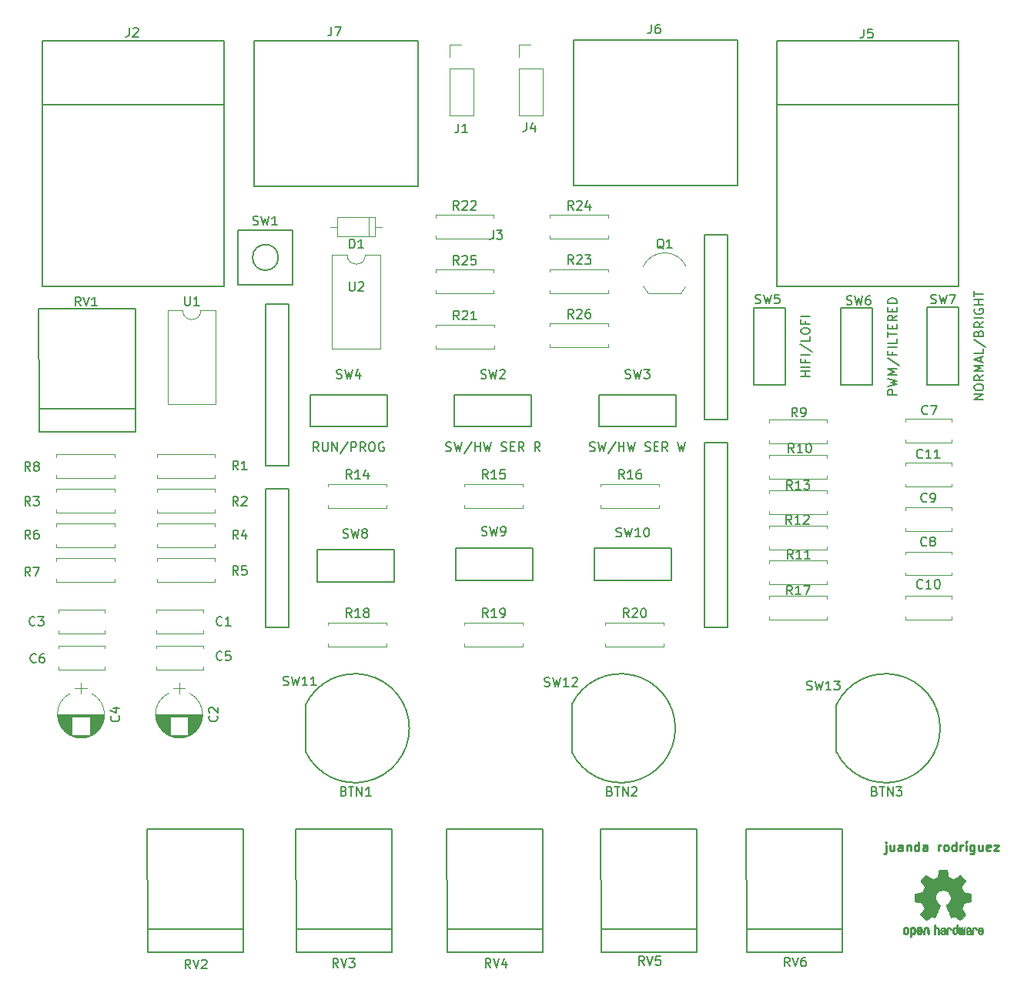
<source format=gbr>
G04 #@! TF.FileFunction,Legend,Top*
%FSLAX46Y46*%
G04 Gerber Fmt 4.6, Leading zero omitted, Abs format (unit mm)*
G04 Created by KiCad (PCBNEW 4.0.7) date Thursday, 23 '23e' November '23e' 2017, 18:47:07*
%MOMM*%
%LPD*%
G01*
G04 APERTURE LIST*
%ADD10C,0.100000*%
%ADD11C,0.250000*%
%ADD12C,0.150000*%
%ADD13C,0.120000*%
%ADD14C,0.010000*%
G04 APERTURE END LIST*
D10*
D11*
X188929142Y-129833714D02*
X188929142Y-130690857D01*
X188881523Y-130786095D01*
X188786285Y-130833714D01*
X188738666Y-130833714D01*
X188929142Y-129500381D02*
X188881523Y-129548000D01*
X188929142Y-129595619D01*
X188976761Y-129548000D01*
X188929142Y-129500381D01*
X188929142Y-129595619D01*
X189833904Y-129833714D02*
X189833904Y-130500381D01*
X189405332Y-129833714D02*
X189405332Y-130357524D01*
X189452951Y-130452762D01*
X189548189Y-130500381D01*
X189691047Y-130500381D01*
X189786285Y-130452762D01*
X189833904Y-130405143D01*
X190738666Y-130500381D02*
X190738666Y-129976571D01*
X190691047Y-129881333D01*
X190595809Y-129833714D01*
X190405332Y-129833714D01*
X190310094Y-129881333D01*
X190738666Y-130452762D02*
X190643428Y-130500381D01*
X190405332Y-130500381D01*
X190310094Y-130452762D01*
X190262475Y-130357524D01*
X190262475Y-130262286D01*
X190310094Y-130167048D01*
X190405332Y-130119429D01*
X190643428Y-130119429D01*
X190738666Y-130071810D01*
X191214856Y-129833714D02*
X191214856Y-130500381D01*
X191214856Y-129928952D02*
X191262475Y-129881333D01*
X191357713Y-129833714D01*
X191500571Y-129833714D01*
X191595809Y-129881333D01*
X191643428Y-129976571D01*
X191643428Y-130500381D01*
X192548190Y-130500381D02*
X192548190Y-129500381D01*
X192548190Y-130452762D02*
X192452952Y-130500381D01*
X192262475Y-130500381D01*
X192167237Y-130452762D01*
X192119618Y-130405143D01*
X192071999Y-130309905D01*
X192071999Y-130024190D01*
X192119618Y-129928952D01*
X192167237Y-129881333D01*
X192262475Y-129833714D01*
X192452952Y-129833714D01*
X192548190Y-129881333D01*
X193452952Y-130500381D02*
X193452952Y-129976571D01*
X193405333Y-129881333D01*
X193310095Y-129833714D01*
X193119618Y-129833714D01*
X193024380Y-129881333D01*
X193452952Y-130452762D02*
X193357714Y-130500381D01*
X193119618Y-130500381D01*
X193024380Y-130452762D01*
X192976761Y-130357524D01*
X192976761Y-130262286D01*
X193024380Y-130167048D01*
X193119618Y-130119429D01*
X193357714Y-130119429D01*
X193452952Y-130071810D01*
X194691047Y-130500381D02*
X194691047Y-129833714D01*
X194691047Y-130024190D02*
X194738666Y-129928952D01*
X194786285Y-129881333D01*
X194881523Y-129833714D01*
X194976762Y-129833714D01*
X195452952Y-130500381D02*
X195357714Y-130452762D01*
X195310095Y-130405143D01*
X195262476Y-130309905D01*
X195262476Y-130024190D01*
X195310095Y-129928952D01*
X195357714Y-129881333D01*
X195452952Y-129833714D01*
X195595810Y-129833714D01*
X195691048Y-129881333D01*
X195738667Y-129928952D01*
X195786286Y-130024190D01*
X195786286Y-130309905D01*
X195738667Y-130405143D01*
X195691048Y-130452762D01*
X195595810Y-130500381D01*
X195452952Y-130500381D01*
X196643429Y-130500381D02*
X196643429Y-129500381D01*
X196643429Y-130452762D02*
X196548191Y-130500381D01*
X196357714Y-130500381D01*
X196262476Y-130452762D01*
X196214857Y-130405143D01*
X196167238Y-130309905D01*
X196167238Y-130024190D01*
X196214857Y-129928952D01*
X196262476Y-129881333D01*
X196357714Y-129833714D01*
X196548191Y-129833714D01*
X196643429Y-129881333D01*
X197119619Y-130500381D02*
X197119619Y-129833714D01*
X197119619Y-130024190D02*
X197167238Y-129928952D01*
X197214857Y-129881333D01*
X197310095Y-129833714D01*
X197405334Y-129833714D01*
X197738667Y-130500381D02*
X197738667Y-129833714D01*
X197833905Y-129452762D02*
X197691048Y-129595619D01*
X198643429Y-129833714D02*
X198643429Y-130643238D01*
X198595810Y-130738476D01*
X198548191Y-130786095D01*
X198452952Y-130833714D01*
X198310095Y-130833714D01*
X198214857Y-130786095D01*
X198643429Y-130452762D02*
X198548191Y-130500381D01*
X198357714Y-130500381D01*
X198262476Y-130452762D01*
X198214857Y-130405143D01*
X198167238Y-130309905D01*
X198167238Y-130024190D01*
X198214857Y-129928952D01*
X198262476Y-129881333D01*
X198357714Y-129833714D01*
X198548191Y-129833714D01*
X198643429Y-129881333D01*
X199548191Y-129833714D02*
X199548191Y-130500381D01*
X199119619Y-129833714D02*
X199119619Y-130357524D01*
X199167238Y-130452762D01*
X199262476Y-130500381D01*
X199405334Y-130500381D01*
X199500572Y-130452762D01*
X199548191Y-130405143D01*
X200405334Y-130452762D02*
X200310096Y-130500381D01*
X200119619Y-130500381D01*
X200024381Y-130452762D01*
X199976762Y-130357524D01*
X199976762Y-129976571D01*
X200024381Y-129881333D01*
X200119619Y-129833714D01*
X200310096Y-129833714D01*
X200405334Y-129881333D01*
X200452953Y-129976571D01*
X200452953Y-130071810D01*
X199976762Y-130167048D01*
X200786286Y-129833714D02*
X201310096Y-129833714D01*
X200786286Y-130500381D01*
X201310096Y-130500381D01*
D12*
X176944000Y-41420000D02*
X176944000Y-48420000D01*
X196944000Y-41420000D02*
X176944000Y-41420000D01*
X196944000Y-48420000D02*
X196944000Y-41420000D01*
X176944000Y-48420000D02*
X196944000Y-48420000D01*
X176944000Y-68420000D02*
X176944000Y-48420000D01*
X196944000Y-68420000D02*
X176944000Y-68420000D01*
X196944000Y-48420000D02*
X196944000Y-68420000D01*
X96172000Y-41420000D02*
X96172000Y-48420000D01*
X116172000Y-41420000D02*
X96172000Y-41420000D01*
X116172000Y-48420000D02*
X116172000Y-41420000D01*
X96172000Y-48420000D02*
X116172000Y-48420000D01*
X96172000Y-68420000D02*
X96172000Y-48420000D01*
X116172000Y-68420000D02*
X96172000Y-68420000D01*
X116172000Y-48420000D02*
X116172000Y-68420000D01*
D13*
X131683000Y-64964000D02*
G75*
G02X129683000Y-64964000I-1000000J0D01*
G01*
X129683000Y-64964000D02*
X128033000Y-64964000D01*
X128033000Y-64964000D02*
X128033000Y-75244000D01*
X128033000Y-75244000D02*
X133333000Y-75244000D01*
X133333000Y-75244000D02*
X133333000Y-64964000D01*
X133333000Y-64964000D02*
X131683000Y-64964000D01*
X113585500Y-71060000D02*
G75*
G02X111585500Y-71060000I-1000000J0D01*
G01*
X111585500Y-71060000D02*
X109935500Y-71060000D01*
X109935500Y-71060000D02*
X109935500Y-81340000D01*
X109935500Y-81340000D02*
X115235500Y-81340000D01*
X115235500Y-81340000D02*
X115235500Y-71060000D01*
X115235500Y-71060000D02*
X113585500Y-71060000D01*
D12*
X183489000Y-119607000D02*
G75*
G03X183489000Y-114407000I5400000J2600000D01*
G01*
X183489000Y-114407000D02*
X183489000Y-119607000D01*
X154366000Y-119607000D02*
G75*
G03X154366000Y-114407000I5400000J2600000D01*
G01*
X154366000Y-114407000D02*
X154366000Y-119607000D01*
X125116000Y-119607000D02*
G75*
G03X125116000Y-114407000I5400000J2600000D01*
G01*
X125116000Y-114407000D02*
X125116000Y-119607000D01*
X156826000Y-97234000D02*
X161076000Y-97234000D01*
X156826000Y-100734000D02*
X156826000Y-97234000D01*
X165326000Y-100734000D02*
X156826000Y-100734000D01*
X165326000Y-97234000D02*
X165326000Y-100734000D01*
X161076000Y-97234000D02*
X165326000Y-97234000D01*
X141586000Y-97234000D02*
X145836000Y-97234000D01*
X141586000Y-100734000D02*
X141586000Y-97234000D01*
X150086000Y-100734000D02*
X141586000Y-100734000D01*
X150086000Y-97234000D02*
X150086000Y-100734000D01*
X145836000Y-97234000D02*
X150086000Y-97234000D01*
X126346000Y-97386000D02*
X130596000Y-97386000D01*
X126346000Y-100886000D02*
X126346000Y-97386000D01*
X134846000Y-100886000D02*
X126346000Y-100886000D01*
X134846000Y-97386000D02*
X134846000Y-100886000D01*
X130596000Y-97386000D02*
X134846000Y-97386000D01*
X193436500Y-79220000D02*
X193436500Y-74970000D01*
X196936500Y-79220000D02*
X193436500Y-79220000D01*
X196936500Y-70720000D02*
X196936500Y-79220000D01*
X193436500Y-70720000D02*
X196936500Y-70720000D01*
X193436500Y-74970000D02*
X193436500Y-70720000D01*
X183936500Y-79267000D02*
X183936500Y-75017000D01*
X187436500Y-79267000D02*
X183936500Y-79267000D01*
X187436500Y-70767000D02*
X187436500Y-79267000D01*
X183936500Y-70767000D02*
X187436500Y-70767000D01*
X183936500Y-75017000D02*
X183936500Y-70767000D01*
X174348000Y-79267000D02*
X174348000Y-75017000D01*
X177848000Y-79267000D02*
X174348000Y-79267000D01*
X177848000Y-70767000D02*
X177848000Y-79267000D01*
X174348000Y-70767000D02*
X177848000Y-70767000D01*
X174348000Y-75017000D02*
X174348000Y-70767000D01*
X125584000Y-80343000D02*
X129834000Y-80343000D01*
X125584000Y-83843000D02*
X125584000Y-80343000D01*
X134084000Y-83843000D02*
X125584000Y-83843000D01*
X134084000Y-80343000D02*
X134084000Y-83843000D01*
X129834000Y-80343000D02*
X134084000Y-80343000D01*
X157334000Y-80343000D02*
X161584000Y-80343000D01*
X157334000Y-83843000D02*
X157334000Y-80343000D01*
X165834000Y-83843000D02*
X157334000Y-83843000D01*
X165834000Y-80343000D02*
X165834000Y-83843000D01*
X161584000Y-80343000D02*
X165834000Y-80343000D01*
X141459000Y-80343000D02*
X145709000Y-80343000D01*
X141459000Y-83843000D02*
X141459000Y-80343000D01*
X149959000Y-83843000D02*
X141459000Y-83843000D01*
X149959000Y-80343000D02*
X149959000Y-83843000D01*
X145709000Y-80343000D02*
X149959000Y-80343000D01*
X122104214Y-65222000D02*
G75*
G03X122104214Y-65222000I-1414214J0D01*
G01*
X123690000Y-68222000D02*
X123690000Y-62222000D01*
X117690000Y-68222000D02*
X123690000Y-68222000D01*
X117690000Y-62222000D02*
X117690000Y-68222000D01*
X123690000Y-62222000D02*
X117690000Y-62222000D01*
X184156000Y-141604000D02*
X184156000Y-139104000D01*
X173606000Y-141604000D02*
X184156000Y-141604000D01*
X173606000Y-139104000D02*
X173606000Y-141604000D01*
X184156000Y-139104000D02*
X184156000Y-133604000D01*
X173606000Y-139104000D02*
X184156000Y-139104000D01*
X173556000Y-128104000D02*
X173606000Y-139104000D01*
X184156000Y-128104000D02*
X173556000Y-128104000D01*
X184156000Y-133604000D02*
X184156000Y-128104000D01*
X168148000Y-141604000D02*
X168148000Y-139104000D01*
X157598000Y-141604000D02*
X168148000Y-141604000D01*
X157598000Y-139104000D02*
X157598000Y-141604000D01*
X168148000Y-139104000D02*
X168148000Y-133604000D01*
X157598000Y-139104000D02*
X168148000Y-139104000D01*
X157548000Y-128104000D02*
X157598000Y-139104000D01*
X168148000Y-128104000D02*
X157548000Y-128104000D01*
X168148000Y-133604000D02*
X168148000Y-128104000D01*
X151226000Y-141604000D02*
X151226000Y-139104000D01*
X140676000Y-141604000D02*
X151226000Y-141604000D01*
X140676000Y-139104000D02*
X140676000Y-141604000D01*
X151226000Y-139104000D02*
X151226000Y-133604000D01*
X140676000Y-139104000D02*
X151226000Y-139104000D01*
X140626000Y-128104000D02*
X140676000Y-139104000D01*
X151226000Y-128104000D02*
X140626000Y-128104000D01*
X151226000Y-133604000D02*
X151226000Y-128104000D01*
X134620000Y-141604000D02*
X134620000Y-139104000D01*
X124070000Y-141604000D02*
X134620000Y-141604000D01*
X124070000Y-139104000D02*
X124070000Y-141604000D01*
X134620000Y-139104000D02*
X134620000Y-133604000D01*
X124070000Y-139104000D02*
X134620000Y-139104000D01*
X124020000Y-128104000D02*
X124070000Y-139104000D01*
X134620000Y-128104000D02*
X124020000Y-128104000D01*
X134620000Y-133604000D02*
X134620000Y-128104000D01*
X118296000Y-141604000D02*
X118296000Y-139104000D01*
X107746000Y-141604000D02*
X118296000Y-141604000D01*
X107746000Y-139104000D02*
X107746000Y-141604000D01*
X118296000Y-139104000D02*
X118296000Y-133604000D01*
X107746000Y-139104000D02*
X118296000Y-139104000D01*
X107696000Y-128104000D02*
X107746000Y-139104000D01*
X118296000Y-128104000D02*
X107696000Y-128104000D01*
X118296000Y-133604000D02*
X118296000Y-128104000D01*
X106362500Y-84390500D02*
X106362500Y-81890500D01*
X95812500Y-84390500D02*
X106362500Y-84390500D01*
X95812500Y-81890500D02*
X95812500Y-84390500D01*
X106362500Y-81890500D02*
X106362500Y-76390500D01*
X95812500Y-81890500D02*
X106362500Y-81890500D01*
X95762500Y-70890500D02*
X95812500Y-81890500D01*
X106362500Y-70890500D02*
X95762500Y-70890500D01*
X106362500Y-76390500D02*
X106362500Y-70890500D01*
D13*
X151984000Y-72807000D02*
X151984000Y-72477000D01*
X151984000Y-72477000D02*
X158404000Y-72477000D01*
X158404000Y-72477000D02*
X158404000Y-72807000D01*
X151984000Y-74767000D02*
X151984000Y-75097000D01*
X151984000Y-75097000D02*
X158404000Y-75097000D01*
X158404000Y-75097000D02*
X158404000Y-74767000D01*
X139381000Y-66901500D02*
X139381000Y-66571500D01*
X139381000Y-66571500D02*
X145801000Y-66571500D01*
X145801000Y-66571500D02*
X145801000Y-66901500D01*
X139381000Y-68861500D02*
X139381000Y-69191500D01*
X139381000Y-69191500D02*
X145801000Y-69191500D01*
X145801000Y-69191500D02*
X145801000Y-68861500D01*
X151984000Y-60869000D02*
X151984000Y-60539000D01*
X151984000Y-60539000D02*
X158404000Y-60539000D01*
X158404000Y-60539000D02*
X158404000Y-60869000D01*
X151984000Y-62829000D02*
X151984000Y-63159000D01*
X151984000Y-63159000D02*
X158404000Y-63159000D01*
X158404000Y-63159000D02*
X158404000Y-62829000D01*
X151984000Y-66838000D02*
X151984000Y-66508000D01*
X151984000Y-66508000D02*
X158404000Y-66508000D01*
X158404000Y-66508000D02*
X158404000Y-66838000D01*
X151984000Y-68798000D02*
X151984000Y-69128000D01*
X151984000Y-69128000D02*
X158404000Y-69128000D01*
X158404000Y-69128000D02*
X158404000Y-68798000D01*
X139381000Y-60869000D02*
X139381000Y-60539000D01*
X139381000Y-60539000D02*
X145801000Y-60539000D01*
X145801000Y-60539000D02*
X145801000Y-60869000D01*
X139381000Y-62829000D02*
X139381000Y-63159000D01*
X139381000Y-63159000D02*
X145801000Y-63159000D01*
X145801000Y-63159000D02*
X145801000Y-62829000D01*
X145831000Y-74894000D02*
X145831000Y-75224000D01*
X145831000Y-75224000D02*
X139411000Y-75224000D01*
X139411000Y-75224000D02*
X139411000Y-74894000D01*
X145831000Y-72934000D02*
X145831000Y-72604000D01*
X145831000Y-72604000D02*
X139411000Y-72604000D01*
X139411000Y-72604000D02*
X139411000Y-72934000D01*
X158080000Y-105700000D02*
X158080000Y-105370000D01*
X158080000Y-105370000D02*
X164500000Y-105370000D01*
X164500000Y-105370000D02*
X164500000Y-105700000D01*
X158080000Y-107660000D02*
X158080000Y-107990000D01*
X158080000Y-107990000D02*
X164500000Y-107990000D01*
X164500000Y-107990000D02*
X164500000Y-107660000D01*
X142586000Y-105700000D02*
X142586000Y-105370000D01*
X142586000Y-105370000D02*
X149006000Y-105370000D01*
X149006000Y-105370000D02*
X149006000Y-105700000D01*
X142586000Y-107660000D02*
X142586000Y-107990000D01*
X142586000Y-107990000D02*
X149006000Y-107990000D01*
X149006000Y-107990000D02*
X149006000Y-107660000D01*
X127600000Y-105700000D02*
X127600000Y-105370000D01*
X127600000Y-105370000D02*
X134020000Y-105370000D01*
X134020000Y-105370000D02*
X134020000Y-105700000D01*
X127600000Y-107660000D02*
X127600000Y-107990000D01*
X127600000Y-107990000D02*
X134020000Y-107990000D01*
X134020000Y-107990000D02*
X134020000Y-107660000D01*
X176050500Y-102779000D02*
X176050500Y-102449000D01*
X176050500Y-102449000D02*
X182470500Y-102449000D01*
X182470500Y-102449000D02*
X182470500Y-102779000D01*
X176050500Y-104739000D02*
X176050500Y-105069000D01*
X176050500Y-105069000D02*
X182470500Y-105069000D01*
X182470500Y-105069000D02*
X182470500Y-104739000D01*
X157572000Y-90460000D02*
X157572000Y-90130000D01*
X157572000Y-90130000D02*
X163992000Y-90130000D01*
X163992000Y-90130000D02*
X163992000Y-90460000D01*
X157572000Y-92420000D02*
X157572000Y-92750000D01*
X157572000Y-92750000D02*
X163992000Y-92750000D01*
X163992000Y-92750000D02*
X163992000Y-92420000D01*
X142586000Y-90460000D02*
X142586000Y-90130000D01*
X142586000Y-90130000D02*
X149006000Y-90130000D01*
X149006000Y-90130000D02*
X149006000Y-90460000D01*
X142586000Y-92420000D02*
X142586000Y-92750000D01*
X142586000Y-92750000D02*
X149006000Y-92750000D01*
X149006000Y-92750000D02*
X149006000Y-92420000D01*
X127600000Y-90460000D02*
X127600000Y-90130000D01*
X127600000Y-90130000D02*
X134020000Y-90130000D01*
X134020000Y-90130000D02*
X134020000Y-90460000D01*
X127600000Y-92420000D02*
X127600000Y-92750000D01*
X127600000Y-92750000D02*
X134020000Y-92750000D01*
X134020000Y-92750000D02*
X134020000Y-92420000D01*
X182470500Y-93118500D02*
X182470500Y-93448500D01*
X182470500Y-93448500D02*
X176050500Y-93448500D01*
X176050500Y-93448500D02*
X176050500Y-93118500D01*
X182470500Y-91158500D02*
X182470500Y-90828500D01*
X182470500Y-90828500D02*
X176050500Y-90828500D01*
X176050500Y-90828500D02*
X176050500Y-91158500D01*
X176050500Y-95032000D02*
X176050500Y-94702000D01*
X176050500Y-94702000D02*
X182470500Y-94702000D01*
X182470500Y-94702000D02*
X182470500Y-95032000D01*
X176050500Y-96992000D02*
X176050500Y-97322000D01*
X176050500Y-97322000D02*
X182470500Y-97322000D01*
X182470500Y-97322000D02*
X182470500Y-96992000D01*
X176050500Y-98905500D02*
X176050500Y-98575500D01*
X176050500Y-98575500D02*
X182470500Y-98575500D01*
X182470500Y-98575500D02*
X182470500Y-98905500D01*
X176050500Y-100865500D02*
X176050500Y-101195500D01*
X176050500Y-101195500D02*
X182470500Y-101195500D01*
X182470500Y-101195500D02*
X182470500Y-100865500D01*
X182470500Y-89245000D02*
X182470500Y-89575000D01*
X182470500Y-89575000D02*
X176050500Y-89575000D01*
X176050500Y-89575000D02*
X176050500Y-89245000D01*
X182470500Y-87285000D02*
X182470500Y-86955000D01*
X182470500Y-86955000D02*
X176050500Y-86955000D01*
X176050500Y-86955000D02*
X176050500Y-87285000D01*
X182470500Y-85371500D02*
X182470500Y-85701500D01*
X182470500Y-85701500D02*
X176050500Y-85701500D01*
X176050500Y-85701500D02*
X176050500Y-85371500D01*
X182470500Y-83411500D02*
X182470500Y-83081500D01*
X182470500Y-83081500D02*
X176050500Y-83081500D01*
X176050500Y-83081500D02*
X176050500Y-83411500D01*
X97691500Y-87221500D02*
X97691500Y-86891500D01*
X97691500Y-86891500D02*
X104111500Y-86891500D01*
X104111500Y-86891500D02*
X104111500Y-87221500D01*
X97691500Y-89181500D02*
X97691500Y-89511500D01*
X97691500Y-89511500D02*
X104111500Y-89511500D01*
X104111500Y-89511500D02*
X104111500Y-89181500D01*
X104111500Y-100611500D02*
X104111500Y-100941500D01*
X104111500Y-100941500D02*
X97691500Y-100941500D01*
X97691500Y-100941500D02*
X97691500Y-100611500D01*
X104111500Y-98651500D02*
X104111500Y-98321500D01*
X104111500Y-98321500D02*
X97691500Y-98321500D01*
X97691500Y-98321500D02*
X97691500Y-98651500D01*
X104111500Y-96801500D02*
X104111500Y-97131500D01*
X104111500Y-97131500D02*
X97691500Y-97131500D01*
X97691500Y-97131500D02*
X97691500Y-96801500D01*
X104111500Y-94841500D02*
X104111500Y-94511500D01*
X104111500Y-94511500D02*
X97691500Y-94511500D01*
X97691500Y-94511500D02*
X97691500Y-94841500D01*
X115160500Y-100611500D02*
X115160500Y-100941500D01*
X115160500Y-100941500D02*
X108740500Y-100941500D01*
X108740500Y-100941500D02*
X108740500Y-100611500D01*
X115160500Y-98651500D02*
X115160500Y-98321500D01*
X115160500Y-98321500D02*
X108740500Y-98321500D01*
X108740500Y-98321500D02*
X108740500Y-98651500D01*
X115160500Y-96801500D02*
X115160500Y-97131500D01*
X115160500Y-97131500D02*
X108740500Y-97131500D01*
X108740500Y-97131500D02*
X108740500Y-96801500D01*
X115160500Y-94841500D02*
X115160500Y-94511500D01*
X115160500Y-94511500D02*
X108740500Y-94511500D01*
X108740500Y-94511500D02*
X108740500Y-94841500D01*
X97691500Y-91031500D02*
X97691500Y-90701500D01*
X97691500Y-90701500D02*
X104111500Y-90701500D01*
X104111500Y-90701500D02*
X104111500Y-91031500D01*
X97691500Y-92991500D02*
X97691500Y-93321500D01*
X97691500Y-93321500D02*
X104111500Y-93321500D01*
X104111500Y-93321500D02*
X104111500Y-92991500D01*
X115160500Y-92991500D02*
X115160500Y-93321500D01*
X115160500Y-93321500D02*
X108740500Y-93321500D01*
X108740500Y-93321500D02*
X108740500Y-92991500D01*
X115160500Y-91031500D02*
X115160500Y-90701500D01*
X115160500Y-90701500D02*
X108740500Y-90701500D01*
X108740500Y-90701500D02*
X108740500Y-91031500D01*
X115160500Y-89181500D02*
X115160500Y-89511500D01*
X115160500Y-89511500D02*
X108740500Y-89511500D01*
X108740500Y-89511500D02*
X108740500Y-89181500D01*
X115160500Y-87221500D02*
X115160500Y-86891500D01*
X115160500Y-86891500D02*
X108740500Y-86891500D01*
X108740500Y-86891500D02*
X108740500Y-87221500D01*
X162792000Y-69160000D02*
X166392000Y-69160000D01*
X162267816Y-68432795D02*
G75*
G03X162792000Y-69160000I2324184J1122795D01*
G01*
X162235600Y-66211193D02*
G75*
G02X164592000Y-64710000I2356400J-1098807D01*
G01*
X166948400Y-66211193D02*
G75*
G03X164592000Y-64710000I-2356400J-1098807D01*
G01*
X166916184Y-68432795D02*
G75*
G02X166392000Y-69160000I-2324184J1122795D01*
G01*
D12*
X137444000Y-41372000D02*
X137444000Y-57372000D01*
X119444000Y-41372000D02*
X137444000Y-41372000D01*
X119444000Y-57372000D02*
X119444000Y-41372000D01*
X137444000Y-57372000D02*
X119444000Y-57372000D01*
X172576000Y-41292000D02*
X172576000Y-57292000D01*
X154576000Y-41292000D02*
X172576000Y-41292000D01*
X154576000Y-57292000D02*
X154576000Y-41292000D01*
X172576000Y-57292000D02*
X154576000Y-57292000D01*
D13*
X148530000Y-49593000D02*
X151190000Y-49593000D01*
X148530000Y-44453000D02*
X148530000Y-49593000D01*
X151190000Y-44453000D02*
X151190000Y-49593000D01*
X148530000Y-44453000D02*
X151190000Y-44453000D01*
X148530000Y-43183000D02*
X148530000Y-41853000D01*
X148530000Y-41853000D02*
X149860000Y-41853000D01*
D12*
X120671001Y-70379001D02*
X120671001Y-88159001D01*
X123211001Y-70379001D02*
X120671001Y-70379001D01*
X123211001Y-88159001D02*
X123211001Y-70379001D01*
X120671001Y-88159001D02*
X123211001Y-88159001D01*
X120671001Y-105939001D02*
X120671001Y-90699001D01*
X123211001Y-105939001D02*
X120671001Y-105939001D01*
X123211001Y-90699001D02*
X123211001Y-105939001D01*
X120671001Y-90699001D02*
X123211001Y-90699001D01*
X168931001Y-105939001D02*
X168931001Y-85619001D01*
X171471001Y-105939001D02*
X168931001Y-105939001D01*
X171471001Y-85619001D02*
X171471001Y-105939001D01*
X168931001Y-85619001D02*
X171471001Y-85619001D01*
X171471001Y-62759001D02*
X168931001Y-62759001D01*
X171471001Y-83079001D02*
X171471001Y-62759001D01*
X168931001Y-83079001D02*
X171471001Y-83079001D01*
X168931001Y-62759001D02*
X168931001Y-83079001D01*
D13*
X140910000Y-49593000D02*
X143570000Y-49593000D01*
X140910000Y-44453000D02*
X140910000Y-49593000D01*
X143570000Y-44453000D02*
X143570000Y-49593000D01*
X140910000Y-44453000D02*
X143570000Y-44453000D01*
X140910000Y-43183000D02*
X140910000Y-41853000D01*
X140910000Y-41853000D02*
X142240000Y-41853000D01*
X132743000Y-62909000D02*
X132743000Y-60789000D01*
X132743000Y-60789000D02*
X128623000Y-60789000D01*
X128623000Y-60789000D02*
X128623000Y-62909000D01*
X128623000Y-62909000D02*
X132743000Y-62909000D01*
X133513000Y-61849000D02*
X132743000Y-61849000D01*
X127853000Y-61849000D02*
X128623000Y-61849000D01*
X132083000Y-62909000D02*
X132083000Y-60789000D01*
X191028000Y-87828125D02*
X196148000Y-87828125D01*
X191028000Y-90448125D02*
X196148000Y-90448125D01*
X191028000Y-87828125D02*
X191028000Y-88142125D01*
X191028000Y-90134125D02*
X191028000Y-90448125D01*
X196148000Y-87828125D02*
X196148000Y-88142125D01*
X196148000Y-90134125D02*
X196148000Y-90448125D01*
X191028000Y-102449000D02*
X196148000Y-102449000D01*
X191028000Y-105069000D02*
X196148000Y-105069000D01*
X191028000Y-102449000D02*
X191028000Y-102763000D01*
X191028000Y-104755000D02*
X191028000Y-105069000D01*
X196148000Y-102449000D02*
X196148000Y-102763000D01*
X196148000Y-104755000D02*
X196148000Y-105069000D01*
X191028000Y-92701750D02*
X196148000Y-92701750D01*
X191028000Y-95321750D02*
X196148000Y-95321750D01*
X191028000Y-92701750D02*
X191028000Y-93015750D01*
X191028000Y-95007750D02*
X191028000Y-95321750D01*
X196148000Y-92701750D02*
X196148000Y-93015750D01*
X196148000Y-95007750D02*
X196148000Y-95321750D01*
X191028000Y-97575375D02*
X196148000Y-97575375D01*
X191028000Y-100195375D02*
X196148000Y-100195375D01*
X191028000Y-97575375D02*
X191028000Y-97889375D01*
X191028000Y-99881375D02*
X191028000Y-100195375D01*
X196148000Y-97575375D02*
X196148000Y-97889375D01*
X196148000Y-99881375D02*
X196148000Y-100195375D01*
X191028000Y-82954500D02*
X196148000Y-82954500D01*
X191028000Y-85574500D02*
X196148000Y-85574500D01*
X191028000Y-82954500D02*
X191028000Y-83268500D01*
X191028000Y-85260500D02*
X191028000Y-85574500D01*
X196148000Y-82954500D02*
X196148000Y-83268500D01*
X196148000Y-85260500D02*
X196148000Y-85574500D01*
X97920500Y-107910000D02*
X103040500Y-107910000D01*
X97920500Y-110530000D02*
X103040500Y-110530000D01*
X97920500Y-107910000D02*
X97920500Y-108224000D01*
X97920500Y-110216000D02*
X97920500Y-110530000D01*
X103040500Y-107910000D02*
X103040500Y-108224000D01*
X103040500Y-110216000D02*
X103040500Y-110530000D01*
X113835500Y-110530000D02*
X108715500Y-110530000D01*
X113835500Y-107910000D02*
X108715500Y-107910000D01*
X113835500Y-110530000D02*
X113835500Y-110216000D01*
X113835500Y-108224000D02*
X113835500Y-107910000D01*
X108715500Y-110530000D02*
X108715500Y-110216000D01*
X108715500Y-108224000D02*
X108715500Y-107910000D01*
X101573223Y-117792222D02*
G75*
G03X101573500Y-113180920I-1179723J2305722D01*
G01*
X99213777Y-117792222D02*
G75*
G02X99213500Y-113180920I1179723J2305722D01*
G01*
X99213777Y-117792222D02*
G75*
G03X101573500Y-117792080I1179723J2305722D01*
G01*
X102943500Y-115486500D02*
X97843500Y-115486500D01*
X102943500Y-115526500D02*
X97843500Y-115526500D01*
X102942500Y-115566500D02*
X97844500Y-115566500D01*
X102941500Y-115606500D02*
X97845500Y-115606500D01*
X102939500Y-115646500D02*
X97847500Y-115646500D01*
X102936500Y-115686500D02*
X97850500Y-115686500D01*
X102932500Y-115726500D02*
X97854500Y-115726500D01*
X102928500Y-115766500D02*
X101373500Y-115766500D01*
X99413500Y-115766500D02*
X97858500Y-115766500D01*
X102924500Y-115806500D02*
X101373500Y-115806500D01*
X99413500Y-115806500D02*
X97862500Y-115806500D01*
X102918500Y-115846500D02*
X101373500Y-115846500D01*
X99413500Y-115846500D02*
X97868500Y-115846500D01*
X102912500Y-115886500D02*
X101373500Y-115886500D01*
X99413500Y-115886500D02*
X97874500Y-115886500D01*
X102906500Y-115926500D02*
X101373500Y-115926500D01*
X99413500Y-115926500D02*
X97880500Y-115926500D01*
X102899500Y-115966500D02*
X101373500Y-115966500D01*
X99413500Y-115966500D02*
X97887500Y-115966500D01*
X102891500Y-116006500D02*
X101373500Y-116006500D01*
X99413500Y-116006500D02*
X97895500Y-116006500D01*
X102882500Y-116046500D02*
X101373500Y-116046500D01*
X99413500Y-116046500D02*
X97904500Y-116046500D01*
X102873500Y-116086500D02*
X101373500Y-116086500D01*
X99413500Y-116086500D02*
X97913500Y-116086500D01*
X102863500Y-116126500D02*
X101373500Y-116126500D01*
X99413500Y-116126500D02*
X97923500Y-116126500D01*
X102853500Y-116166500D02*
X101373500Y-116166500D01*
X99413500Y-116166500D02*
X97933500Y-116166500D01*
X102841500Y-116207500D02*
X101373500Y-116207500D01*
X99413500Y-116207500D02*
X97945500Y-116207500D01*
X102829500Y-116247500D02*
X101373500Y-116247500D01*
X99413500Y-116247500D02*
X97957500Y-116247500D01*
X102817500Y-116287500D02*
X101373500Y-116287500D01*
X99413500Y-116287500D02*
X97969500Y-116287500D01*
X102803500Y-116327500D02*
X101373500Y-116327500D01*
X99413500Y-116327500D02*
X97983500Y-116327500D01*
X102789500Y-116367500D02*
X101373500Y-116367500D01*
X99413500Y-116367500D02*
X97997500Y-116367500D01*
X102775500Y-116407500D02*
X101373500Y-116407500D01*
X99413500Y-116407500D02*
X98011500Y-116407500D01*
X102759500Y-116447500D02*
X101373500Y-116447500D01*
X99413500Y-116447500D02*
X98027500Y-116447500D01*
X102743500Y-116487500D02*
X101373500Y-116487500D01*
X99413500Y-116487500D02*
X98043500Y-116487500D01*
X102726500Y-116527500D02*
X101373500Y-116527500D01*
X99413500Y-116527500D02*
X98060500Y-116527500D01*
X102708500Y-116567500D02*
X101373500Y-116567500D01*
X99413500Y-116567500D02*
X98078500Y-116567500D01*
X102689500Y-116607500D02*
X101373500Y-116607500D01*
X99413500Y-116607500D02*
X98097500Y-116607500D01*
X102669500Y-116647500D02*
X101373500Y-116647500D01*
X99413500Y-116647500D02*
X98117500Y-116647500D01*
X102649500Y-116687500D02*
X101373500Y-116687500D01*
X99413500Y-116687500D02*
X98137500Y-116687500D01*
X102627500Y-116727500D02*
X101373500Y-116727500D01*
X99413500Y-116727500D02*
X98159500Y-116727500D01*
X102605500Y-116767500D02*
X101373500Y-116767500D01*
X99413500Y-116767500D02*
X98181500Y-116767500D01*
X102582500Y-116807500D02*
X101373500Y-116807500D01*
X99413500Y-116807500D02*
X98204500Y-116807500D01*
X102558500Y-116847500D02*
X101373500Y-116847500D01*
X99413500Y-116847500D02*
X98228500Y-116847500D01*
X102533500Y-116887500D02*
X101373500Y-116887500D01*
X99413500Y-116887500D02*
X98253500Y-116887500D01*
X102506500Y-116927500D02*
X101373500Y-116927500D01*
X99413500Y-116927500D02*
X98280500Y-116927500D01*
X102479500Y-116967500D02*
X101373500Y-116967500D01*
X99413500Y-116967500D02*
X98307500Y-116967500D01*
X102451500Y-117007500D02*
X101373500Y-117007500D01*
X99413500Y-117007500D02*
X98335500Y-117007500D01*
X102421500Y-117047500D02*
X101373500Y-117047500D01*
X99413500Y-117047500D02*
X98365500Y-117047500D01*
X102390500Y-117087500D02*
X101373500Y-117087500D01*
X99413500Y-117087500D02*
X98396500Y-117087500D01*
X102358500Y-117127500D02*
X101373500Y-117127500D01*
X99413500Y-117127500D02*
X98428500Y-117127500D01*
X102325500Y-117167500D02*
X101373500Y-117167500D01*
X99413500Y-117167500D02*
X98461500Y-117167500D01*
X102290500Y-117207500D02*
X101373500Y-117207500D01*
X99413500Y-117207500D02*
X98496500Y-117207500D01*
X102254500Y-117247500D02*
X101373500Y-117247500D01*
X99413500Y-117247500D02*
X98532500Y-117247500D01*
X102216500Y-117287500D02*
X101373500Y-117287500D01*
X99413500Y-117287500D02*
X98570500Y-117287500D01*
X102176500Y-117327500D02*
X101373500Y-117327500D01*
X99413500Y-117327500D02*
X98610500Y-117327500D01*
X102135500Y-117367500D02*
X101373500Y-117367500D01*
X99413500Y-117367500D02*
X98651500Y-117367500D01*
X102092500Y-117407500D02*
X101373500Y-117407500D01*
X99413500Y-117407500D02*
X98694500Y-117407500D01*
X102047500Y-117447500D02*
X101373500Y-117447500D01*
X99413500Y-117447500D02*
X98739500Y-117447500D01*
X101999500Y-117487500D02*
X101373500Y-117487500D01*
X99413500Y-117487500D02*
X98787500Y-117487500D01*
X101949500Y-117527500D02*
X101373500Y-117527500D01*
X99413500Y-117527500D02*
X98837500Y-117527500D01*
X101897500Y-117567500D02*
X101373500Y-117567500D01*
X99413500Y-117567500D02*
X98889500Y-117567500D01*
X101841500Y-117607500D02*
X101373500Y-117607500D01*
X99413500Y-117607500D02*
X98945500Y-117607500D01*
X101783500Y-117647500D02*
X101373500Y-117647500D01*
X99413500Y-117647500D02*
X99003500Y-117647500D01*
X101720500Y-117687500D02*
X101373500Y-117687500D01*
X99413500Y-117687500D02*
X99066500Y-117687500D01*
X101654500Y-117727500D02*
X99132500Y-117727500D01*
X101582500Y-117767500D02*
X99204500Y-117767500D01*
X101505500Y-117807500D02*
X99281500Y-117807500D01*
X101421500Y-117847500D02*
X99365500Y-117847500D01*
X101327500Y-117887500D02*
X99459500Y-117887500D01*
X101222500Y-117927500D02*
X99564500Y-117927500D01*
X101100500Y-117967500D02*
X99686500Y-117967500D01*
X100952500Y-118007500D02*
X99834500Y-118007500D01*
X100747500Y-118047500D02*
X100039500Y-118047500D01*
X100393500Y-112036500D02*
X100393500Y-113236500D01*
X101043500Y-112636500D02*
X99743500Y-112636500D01*
X112368223Y-117792222D02*
G75*
G03X112368500Y-113180920I-1179723J2305722D01*
G01*
X110008777Y-117792222D02*
G75*
G02X110008500Y-113180920I1179723J2305722D01*
G01*
X110008777Y-117792222D02*
G75*
G03X112368500Y-117792080I1179723J2305722D01*
G01*
X113738500Y-115486500D02*
X108638500Y-115486500D01*
X113738500Y-115526500D02*
X108638500Y-115526500D01*
X113737500Y-115566500D02*
X108639500Y-115566500D01*
X113736500Y-115606500D02*
X108640500Y-115606500D01*
X113734500Y-115646500D02*
X108642500Y-115646500D01*
X113731500Y-115686500D02*
X108645500Y-115686500D01*
X113727500Y-115726500D02*
X108649500Y-115726500D01*
X113723500Y-115766500D02*
X112168500Y-115766500D01*
X110208500Y-115766500D02*
X108653500Y-115766500D01*
X113719500Y-115806500D02*
X112168500Y-115806500D01*
X110208500Y-115806500D02*
X108657500Y-115806500D01*
X113713500Y-115846500D02*
X112168500Y-115846500D01*
X110208500Y-115846500D02*
X108663500Y-115846500D01*
X113707500Y-115886500D02*
X112168500Y-115886500D01*
X110208500Y-115886500D02*
X108669500Y-115886500D01*
X113701500Y-115926500D02*
X112168500Y-115926500D01*
X110208500Y-115926500D02*
X108675500Y-115926500D01*
X113694500Y-115966500D02*
X112168500Y-115966500D01*
X110208500Y-115966500D02*
X108682500Y-115966500D01*
X113686500Y-116006500D02*
X112168500Y-116006500D01*
X110208500Y-116006500D02*
X108690500Y-116006500D01*
X113677500Y-116046500D02*
X112168500Y-116046500D01*
X110208500Y-116046500D02*
X108699500Y-116046500D01*
X113668500Y-116086500D02*
X112168500Y-116086500D01*
X110208500Y-116086500D02*
X108708500Y-116086500D01*
X113658500Y-116126500D02*
X112168500Y-116126500D01*
X110208500Y-116126500D02*
X108718500Y-116126500D01*
X113648500Y-116166500D02*
X112168500Y-116166500D01*
X110208500Y-116166500D02*
X108728500Y-116166500D01*
X113636500Y-116207500D02*
X112168500Y-116207500D01*
X110208500Y-116207500D02*
X108740500Y-116207500D01*
X113624500Y-116247500D02*
X112168500Y-116247500D01*
X110208500Y-116247500D02*
X108752500Y-116247500D01*
X113612500Y-116287500D02*
X112168500Y-116287500D01*
X110208500Y-116287500D02*
X108764500Y-116287500D01*
X113598500Y-116327500D02*
X112168500Y-116327500D01*
X110208500Y-116327500D02*
X108778500Y-116327500D01*
X113584500Y-116367500D02*
X112168500Y-116367500D01*
X110208500Y-116367500D02*
X108792500Y-116367500D01*
X113570500Y-116407500D02*
X112168500Y-116407500D01*
X110208500Y-116407500D02*
X108806500Y-116407500D01*
X113554500Y-116447500D02*
X112168500Y-116447500D01*
X110208500Y-116447500D02*
X108822500Y-116447500D01*
X113538500Y-116487500D02*
X112168500Y-116487500D01*
X110208500Y-116487500D02*
X108838500Y-116487500D01*
X113521500Y-116527500D02*
X112168500Y-116527500D01*
X110208500Y-116527500D02*
X108855500Y-116527500D01*
X113503500Y-116567500D02*
X112168500Y-116567500D01*
X110208500Y-116567500D02*
X108873500Y-116567500D01*
X113484500Y-116607500D02*
X112168500Y-116607500D01*
X110208500Y-116607500D02*
X108892500Y-116607500D01*
X113464500Y-116647500D02*
X112168500Y-116647500D01*
X110208500Y-116647500D02*
X108912500Y-116647500D01*
X113444500Y-116687500D02*
X112168500Y-116687500D01*
X110208500Y-116687500D02*
X108932500Y-116687500D01*
X113422500Y-116727500D02*
X112168500Y-116727500D01*
X110208500Y-116727500D02*
X108954500Y-116727500D01*
X113400500Y-116767500D02*
X112168500Y-116767500D01*
X110208500Y-116767500D02*
X108976500Y-116767500D01*
X113377500Y-116807500D02*
X112168500Y-116807500D01*
X110208500Y-116807500D02*
X108999500Y-116807500D01*
X113353500Y-116847500D02*
X112168500Y-116847500D01*
X110208500Y-116847500D02*
X109023500Y-116847500D01*
X113328500Y-116887500D02*
X112168500Y-116887500D01*
X110208500Y-116887500D02*
X109048500Y-116887500D01*
X113301500Y-116927500D02*
X112168500Y-116927500D01*
X110208500Y-116927500D02*
X109075500Y-116927500D01*
X113274500Y-116967500D02*
X112168500Y-116967500D01*
X110208500Y-116967500D02*
X109102500Y-116967500D01*
X113246500Y-117007500D02*
X112168500Y-117007500D01*
X110208500Y-117007500D02*
X109130500Y-117007500D01*
X113216500Y-117047500D02*
X112168500Y-117047500D01*
X110208500Y-117047500D02*
X109160500Y-117047500D01*
X113185500Y-117087500D02*
X112168500Y-117087500D01*
X110208500Y-117087500D02*
X109191500Y-117087500D01*
X113153500Y-117127500D02*
X112168500Y-117127500D01*
X110208500Y-117127500D02*
X109223500Y-117127500D01*
X113120500Y-117167500D02*
X112168500Y-117167500D01*
X110208500Y-117167500D02*
X109256500Y-117167500D01*
X113085500Y-117207500D02*
X112168500Y-117207500D01*
X110208500Y-117207500D02*
X109291500Y-117207500D01*
X113049500Y-117247500D02*
X112168500Y-117247500D01*
X110208500Y-117247500D02*
X109327500Y-117247500D01*
X113011500Y-117287500D02*
X112168500Y-117287500D01*
X110208500Y-117287500D02*
X109365500Y-117287500D01*
X112971500Y-117327500D02*
X112168500Y-117327500D01*
X110208500Y-117327500D02*
X109405500Y-117327500D01*
X112930500Y-117367500D02*
X112168500Y-117367500D01*
X110208500Y-117367500D02*
X109446500Y-117367500D01*
X112887500Y-117407500D02*
X112168500Y-117407500D01*
X110208500Y-117407500D02*
X109489500Y-117407500D01*
X112842500Y-117447500D02*
X112168500Y-117447500D01*
X110208500Y-117447500D02*
X109534500Y-117447500D01*
X112794500Y-117487500D02*
X112168500Y-117487500D01*
X110208500Y-117487500D02*
X109582500Y-117487500D01*
X112744500Y-117527500D02*
X112168500Y-117527500D01*
X110208500Y-117527500D02*
X109632500Y-117527500D01*
X112692500Y-117567500D02*
X112168500Y-117567500D01*
X110208500Y-117567500D02*
X109684500Y-117567500D01*
X112636500Y-117607500D02*
X112168500Y-117607500D01*
X110208500Y-117607500D02*
X109740500Y-117607500D01*
X112578500Y-117647500D02*
X112168500Y-117647500D01*
X110208500Y-117647500D02*
X109798500Y-117647500D01*
X112515500Y-117687500D02*
X112168500Y-117687500D01*
X110208500Y-117687500D02*
X109861500Y-117687500D01*
X112449500Y-117727500D02*
X109927500Y-117727500D01*
X112377500Y-117767500D02*
X109999500Y-117767500D01*
X112300500Y-117807500D02*
X110076500Y-117807500D01*
X112216500Y-117847500D02*
X110160500Y-117847500D01*
X112122500Y-117887500D02*
X110254500Y-117887500D01*
X112017500Y-117927500D02*
X110359500Y-117927500D01*
X111895500Y-117967500D02*
X110481500Y-117967500D01*
X111747500Y-118007500D02*
X110629500Y-118007500D01*
X111542500Y-118047500D02*
X110834500Y-118047500D01*
X111188500Y-112036500D02*
X111188500Y-113236500D01*
X111838500Y-112636500D02*
X110538500Y-112636500D01*
X108715500Y-103973000D02*
X113835500Y-103973000D01*
X108715500Y-106593000D02*
X113835500Y-106593000D01*
X108715500Y-103973000D02*
X108715500Y-104287000D01*
X108715500Y-106279000D02*
X108715500Y-106593000D01*
X113835500Y-103973000D02*
X113835500Y-104287000D01*
X113835500Y-106279000D02*
X113835500Y-106593000D01*
X103057000Y-106593000D02*
X97937000Y-106593000D01*
X103057000Y-103973000D02*
X97937000Y-103973000D01*
X103057000Y-106593000D02*
X103057000Y-106279000D01*
X103057000Y-104287000D02*
X103057000Y-103973000D01*
X97937000Y-106593000D02*
X97937000Y-106279000D01*
X97937000Y-104287000D02*
X97937000Y-103973000D01*
D14*
G36*
X191967886Y-138855505D02*
X192042539Y-138892727D01*
X192108431Y-138961261D01*
X192126577Y-138986648D01*
X192146345Y-139019866D01*
X192159172Y-139055945D01*
X192166510Y-139104098D01*
X192169813Y-139173536D01*
X192170538Y-139265206D01*
X192167263Y-139390830D01*
X192155877Y-139485154D01*
X192134041Y-139555523D01*
X192099419Y-139609286D01*
X192049670Y-139653788D01*
X192046014Y-139656423D01*
X191996985Y-139683377D01*
X191937945Y-139696712D01*
X191862859Y-139700000D01*
X191740795Y-139700000D01*
X191740744Y-139818497D01*
X191739608Y-139884492D01*
X191732686Y-139923202D01*
X191714598Y-139946419D01*
X191679962Y-139965933D01*
X191671645Y-139969920D01*
X191632720Y-139988603D01*
X191602583Y-140000403D01*
X191580174Y-140001422D01*
X191564433Y-139987761D01*
X191554302Y-139955522D01*
X191548723Y-139900804D01*
X191546635Y-139819711D01*
X191546981Y-139708344D01*
X191548700Y-139562802D01*
X191549237Y-139519269D01*
X191551172Y-139369205D01*
X191552904Y-139271042D01*
X191740692Y-139271042D01*
X191741748Y-139354364D01*
X191746438Y-139408880D01*
X191757051Y-139444837D01*
X191775872Y-139472482D01*
X191788650Y-139485965D01*
X191840890Y-139525417D01*
X191887142Y-139528628D01*
X191934867Y-139496049D01*
X191936077Y-139494846D01*
X191955494Y-139469668D01*
X191967307Y-139435447D01*
X191973265Y-139382748D01*
X191975120Y-139302131D01*
X191975154Y-139284271D01*
X191970670Y-139173175D01*
X191956074Y-139096161D01*
X191929650Y-139049147D01*
X191889683Y-139028050D01*
X191866584Y-139025923D01*
X191811762Y-139035900D01*
X191774158Y-139068752D01*
X191751523Y-139128857D01*
X191741606Y-139220598D01*
X191740692Y-139271042D01*
X191552904Y-139271042D01*
X191553222Y-139253060D01*
X191555873Y-139165679D01*
X191559606Y-139101905D01*
X191564907Y-139056582D01*
X191572258Y-139024555D01*
X191582143Y-139000668D01*
X191595046Y-138979764D01*
X191600579Y-138971898D01*
X191673969Y-138897595D01*
X191766760Y-138855467D01*
X191874096Y-138843722D01*
X191967886Y-138855505D01*
X191967886Y-138855505D01*
G37*
X191967886Y-138855505D02*
X192042539Y-138892727D01*
X192108431Y-138961261D01*
X192126577Y-138986648D01*
X192146345Y-139019866D01*
X192159172Y-139055945D01*
X192166510Y-139104098D01*
X192169813Y-139173536D01*
X192170538Y-139265206D01*
X192167263Y-139390830D01*
X192155877Y-139485154D01*
X192134041Y-139555523D01*
X192099419Y-139609286D01*
X192049670Y-139653788D01*
X192046014Y-139656423D01*
X191996985Y-139683377D01*
X191937945Y-139696712D01*
X191862859Y-139700000D01*
X191740795Y-139700000D01*
X191740744Y-139818497D01*
X191739608Y-139884492D01*
X191732686Y-139923202D01*
X191714598Y-139946419D01*
X191679962Y-139965933D01*
X191671645Y-139969920D01*
X191632720Y-139988603D01*
X191602583Y-140000403D01*
X191580174Y-140001422D01*
X191564433Y-139987761D01*
X191554302Y-139955522D01*
X191548723Y-139900804D01*
X191546635Y-139819711D01*
X191546981Y-139708344D01*
X191548700Y-139562802D01*
X191549237Y-139519269D01*
X191551172Y-139369205D01*
X191552904Y-139271042D01*
X191740692Y-139271042D01*
X191741748Y-139354364D01*
X191746438Y-139408880D01*
X191757051Y-139444837D01*
X191775872Y-139472482D01*
X191788650Y-139485965D01*
X191840890Y-139525417D01*
X191887142Y-139528628D01*
X191934867Y-139496049D01*
X191936077Y-139494846D01*
X191955494Y-139469668D01*
X191967307Y-139435447D01*
X191973265Y-139382748D01*
X191975120Y-139302131D01*
X191975154Y-139284271D01*
X191970670Y-139173175D01*
X191956074Y-139096161D01*
X191929650Y-139049147D01*
X191889683Y-139028050D01*
X191866584Y-139025923D01*
X191811762Y-139035900D01*
X191774158Y-139068752D01*
X191751523Y-139128857D01*
X191741606Y-139220598D01*
X191740692Y-139271042D01*
X191552904Y-139271042D01*
X191553222Y-139253060D01*
X191555873Y-139165679D01*
X191559606Y-139101905D01*
X191564907Y-139056582D01*
X191572258Y-139024555D01*
X191582143Y-139000668D01*
X191595046Y-138979764D01*
X191600579Y-138971898D01*
X191673969Y-138897595D01*
X191766760Y-138855467D01*
X191874096Y-138843722D01*
X191967886Y-138855505D01*
G36*
X193470664Y-138866089D02*
X193533367Y-138902358D01*
X193576961Y-138938358D01*
X193608845Y-138976075D01*
X193630810Y-139022199D01*
X193644649Y-139083421D01*
X193652153Y-139166431D01*
X193655117Y-139277919D01*
X193655461Y-139358062D01*
X193655461Y-139653065D01*
X193489385Y-139727515D01*
X193479615Y-139404402D01*
X193475579Y-139283729D01*
X193471344Y-139196141D01*
X193466097Y-139135650D01*
X193459025Y-139096268D01*
X193449311Y-139072007D01*
X193436144Y-139056880D01*
X193431919Y-139053606D01*
X193367909Y-139028034D01*
X193303208Y-139038153D01*
X193264692Y-139065000D01*
X193249025Y-139084024D01*
X193238180Y-139108988D01*
X193231288Y-139146834D01*
X193227479Y-139204502D01*
X193225883Y-139288935D01*
X193225615Y-139376928D01*
X193225563Y-139487323D01*
X193223672Y-139565463D01*
X193217345Y-139618165D01*
X193203983Y-139652242D01*
X193180985Y-139674511D01*
X193145754Y-139691787D01*
X193098697Y-139709738D01*
X193047303Y-139729278D01*
X193053421Y-139382485D01*
X193055884Y-139257468D01*
X193058767Y-139165082D01*
X193062898Y-139098881D01*
X193069107Y-139052420D01*
X193078226Y-139019256D01*
X193091083Y-138992944D01*
X193106584Y-138969729D01*
X193181371Y-138895569D01*
X193272628Y-138852684D01*
X193371883Y-138842412D01*
X193470664Y-138866089D01*
X193470664Y-138866089D01*
G37*
X193470664Y-138866089D02*
X193533367Y-138902358D01*
X193576961Y-138938358D01*
X193608845Y-138976075D01*
X193630810Y-139022199D01*
X193644649Y-139083421D01*
X193652153Y-139166431D01*
X193655117Y-139277919D01*
X193655461Y-139358062D01*
X193655461Y-139653065D01*
X193489385Y-139727515D01*
X193479615Y-139404402D01*
X193475579Y-139283729D01*
X193471344Y-139196141D01*
X193466097Y-139135650D01*
X193459025Y-139096268D01*
X193449311Y-139072007D01*
X193436144Y-139056880D01*
X193431919Y-139053606D01*
X193367909Y-139028034D01*
X193303208Y-139038153D01*
X193264692Y-139065000D01*
X193249025Y-139084024D01*
X193238180Y-139108988D01*
X193231288Y-139146834D01*
X193227479Y-139204502D01*
X193225883Y-139288935D01*
X193225615Y-139376928D01*
X193225563Y-139487323D01*
X193223672Y-139565463D01*
X193217345Y-139618165D01*
X193203983Y-139652242D01*
X193180985Y-139674511D01*
X193145754Y-139691787D01*
X193098697Y-139709738D01*
X193047303Y-139729278D01*
X193053421Y-139382485D01*
X193055884Y-139257468D01*
X193058767Y-139165082D01*
X193062898Y-139098881D01*
X193069107Y-139052420D01*
X193078226Y-139019256D01*
X193091083Y-138992944D01*
X193106584Y-138969729D01*
X193181371Y-138895569D01*
X193272628Y-138852684D01*
X193371883Y-138842412D01*
X193470664Y-138866089D01*
G36*
X191215886Y-138858256D02*
X191307464Y-138906409D01*
X191375049Y-138983905D01*
X191399057Y-139033727D01*
X191417738Y-139108533D01*
X191427301Y-139203052D01*
X191428208Y-139306210D01*
X191420921Y-139406935D01*
X191405903Y-139494153D01*
X191383615Y-139556791D01*
X191376765Y-139567579D01*
X191295632Y-139648105D01*
X191199266Y-139696336D01*
X191094701Y-139710450D01*
X190988968Y-139688629D01*
X190959543Y-139675547D01*
X190902241Y-139635231D01*
X190851950Y-139581775D01*
X190847197Y-139574995D01*
X190827878Y-139542321D01*
X190815108Y-139507394D01*
X190807564Y-139461414D01*
X190803924Y-139395584D01*
X190802865Y-139301105D01*
X190802846Y-139279923D01*
X190802894Y-139273182D01*
X190998231Y-139273182D01*
X190999368Y-139362349D01*
X191003841Y-139421520D01*
X191013246Y-139459741D01*
X191029176Y-139486053D01*
X191037308Y-139494846D01*
X191084058Y-139528261D01*
X191129447Y-139526737D01*
X191175340Y-139497752D01*
X191202712Y-139466809D01*
X191218923Y-139421643D01*
X191228026Y-139350420D01*
X191228651Y-139342114D01*
X191230204Y-139213037D01*
X191213965Y-139117172D01*
X191180152Y-139055107D01*
X191128984Y-139027432D01*
X191110720Y-139025923D01*
X191062760Y-139033513D01*
X191029953Y-139059808D01*
X191009895Y-139110095D01*
X191000178Y-139189664D01*
X190998231Y-139273182D01*
X190802894Y-139273182D01*
X190803574Y-139179249D01*
X190806629Y-139108906D01*
X190813322Y-139060163D01*
X190824960Y-139024288D01*
X190842853Y-138992548D01*
X190846808Y-138986648D01*
X190913267Y-138907104D01*
X190985685Y-138860929D01*
X191073849Y-138842599D01*
X191103787Y-138841703D01*
X191215886Y-138858256D01*
X191215886Y-138858256D01*
G37*
X191215886Y-138858256D02*
X191307464Y-138906409D01*
X191375049Y-138983905D01*
X191399057Y-139033727D01*
X191417738Y-139108533D01*
X191427301Y-139203052D01*
X191428208Y-139306210D01*
X191420921Y-139406935D01*
X191405903Y-139494153D01*
X191383615Y-139556791D01*
X191376765Y-139567579D01*
X191295632Y-139648105D01*
X191199266Y-139696336D01*
X191094701Y-139710450D01*
X190988968Y-139688629D01*
X190959543Y-139675547D01*
X190902241Y-139635231D01*
X190851950Y-139581775D01*
X190847197Y-139574995D01*
X190827878Y-139542321D01*
X190815108Y-139507394D01*
X190807564Y-139461414D01*
X190803924Y-139395584D01*
X190802865Y-139301105D01*
X190802846Y-139279923D01*
X190802894Y-139273182D01*
X190998231Y-139273182D01*
X190999368Y-139362349D01*
X191003841Y-139421520D01*
X191013246Y-139459741D01*
X191029176Y-139486053D01*
X191037308Y-139494846D01*
X191084058Y-139528261D01*
X191129447Y-139526737D01*
X191175340Y-139497752D01*
X191202712Y-139466809D01*
X191218923Y-139421643D01*
X191228026Y-139350420D01*
X191228651Y-139342114D01*
X191230204Y-139213037D01*
X191213965Y-139117172D01*
X191180152Y-139055107D01*
X191128984Y-139027432D01*
X191110720Y-139025923D01*
X191062760Y-139033513D01*
X191029953Y-139059808D01*
X191009895Y-139110095D01*
X191000178Y-139189664D01*
X190998231Y-139273182D01*
X190802894Y-139273182D01*
X190803574Y-139179249D01*
X190806629Y-139108906D01*
X190813322Y-139060163D01*
X190824960Y-139024288D01*
X190842853Y-138992548D01*
X190846808Y-138986648D01*
X190913267Y-138907104D01*
X190985685Y-138860929D01*
X191073849Y-138842599D01*
X191103787Y-138841703D01*
X191215886Y-138858256D01*
G36*
X192733254Y-138870745D02*
X192810286Y-138922567D01*
X192869816Y-138997412D01*
X192905378Y-139092654D01*
X192912571Y-139162756D01*
X192911754Y-139192009D01*
X192904914Y-139214407D01*
X192886112Y-139234474D01*
X192849408Y-139256733D01*
X192788862Y-139285709D01*
X192698534Y-139325927D01*
X192698077Y-139326129D01*
X192614933Y-139364210D01*
X192546753Y-139398025D01*
X192500505Y-139423933D01*
X192483158Y-139438295D01*
X192483154Y-139438411D01*
X192498443Y-139469685D01*
X192534196Y-139504157D01*
X192575242Y-139528990D01*
X192596037Y-139533923D01*
X192652770Y-139516862D01*
X192701627Y-139474133D01*
X192725465Y-139427155D01*
X192748397Y-139392522D01*
X192793318Y-139353081D01*
X192846123Y-139319009D01*
X192892710Y-139300480D01*
X192902452Y-139299462D01*
X192913418Y-139316215D01*
X192914079Y-139359039D01*
X192906020Y-139416781D01*
X192890827Y-139478289D01*
X192870086Y-139532409D01*
X192869038Y-139534510D01*
X192806621Y-139621660D01*
X192725726Y-139680939D01*
X192633856Y-139710034D01*
X192538513Y-139706634D01*
X192447198Y-139668428D01*
X192443138Y-139665741D01*
X192371306Y-139600642D01*
X192324073Y-139515705D01*
X192297934Y-139404021D01*
X192294426Y-139372643D01*
X192288213Y-139224536D01*
X192295661Y-139155468D01*
X192483154Y-139155468D01*
X192485590Y-139198552D01*
X192498914Y-139211126D01*
X192532132Y-139201719D01*
X192584494Y-139179483D01*
X192643024Y-139151610D01*
X192644479Y-139150872D01*
X192694089Y-139124777D01*
X192714000Y-139107363D01*
X192709090Y-139089107D01*
X192688416Y-139065120D01*
X192635819Y-139030406D01*
X192579177Y-139027856D01*
X192528369Y-139053119D01*
X192493276Y-139101847D01*
X192483154Y-139155468D01*
X192295661Y-139155468D01*
X192300992Y-139106036D01*
X192333778Y-139012055D01*
X192379421Y-138946215D01*
X192461802Y-138879681D01*
X192552546Y-138846676D01*
X192645185Y-138844573D01*
X192733254Y-138870745D01*
X192733254Y-138870745D01*
G37*
X192733254Y-138870745D02*
X192810286Y-138922567D01*
X192869816Y-138997412D01*
X192905378Y-139092654D01*
X192912571Y-139162756D01*
X192911754Y-139192009D01*
X192904914Y-139214407D01*
X192886112Y-139234474D01*
X192849408Y-139256733D01*
X192788862Y-139285709D01*
X192698534Y-139325927D01*
X192698077Y-139326129D01*
X192614933Y-139364210D01*
X192546753Y-139398025D01*
X192500505Y-139423933D01*
X192483158Y-139438295D01*
X192483154Y-139438411D01*
X192498443Y-139469685D01*
X192534196Y-139504157D01*
X192575242Y-139528990D01*
X192596037Y-139533923D01*
X192652770Y-139516862D01*
X192701627Y-139474133D01*
X192725465Y-139427155D01*
X192748397Y-139392522D01*
X192793318Y-139353081D01*
X192846123Y-139319009D01*
X192892710Y-139300480D01*
X192902452Y-139299462D01*
X192913418Y-139316215D01*
X192914079Y-139359039D01*
X192906020Y-139416781D01*
X192890827Y-139478289D01*
X192870086Y-139532409D01*
X192869038Y-139534510D01*
X192806621Y-139621660D01*
X192725726Y-139680939D01*
X192633856Y-139710034D01*
X192538513Y-139706634D01*
X192447198Y-139668428D01*
X192443138Y-139665741D01*
X192371306Y-139600642D01*
X192324073Y-139515705D01*
X192297934Y-139404021D01*
X192294426Y-139372643D01*
X192288213Y-139224536D01*
X192295661Y-139155468D01*
X192483154Y-139155468D01*
X192485590Y-139198552D01*
X192498914Y-139211126D01*
X192532132Y-139201719D01*
X192584494Y-139179483D01*
X192643024Y-139151610D01*
X192644479Y-139150872D01*
X192694089Y-139124777D01*
X192714000Y-139107363D01*
X192709090Y-139089107D01*
X192688416Y-139065120D01*
X192635819Y-139030406D01*
X192579177Y-139027856D01*
X192528369Y-139053119D01*
X192493276Y-139101847D01*
X192483154Y-139155468D01*
X192295661Y-139155468D01*
X192300992Y-139106036D01*
X192333778Y-139012055D01*
X192379421Y-138946215D01*
X192461802Y-138879681D01*
X192552546Y-138846676D01*
X192645185Y-138844573D01*
X192733254Y-138870745D01*
G36*
X194358846Y-138763120D02*
X194364572Y-138842980D01*
X194371149Y-138890039D01*
X194380262Y-138910566D01*
X194393598Y-138910829D01*
X194397923Y-138908378D01*
X194455444Y-138890636D01*
X194530268Y-138891672D01*
X194606339Y-138909910D01*
X194653918Y-138933505D01*
X194702702Y-138971198D01*
X194738364Y-139013855D01*
X194762845Y-139068057D01*
X194778087Y-139140384D01*
X194786030Y-139237419D01*
X194788616Y-139365742D01*
X194788662Y-139390358D01*
X194788692Y-139666870D01*
X194727161Y-139688320D01*
X194683459Y-139702912D01*
X194659482Y-139709706D01*
X194658777Y-139709769D01*
X194656415Y-139691345D01*
X194654406Y-139640526D01*
X194652901Y-139563993D01*
X194652053Y-139468430D01*
X194651923Y-139410329D01*
X194651651Y-139295771D01*
X194650252Y-139213667D01*
X194646849Y-139157393D01*
X194640567Y-139120326D01*
X194630529Y-139095844D01*
X194615861Y-139077325D01*
X194606702Y-139068406D01*
X194543789Y-139032466D01*
X194475136Y-139029775D01*
X194412848Y-139060170D01*
X194401329Y-139071144D01*
X194384433Y-139091779D01*
X194372714Y-139116256D01*
X194365233Y-139151647D01*
X194361054Y-139205026D01*
X194359237Y-139283466D01*
X194358846Y-139391617D01*
X194358846Y-139666870D01*
X194297315Y-139688320D01*
X194253613Y-139702912D01*
X194229636Y-139709706D01*
X194228930Y-139709769D01*
X194227126Y-139691069D01*
X194225500Y-139638322D01*
X194224117Y-139556557D01*
X194223042Y-139450805D01*
X194222340Y-139326094D01*
X194222077Y-139187455D01*
X194222077Y-138652806D01*
X194349077Y-138599236D01*
X194358846Y-138763120D01*
X194358846Y-138763120D01*
G37*
X194358846Y-138763120D02*
X194364572Y-138842980D01*
X194371149Y-138890039D01*
X194380262Y-138910566D01*
X194393598Y-138910829D01*
X194397923Y-138908378D01*
X194455444Y-138890636D01*
X194530268Y-138891672D01*
X194606339Y-138909910D01*
X194653918Y-138933505D01*
X194702702Y-138971198D01*
X194738364Y-139013855D01*
X194762845Y-139068057D01*
X194778087Y-139140384D01*
X194786030Y-139237419D01*
X194788616Y-139365742D01*
X194788662Y-139390358D01*
X194788692Y-139666870D01*
X194727161Y-139688320D01*
X194683459Y-139702912D01*
X194659482Y-139709706D01*
X194658777Y-139709769D01*
X194656415Y-139691345D01*
X194654406Y-139640526D01*
X194652901Y-139563993D01*
X194652053Y-139468430D01*
X194651923Y-139410329D01*
X194651651Y-139295771D01*
X194650252Y-139213667D01*
X194646849Y-139157393D01*
X194640567Y-139120326D01*
X194630529Y-139095844D01*
X194615861Y-139077325D01*
X194606702Y-139068406D01*
X194543789Y-139032466D01*
X194475136Y-139029775D01*
X194412848Y-139060170D01*
X194401329Y-139071144D01*
X194384433Y-139091779D01*
X194372714Y-139116256D01*
X194365233Y-139151647D01*
X194361054Y-139205026D01*
X194359237Y-139283466D01*
X194358846Y-139391617D01*
X194358846Y-139666870D01*
X194297315Y-139688320D01*
X194253613Y-139702912D01*
X194229636Y-139709706D01*
X194228930Y-139709769D01*
X194227126Y-139691069D01*
X194225500Y-139638322D01*
X194224117Y-139556557D01*
X194223042Y-139450805D01*
X194222340Y-139326094D01*
X194222077Y-139187455D01*
X194222077Y-138652806D01*
X194349077Y-138599236D01*
X194358846Y-138763120D01*
G36*
X195252501Y-138897303D02*
X195329060Y-138925733D01*
X195329936Y-138926279D01*
X195377285Y-138961127D01*
X195412241Y-139001852D01*
X195436825Y-139054925D01*
X195453062Y-139126814D01*
X195462975Y-139223992D01*
X195468586Y-139352928D01*
X195469077Y-139371298D01*
X195476141Y-139648287D01*
X195416695Y-139679028D01*
X195373681Y-139699802D01*
X195347710Y-139709646D01*
X195346509Y-139709769D01*
X195342014Y-139691606D01*
X195338444Y-139642612D01*
X195336248Y-139571031D01*
X195335769Y-139513068D01*
X195335758Y-139419170D01*
X195331466Y-139360203D01*
X195316503Y-139332079D01*
X195284482Y-139330706D01*
X195229014Y-139351998D01*
X195145269Y-139391136D01*
X195083689Y-139423643D01*
X195052017Y-139451845D01*
X195042706Y-139482582D01*
X195042692Y-139484104D01*
X195058057Y-139537054D01*
X195103547Y-139565660D01*
X195173166Y-139569803D01*
X195223313Y-139569084D01*
X195249754Y-139583527D01*
X195266243Y-139618218D01*
X195275733Y-139662416D01*
X195262057Y-139687493D01*
X195256907Y-139691082D01*
X195208425Y-139705496D01*
X195140531Y-139707537D01*
X195070612Y-139697983D01*
X195021068Y-139680522D01*
X194952570Y-139622364D01*
X194913634Y-139541408D01*
X194905923Y-139478160D01*
X194911807Y-139421111D01*
X194933101Y-139374542D01*
X194975265Y-139333181D01*
X195043759Y-139291755D01*
X195144044Y-139244993D01*
X195150154Y-139242350D01*
X195240490Y-139200617D01*
X195296235Y-139166391D01*
X195320129Y-139135635D01*
X195314913Y-139104311D01*
X195283328Y-139068383D01*
X195273883Y-139060116D01*
X195210617Y-139028058D01*
X195145064Y-139029407D01*
X195087972Y-139060838D01*
X195050093Y-139119024D01*
X195046574Y-139130446D01*
X195012300Y-139185837D01*
X194968809Y-139212518D01*
X194905923Y-139238960D01*
X194905923Y-139170548D01*
X194925052Y-139071110D01*
X194981831Y-138979902D01*
X195011378Y-138949389D01*
X195078542Y-138910228D01*
X195163956Y-138892500D01*
X195252501Y-138897303D01*
X195252501Y-138897303D01*
G37*
X195252501Y-138897303D02*
X195329060Y-138925733D01*
X195329936Y-138926279D01*
X195377285Y-138961127D01*
X195412241Y-139001852D01*
X195436825Y-139054925D01*
X195453062Y-139126814D01*
X195462975Y-139223992D01*
X195468586Y-139352928D01*
X195469077Y-139371298D01*
X195476141Y-139648287D01*
X195416695Y-139679028D01*
X195373681Y-139699802D01*
X195347710Y-139709646D01*
X195346509Y-139709769D01*
X195342014Y-139691606D01*
X195338444Y-139642612D01*
X195336248Y-139571031D01*
X195335769Y-139513068D01*
X195335758Y-139419170D01*
X195331466Y-139360203D01*
X195316503Y-139332079D01*
X195284482Y-139330706D01*
X195229014Y-139351998D01*
X195145269Y-139391136D01*
X195083689Y-139423643D01*
X195052017Y-139451845D01*
X195042706Y-139482582D01*
X195042692Y-139484104D01*
X195058057Y-139537054D01*
X195103547Y-139565660D01*
X195173166Y-139569803D01*
X195223313Y-139569084D01*
X195249754Y-139583527D01*
X195266243Y-139618218D01*
X195275733Y-139662416D01*
X195262057Y-139687493D01*
X195256907Y-139691082D01*
X195208425Y-139705496D01*
X195140531Y-139707537D01*
X195070612Y-139697983D01*
X195021068Y-139680522D01*
X194952570Y-139622364D01*
X194913634Y-139541408D01*
X194905923Y-139478160D01*
X194911807Y-139421111D01*
X194933101Y-139374542D01*
X194975265Y-139333181D01*
X195043759Y-139291755D01*
X195144044Y-139244993D01*
X195150154Y-139242350D01*
X195240490Y-139200617D01*
X195296235Y-139166391D01*
X195320129Y-139135635D01*
X195314913Y-139104311D01*
X195283328Y-139068383D01*
X195273883Y-139060116D01*
X195210617Y-139028058D01*
X195145064Y-139029407D01*
X195087972Y-139060838D01*
X195050093Y-139119024D01*
X195046574Y-139130446D01*
X195012300Y-139185837D01*
X194968809Y-139212518D01*
X194905923Y-139238960D01*
X194905923Y-139170548D01*
X194925052Y-139071110D01*
X194981831Y-138979902D01*
X195011378Y-138949389D01*
X195078542Y-138910228D01*
X195163956Y-138892500D01*
X195252501Y-138897303D01*
G36*
X195912362Y-138895670D02*
X196001117Y-138928421D01*
X196073022Y-138986350D01*
X196101144Y-139027128D01*
X196131802Y-139101954D01*
X196131165Y-139156058D01*
X196098987Y-139192446D01*
X196087081Y-139198633D01*
X196035675Y-139217925D01*
X196009422Y-139212982D01*
X196000530Y-139180587D01*
X196000077Y-139162692D01*
X195983797Y-139096859D01*
X195941365Y-139050807D01*
X195882388Y-139028564D01*
X195816475Y-139034161D01*
X195762895Y-139063229D01*
X195744798Y-139079810D01*
X195731971Y-139099925D01*
X195723306Y-139130332D01*
X195717696Y-139177788D01*
X195714035Y-139249050D01*
X195711215Y-139350875D01*
X195710484Y-139383115D01*
X195707820Y-139493410D01*
X195704792Y-139571036D01*
X195700250Y-139622396D01*
X195693046Y-139653890D01*
X195682033Y-139671920D01*
X195666060Y-139682888D01*
X195655834Y-139687733D01*
X195612406Y-139704301D01*
X195586842Y-139709769D01*
X195578395Y-139691507D01*
X195573239Y-139636296D01*
X195571346Y-139543499D01*
X195572689Y-139412478D01*
X195573107Y-139392269D01*
X195576058Y-139272733D01*
X195579548Y-139185449D01*
X195584514Y-139123591D01*
X195591893Y-139080336D01*
X195602624Y-139048860D01*
X195617645Y-139022339D01*
X195625502Y-139010975D01*
X195670553Y-138960692D01*
X195720940Y-138921581D01*
X195727108Y-138918167D01*
X195817458Y-138891212D01*
X195912362Y-138895670D01*
X195912362Y-138895670D01*
G37*
X195912362Y-138895670D02*
X196001117Y-138928421D01*
X196073022Y-138986350D01*
X196101144Y-139027128D01*
X196131802Y-139101954D01*
X196131165Y-139156058D01*
X196098987Y-139192446D01*
X196087081Y-139198633D01*
X196035675Y-139217925D01*
X196009422Y-139212982D01*
X196000530Y-139180587D01*
X196000077Y-139162692D01*
X195983797Y-139096859D01*
X195941365Y-139050807D01*
X195882388Y-139028564D01*
X195816475Y-139034161D01*
X195762895Y-139063229D01*
X195744798Y-139079810D01*
X195731971Y-139099925D01*
X195723306Y-139130332D01*
X195717696Y-139177788D01*
X195714035Y-139249050D01*
X195711215Y-139350875D01*
X195710484Y-139383115D01*
X195707820Y-139493410D01*
X195704792Y-139571036D01*
X195700250Y-139622396D01*
X195693046Y-139653890D01*
X195682033Y-139671920D01*
X195666060Y-139682888D01*
X195655834Y-139687733D01*
X195612406Y-139704301D01*
X195586842Y-139709769D01*
X195578395Y-139691507D01*
X195573239Y-139636296D01*
X195571346Y-139543499D01*
X195572689Y-139412478D01*
X195573107Y-139392269D01*
X195576058Y-139272733D01*
X195579548Y-139185449D01*
X195584514Y-139123591D01*
X195591893Y-139080336D01*
X195602624Y-139048860D01*
X195617645Y-139022339D01*
X195625502Y-139010975D01*
X195670553Y-138960692D01*
X195720940Y-138921581D01*
X195727108Y-138918167D01*
X195817458Y-138891212D01*
X195912362Y-138895670D01*
G36*
X196801081Y-139051289D02*
X196800833Y-139197320D01*
X196799872Y-139309655D01*
X196797794Y-139393678D01*
X196794193Y-139454769D01*
X196788665Y-139498309D01*
X196780804Y-139529679D01*
X196770207Y-139554262D01*
X196762182Y-139568294D01*
X196695728Y-139644388D01*
X196611470Y-139692084D01*
X196518249Y-139709199D01*
X196424900Y-139693546D01*
X196369312Y-139665418D01*
X196310957Y-139616760D01*
X196271186Y-139557333D01*
X196247190Y-139479507D01*
X196236161Y-139375652D01*
X196234599Y-139299462D01*
X196234809Y-139293986D01*
X196371308Y-139293986D01*
X196372141Y-139381355D01*
X196375961Y-139439192D01*
X196384746Y-139477029D01*
X196400474Y-139504398D01*
X196419266Y-139525042D01*
X196482375Y-139564890D01*
X196550137Y-139568295D01*
X196614179Y-139535025D01*
X196619164Y-139530517D01*
X196640439Y-139507067D01*
X196653779Y-139479166D01*
X196661001Y-139437641D01*
X196663923Y-139373316D01*
X196664385Y-139302200D01*
X196663383Y-139212858D01*
X196659238Y-139153258D01*
X196650236Y-139114089D01*
X196634667Y-139086040D01*
X196621902Y-139071144D01*
X196562600Y-139033575D01*
X196494301Y-139029057D01*
X196429110Y-139057753D01*
X196416528Y-139068406D01*
X196395111Y-139092063D01*
X196381744Y-139120251D01*
X196374566Y-139162245D01*
X196371719Y-139227319D01*
X196371308Y-139293986D01*
X196234809Y-139293986D01*
X196239322Y-139176765D01*
X196255362Y-139084577D01*
X196285528Y-139015269D01*
X196332629Y-138961211D01*
X196369312Y-138933505D01*
X196435990Y-138903572D01*
X196513272Y-138889678D01*
X196585110Y-138893397D01*
X196625308Y-138908400D01*
X196641082Y-138912670D01*
X196651550Y-138896750D01*
X196658856Y-138854089D01*
X196664385Y-138789106D01*
X196670437Y-138716732D01*
X196678844Y-138673187D01*
X196694141Y-138648287D01*
X196720864Y-138631845D01*
X196737654Y-138624564D01*
X196801154Y-138597963D01*
X196801081Y-139051289D01*
X196801081Y-139051289D01*
G37*
X196801081Y-139051289D02*
X196800833Y-139197320D01*
X196799872Y-139309655D01*
X196797794Y-139393678D01*
X196794193Y-139454769D01*
X196788665Y-139498309D01*
X196780804Y-139529679D01*
X196770207Y-139554262D01*
X196762182Y-139568294D01*
X196695728Y-139644388D01*
X196611470Y-139692084D01*
X196518249Y-139709199D01*
X196424900Y-139693546D01*
X196369312Y-139665418D01*
X196310957Y-139616760D01*
X196271186Y-139557333D01*
X196247190Y-139479507D01*
X196236161Y-139375652D01*
X196234599Y-139299462D01*
X196234809Y-139293986D01*
X196371308Y-139293986D01*
X196372141Y-139381355D01*
X196375961Y-139439192D01*
X196384746Y-139477029D01*
X196400474Y-139504398D01*
X196419266Y-139525042D01*
X196482375Y-139564890D01*
X196550137Y-139568295D01*
X196614179Y-139535025D01*
X196619164Y-139530517D01*
X196640439Y-139507067D01*
X196653779Y-139479166D01*
X196661001Y-139437641D01*
X196663923Y-139373316D01*
X196664385Y-139302200D01*
X196663383Y-139212858D01*
X196659238Y-139153258D01*
X196650236Y-139114089D01*
X196634667Y-139086040D01*
X196621902Y-139071144D01*
X196562600Y-139033575D01*
X196494301Y-139029057D01*
X196429110Y-139057753D01*
X196416528Y-139068406D01*
X196395111Y-139092063D01*
X196381744Y-139120251D01*
X196374566Y-139162245D01*
X196371719Y-139227319D01*
X196371308Y-139293986D01*
X196234809Y-139293986D01*
X196239322Y-139176765D01*
X196255362Y-139084577D01*
X196285528Y-139015269D01*
X196332629Y-138961211D01*
X196369312Y-138933505D01*
X196435990Y-138903572D01*
X196513272Y-138889678D01*
X196585110Y-138893397D01*
X196625308Y-138908400D01*
X196641082Y-138912670D01*
X196651550Y-138896750D01*
X196658856Y-138854089D01*
X196664385Y-138789106D01*
X196670437Y-138716732D01*
X196678844Y-138673187D01*
X196694141Y-138648287D01*
X196720864Y-138631845D01*
X196737654Y-138624564D01*
X196801154Y-138597963D01*
X196801081Y-139051289D01*
G36*
X197594929Y-138907662D02*
X197597911Y-138959068D01*
X197600247Y-139037192D01*
X197601749Y-139135857D01*
X197602231Y-139239343D01*
X197602231Y-139589533D01*
X197540401Y-139651363D01*
X197497793Y-139689462D01*
X197460390Y-139704895D01*
X197409270Y-139703918D01*
X197388978Y-139701433D01*
X197325554Y-139694200D01*
X197273095Y-139690055D01*
X197260308Y-139689672D01*
X197217199Y-139692176D01*
X197155544Y-139698462D01*
X197131638Y-139701433D01*
X197072922Y-139706028D01*
X197033464Y-139696046D01*
X196994338Y-139665228D01*
X196980215Y-139651363D01*
X196918385Y-139589533D01*
X196918385Y-138934503D01*
X196968150Y-138911829D01*
X197011002Y-138895034D01*
X197036073Y-138889154D01*
X197042501Y-138907736D01*
X197048509Y-138959655D01*
X197053697Y-139039172D01*
X197057664Y-139140546D01*
X197059577Y-139226192D01*
X197064923Y-139563231D01*
X197111560Y-139569825D01*
X197153976Y-139565214D01*
X197174760Y-139550287D01*
X197180570Y-139522377D01*
X197185530Y-139462925D01*
X197189246Y-139379466D01*
X197191324Y-139279532D01*
X197191624Y-139228104D01*
X197191923Y-138932054D01*
X197253454Y-138910604D01*
X197297004Y-138896020D01*
X197320694Y-138889219D01*
X197321377Y-138889154D01*
X197323754Y-138907642D01*
X197326366Y-138958906D01*
X197328995Y-139036649D01*
X197331421Y-139134574D01*
X197333115Y-139226192D01*
X197338461Y-139563231D01*
X197455692Y-139563231D01*
X197461072Y-139255746D01*
X197466451Y-138948261D01*
X197523601Y-138918707D01*
X197565797Y-138898413D01*
X197590770Y-138889204D01*
X197591491Y-138889154D01*
X197594929Y-138907662D01*
X197594929Y-138907662D01*
G37*
X197594929Y-138907662D02*
X197597911Y-138959068D01*
X197600247Y-139037192D01*
X197601749Y-139135857D01*
X197602231Y-139239343D01*
X197602231Y-139589533D01*
X197540401Y-139651363D01*
X197497793Y-139689462D01*
X197460390Y-139704895D01*
X197409270Y-139703918D01*
X197388978Y-139701433D01*
X197325554Y-139694200D01*
X197273095Y-139690055D01*
X197260308Y-139689672D01*
X197217199Y-139692176D01*
X197155544Y-139698462D01*
X197131638Y-139701433D01*
X197072922Y-139706028D01*
X197033464Y-139696046D01*
X196994338Y-139665228D01*
X196980215Y-139651363D01*
X196918385Y-139589533D01*
X196918385Y-138934503D01*
X196968150Y-138911829D01*
X197011002Y-138895034D01*
X197036073Y-138889154D01*
X197042501Y-138907736D01*
X197048509Y-138959655D01*
X197053697Y-139039172D01*
X197057664Y-139140546D01*
X197059577Y-139226192D01*
X197064923Y-139563231D01*
X197111560Y-139569825D01*
X197153976Y-139565214D01*
X197174760Y-139550287D01*
X197180570Y-139522377D01*
X197185530Y-139462925D01*
X197189246Y-139379466D01*
X197191324Y-139279532D01*
X197191624Y-139228104D01*
X197191923Y-138932054D01*
X197253454Y-138910604D01*
X197297004Y-138896020D01*
X197320694Y-138889219D01*
X197321377Y-138889154D01*
X197323754Y-138907642D01*
X197326366Y-138958906D01*
X197328995Y-139036649D01*
X197331421Y-139134574D01*
X197333115Y-139226192D01*
X197338461Y-139563231D01*
X197455692Y-139563231D01*
X197461072Y-139255746D01*
X197466451Y-138948261D01*
X197523601Y-138918707D01*
X197565797Y-138898413D01*
X197590770Y-138889204D01*
X197591491Y-138889154D01*
X197594929Y-138907662D01*
G36*
X198086333Y-138904528D02*
X198142590Y-138930117D01*
X198186747Y-138961124D01*
X198219101Y-138995795D01*
X198241438Y-139040520D01*
X198255546Y-139101692D01*
X198263211Y-139185701D01*
X198266220Y-139298940D01*
X198266538Y-139373509D01*
X198266538Y-139664420D01*
X198216773Y-139687095D01*
X198177576Y-139703667D01*
X198158157Y-139709769D01*
X198154442Y-139691610D01*
X198151495Y-139642648D01*
X198149691Y-139571153D01*
X198149308Y-139514385D01*
X198147661Y-139432371D01*
X198143222Y-139367309D01*
X198136740Y-139327467D01*
X198131590Y-139319000D01*
X198096977Y-139327646D01*
X198042640Y-139349823D01*
X197979722Y-139379886D01*
X197919368Y-139412192D01*
X197872721Y-139441098D01*
X197850926Y-139460961D01*
X197850839Y-139461175D01*
X197852714Y-139497935D01*
X197869525Y-139533026D01*
X197899039Y-139561528D01*
X197942116Y-139571061D01*
X197978932Y-139569950D01*
X198031074Y-139569133D01*
X198058444Y-139581349D01*
X198074882Y-139613624D01*
X198076955Y-139619710D01*
X198084081Y-139665739D01*
X198065024Y-139693687D01*
X198015353Y-139707007D01*
X197961697Y-139709470D01*
X197865142Y-139691210D01*
X197815159Y-139665131D01*
X197753429Y-139603868D01*
X197720690Y-139528670D01*
X197717753Y-139449211D01*
X197745424Y-139375167D01*
X197787047Y-139328769D01*
X197828604Y-139302793D01*
X197893922Y-139269907D01*
X197970038Y-139236557D01*
X197982726Y-139231461D01*
X198066333Y-139194565D01*
X198114530Y-139162046D01*
X198130030Y-139129718D01*
X198115550Y-139093394D01*
X198090692Y-139065000D01*
X198031939Y-139030039D01*
X197967293Y-139027417D01*
X197908008Y-139054358D01*
X197865339Y-139108088D01*
X197859739Y-139121950D01*
X197827133Y-139172936D01*
X197779530Y-139210787D01*
X197719461Y-139241850D01*
X197719461Y-139153768D01*
X197722997Y-139099951D01*
X197738156Y-139057534D01*
X197771768Y-139012279D01*
X197804035Y-138977420D01*
X197854209Y-138928062D01*
X197893193Y-138901547D01*
X197935064Y-138890911D01*
X197982460Y-138889154D01*
X198086333Y-138904528D01*
X198086333Y-138904528D01*
G37*
X198086333Y-138904528D02*
X198142590Y-138930117D01*
X198186747Y-138961124D01*
X198219101Y-138995795D01*
X198241438Y-139040520D01*
X198255546Y-139101692D01*
X198263211Y-139185701D01*
X198266220Y-139298940D01*
X198266538Y-139373509D01*
X198266538Y-139664420D01*
X198216773Y-139687095D01*
X198177576Y-139703667D01*
X198158157Y-139709769D01*
X198154442Y-139691610D01*
X198151495Y-139642648D01*
X198149691Y-139571153D01*
X198149308Y-139514385D01*
X198147661Y-139432371D01*
X198143222Y-139367309D01*
X198136740Y-139327467D01*
X198131590Y-139319000D01*
X198096977Y-139327646D01*
X198042640Y-139349823D01*
X197979722Y-139379886D01*
X197919368Y-139412192D01*
X197872721Y-139441098D01*
X197850926Y-139460961D01*
X197850839Y-139461175D01*
X197852714Y-139497935D01*
X197869525Y-139533026D01*
X197899039Y-139561528D01*
X197942116Y-139571061D01*
X197978932Y-139569950D01*
X198031074Y-139569133D01*
X198058444Y-139581349D01*
X198074882Y-139613624D01*
X198076955Y-139619710D01*
X198084081Y-139665739D01*
X198065024Y-139693687D01*
X198015353Y-139707007D01*
X197961697Y-139709470D01*
X197865142Y-139691210D01*
X197815159Y-139665131D01*
X197753429Y-139603868D01*
X197720690Y-139528670D01*
X197717753Y-139449211D01*
X197745424Y-139375167D01*
X197787047Y-139328769D01*
X197828604Y-139302793D01*
X197893922Y-139269907D01*
X197970038Y-139236557D01*
X197982726Y-139231461D01*
X198066333Y-139194565D01*
X198114530Y-139162046D01*
X198130030Y-139129718D01*
X198115550Y-139093394D01*
X198090692Y-139065000D01*
X198031939Y-139030039D01*
X197967293Y-139027417D01*
X197908008Y-139054358D01*
X197865339Y-139108088D01*
X197859739Y-139121950D01*
X197827133Y-139172936D01*
X197779530Y-139210787D01*
X197719461Y-139241850D01*
X197719461Y-139153768D01*
X197722997Y-139099951D01*
X197738156Y-139057534D01*
X197771768Y-139012279D01*
X197804035Y-138977420D01*
X197854209Y-138928062D01*
X197893193Y-138901547D01*
X197935064Y-138890911D01*
X197982460Y-138889154D01*
X198086333Y-138904528D01*
G36*
X198769807Y-138907782D02*
X198793161Y-138917988D01*
X198848902Y-138962134D01*
X198896569Y-139025967D01*
X198926048Y-139094087D01*
X198930846Y-139127670D01*
X198914760Y-139174556D01*
X198879475Y-139199365D01*
X198841644Y-139214387D01*
X198824321Y-139217155D01*
X198815886Y-139197066D01*
X198799230Y-139153351D01*
X198791923Y-139133598D01*
X198750948Y-139065271D01*
X198691622Y-139031191D01*
X198615552Y-139032239D01*
X198609918Y-139033581D01*
X198569305Y-139052836D01*
X198539448Y-139090375D01*
X198519055Y-139150809D01*
X198506836Y-139238751D01*
X198501500Y-139358813D01*
X198501000Y-139422698D01*
X198500752Y-139523403D01*
X198499126Y-139592054D01*
X198494801Y-139635673D01*
X198486454Y-139661282D01*
X198472765Y-139675903D01*
X198452411Y-139686558D01*
X198451234Y-139687095D01*
X198412038Y-139703667D01*
X198392619Y-139709769D01*
X198389635Y-139691319D01*
X198387081Y-139640323D01*
X198385140Y-139563308D01*
X198383997Y-139466805D01*
X198383769Y-139396184D01*
X198384932Y-139259525D01*
X198389479Y-139155851D01*
X198398999Y-139079108D01*
X198415081Y-139023246D01*
X198439313Y-138982212D01*
X198473286Y-138949954D01*
X198506833Y-138927440D01*
X198587499Y-138897476D01*
X198681381Y-138890718D01*
X198769807Y-138907782D01*
X198769807Y-138907782D01*
G37*
X198769807Y-138907782D02*
X198793161Y-138917988D01*
X198848902Y-138962134D01*
X198896569Y-139025967D01*
X198926048Y-139094087D01*
X198930846Y-139127670D01*
X198914760Y-139174556D01*
X198879475Y-139199365D01*
X198841644Y-139214387D01*
X198824321Y-139217155D01*
X198815886Y-139197066D01*
X198799230Y-139153351D01*
X198791923Y-139133598D01*
X198750948Y-139065271D01*
X198691622Y-139031191D01*
X198615552Y-139032239D01*
X198609918Y-139033581D01*
X198569305Y-139052836D01*
X198539448Y-139090375D01*
X198519055Y-139150809D01*
X198506836Y-139238751D01*
X198501500Y-139358813D01*
X198501000Y-139422698D01*
X198500752Y-139523403D01*
X198499126Y-139592054D01*
X198494801Y-139635673D01*
X198486454Y-139661282D01*
X198472765Y-139675903D01*
X198452411Y-139686558D01*
X198451234Y-139687095D01*
X198412038Y-139703667D01*
X198392619Y-139709769D01*
X198389635Y-139691319D01*
X198387081Y-139640323D01*
X198385140Y-139563308D01*
X198383997Y-139466805D01*
X198383769Y-139396184D01*
X198384932Y-139259525D01*
X198389479Y-139155851D01*
X198398999Y-139079108D01*
X198415081Y-139023246D01*
X198439313Y-138982212D01*
X198473286Y-138949954D01*
X198506833Y-138927440D01*
X198587499Y-138897476D01*
X198681381Y-138890718D01*
X198769807Y-138907782D01*
G36*
X199444224Y-138918838D02*
X199521528Y-138969361D01*
X199558814Y-139014590D01*
X199588353Y-139096663D01*
X199590699Y-139161607D01*
X199585385Y-139248445D01*
X199385115Y-139336103D01*
X199287739Y-139380887D01*
X199224113Y-139416913D01*
X199191029Y-139448117D01*
X199185280Y-139478436D01*
X199203658Y-139511805D01*
X199223923Y-139533923D01*
X199282889Y-139569393D01*
X199347024Y-139571879D01*
X199405926Y-139544235D01*
X199449197Y-139489320D01*
X199456936Y-139469928D01*
X199494006Y-139409364D01*
X199536654Y-139383552D01*
X199595154Y-139361471D01*
X199595154Y-139445184D01*
X199589982Y-139502150D01*
X199569723Y-139550189D01*
X199527262Y-139605346D01*
X199520951Y-139612514D01*
X199473720Y-139661585D01*
X199433121Y-139687920D01*
X199382328Y-139700035D01*
X199340220Y-139704003D01*
X199264902Y-139704991D01*
X199211286Y-139692466D01*
X199177838Y-139673869D01*
X199125268Y-139632975D01*
X199088879Y-139588748D01*
X199065850Y-139533126D01*
X199053359Y-139458047D01*
X199048587Y-139355449D01*
X199048206Y-139303376D01*
X199049501Y-139240948D01*
X199167471Y-139240948D01*
X199168839Y-139274438D01*
X199172249Y-139279923D01*
X199194753Y-139272472D01*
X199243182Y-139252753D01*
X199307908Y-139224718D01*
X199321443Y-139218692D01*
X199403244Y-139177096D01*
X199448312Y-139140538D01*
X199458217Y-139106296D01*
X199434526Y-139071648D01*
X199414960Y-139056339D01*
X199344360Y-139025721D01*
X199278280Y-139030780D01*
X199222959Y-139068151D01*
X199184636Y-139134473D01*
X199172349Y-139187116D01*
X199167471Y-139240948D01*
X199049501Y-139240948D01*
X199050730Y-139181720D01*
X199060032Y-139091710D01*
X199078460Y-139026167D01*
X199108360Y-138977912D01*
X199152080Y-138939767D01*
X199171141Y-138927440D01*
X199257726Y-138895336D01*
X199352522Y-138893316D01*
X199444224Y-138918838D01*
X199444224Y-138918838D01*
G37*
X199444224Y-138918838D02*
X199521528Y-138969361D01*
X199558814Y-139014590D01*
X199588353Y-139096663D01*
X199590699Y-139161607D01*
X199585385Y-139248445D01*
X199385115Y-139336103D01*
X199287739Y-139380887D01*
X199224113Y-139416913D01*
X199191029Y-139448117D01*
X199185280Y-139478436D01*
X199203658Y-139511805D01*
X199223923Y-139533923D01*
X199282889Y-139569393D01*
X199347024Y-139571879D01*
X199405926Y-139544235D01*
X199449197Y-139489320D01*
X199456936Y-139469928D01*
X199494006Y-139409364D01*
X199536654Y-139383552D01*
X199595154Y-139361471D01*
X199595154Y-139445184D01*
X199589982Y-139502150D01*
X199569723Y-139550189D01*
X199527262Y-139605346D01*
X199520951Y-139612514D01*
X199473720Y-139661585D01*
X199433121Y-139687920D01*
X199382328Y-139700035D01*
X199340220Y-139704003D01*
X199264902Y-139704991D01*
X199211286Y-139692466D01*
X199177838Y-139673869D01*
X199125268Y-139632975D01*
X199088879Y-139588748D01*
X199065850Y-139533126D01*
X199053359Y-139458047D01*
X199048587Y-139355449D01*
X199048206Y-139303376D01*
X199049501Y-139240948D01*
X199167471Y-139240948D01*
X199168839Y-139274438D01*
X199172249Y-139279923D01*
X199194753Y-139272472D01*
X199243182Y-139252753D01*
X199307908Y-139224718D01*
X199321443Y-139218692D01*
X199403244Y-139177096D01*
X199448312Y-139140538D01*
X199458217Y-139106296D01*
X199434526Y-139071648D01*
X199414960Y-139056339D01*
X199344360Y-139025721D01*
X199278280Y-139030780D01*
X199222959Y-139068151D01*
X199184636Y-139134473D01*
X199172349Y-139187116D01*
X199167471Y-139240948D01*
X199049501Y-139240948D01*
X199050730Y-139181720D01*
X199060032Y-139091710D01*
X199078460Y-139026167D01*
X199108360Y-138977912D01*
X199152080Y-138939767D01*
X199171141Y-138927440D01*
X199257726Y-138895336D01*
X199352522Y-138893316D01*
X199444224Y-138918838D01*
G36*
X195338878Y-132558776D02*
X195444612Y-132559355D01*
X195521132Y-132560922D01*
X195573372Y-132563972D01*
X195606263Y-132568996D01*
X195624737Y-132576489D01*
X195633727Y-132586944D01*
X195638163Y-132600853D01*
X195638594Y-132602654D01*
X195645333Y-132635145D01*
X195657808Y-132699252D01*
X195674719Y-132788151D01*
X195694771Y-132895019D01*
X195716664Y-133013033D01*
X195717429Y-133017178D01*
X195739359Y-133132831D01*
X195759877Y-133235014D01*
X195777659Y-133317598D01*
X195791381Y-133374456D01*
X195799718Y-133399458D01*
X195800116Y-133399901D01*
X195824677Y-133412110D01*
X195875315Y-133432456D01*
X195941095Y-133456545D01*
X195941461Y-133456674D01*
X196024317Y-133487818D01*
X196122000Y-133527491D01*
X196214077Y-133567381D01*
X196218434Y-133569353D01*
X196368407Y-133637420D01*
X196700498Y-133410639D01*
X196802374Y-133341504D01*
X196894657Y-133279697D01*
X196972003Y-133228733D01*
X197029064Y-133192127D01*
X197060495Y-133173394D01*
X197063479Y-133172004D01*
X197086321Y-133178190D01*
X197128982Y-133208035D01*
X197193128Y-133262947D01*
X197280421Y-133344334D01*
X197369535Y-133430922D01*
X197455441Y-133516247D01*
X197532327Y-133594108D01*
X197595564Y-133659697D01*
X197640523Y-133708205D01*
X197662576Y-133734825D01*
X197663396Y-133736195D01*
X197665834Y-133754463D01*
X197656650Y-133784295D01*
X197633574Y-133829721D01*
X197594337Y-133894770D01*
X197536670Y-133983470D01*
X197459795Y-134097657D01*
X197391570Y-134198162D01*
X197330582Y-134288303D01*
X197280356Y-134362849D01*
X197244416Y-134416565D01*
X197226287Y-134444218D01*
X197225146Y-134446095D01*
X197227359Y-134472590D01*
X197244138Y-134524086D01*
X197272142Y-134590851D01*
X197282122Y-134612172D01*
X197325672Y-134707159D01*
X197372134Y-134814937D01*
X197409877Y-134908192D01*
X197437073Y-134977406D01*
X197458675Y-135030006D01*
X197471158Y-135057497D01*
X197472709Y-135059616D01*
X197495668Y-135063124D01*
X197549786Y-135072738D01*
X197627868Y-135087089D01*
X197722719Y-135104807D01*
X197827143Y-135124525D01*
X197933944Y-135144874D01*
X198035926Y-135164486D01*
X198125894Y-135181991D01*
X198196653Y-135196022D01*
X198241006Y-135205209D01*
X198251885Y-135207807D01*
X198263122Y-135214218D01*
X198271605Y-135228697D01*
X198277714Y-135256133D01*
X198281832Y-135301411D01*
X198284341Y-135369420D01*
X198285621Y-135465047D01*
X198286054Y-135593180D01*
X198286077Y-135645701D01*
X198286077Y-136072845D01*
X198183500Y-136093091D01*
X198126431Y-136104070D01*
X198041269Y-136120095D01*
X197938372Y-136139233D01*
X197828096Y-136159551D01*
X197797615Y-136165132D01*
X197695855Y-136184917D01*
X197607205Y-136204373D01*
X197539108Y-136221697D01*
X197499004Y-136235088D01*
X197492323Y-136239079D01*
X197475919Y-136267342D01*
X197452399Y-136322109D01*
X197426316Y-136392588D01*
X197421142Y-136407769D01*
X197386956Y-136501896D01*
X197344523Y-136608101D01*
X197302997Y-136703473D01*
X197302792Y-136703916D01*
X197233640Y-136853525D01*
X197688512Y-137522617D01*
X197396500Y-137815116D01*
X197308180Y-137902170D01*
X197227625Y-137978909D01*
X197159360Y-138041237D01*
X197107908Y-138085056D01*
X197077794Y-138106270D01*
X197073474Y-138107616D01*
X197048111Y-138097016D01*
X196996358Y-138067547D01*
X196923868Y-138022705D01*
X196836294Y-137965984D01*
X196741612Y-137902462D01*
X196645516Y-137837668D01*
X196559837Y-137781287D01*
X196490016Y-137736788D01*
X196441494Y-137707639D01*
X196419782Y-137697308D01*
X196393293Y-137706050D01*
X196343062Y-137729087D01*
X196279451Y-137761631D01*
X196272708Y-137765249D01*
X196187046Y-137808210D01*
X196128306Y-137829279D01*
X196091772Y-137829503D01*
X196072731Y-137809928D01*
X196072620Y-137809654D01*
X196063102Y-137786472D01*
X196040403Y-137731441D01*
X196006282Y-137648822D01*
X195962500Y-137542872D01*
X195910816Y-137417852D01*
X195852992Y-137278020D01*
X195796991Y-137142637D01*
X195735447Y-136993234D01*
X195678939Y-136854832D01*
X195629161Y-136731673D01*
X195587806Y-136628002D01*
X195556568Y-136548059D01*
X195537141Y-136496088D01*
X195531154Y-136476692D01*
X195546168Y-136454443D01*
X195585439Y-136418982D01*
X195637807Y-136379887D01*
X195786941Y-136256245D01*
X195903511Y-136114522D01*
X195986118Y-135957704D01*
X196033366Y-135788775D01*
X196043857Y-135610722D01*
X196036231Y-135528539D01*
X195994682Y-135358031D01*
X195923123Y-135207459D01*
X195825995Y-135078309D01*
X195707734Y-134972064D01*
X195572780Y-134890210D01*
X195425571Y-134834232D01*
X195270544Y-134805615D01*
X195112139Y-134805844D01*
X194954794Y-134836405D01*
X194802946Y-134898782D01*
X194661035Y-134994460D01*
X194601803Y-135048572D01*
X194488203Y-135187520D01*
X194409106Y-135339361D01*
X194363986Y-135499667D01*
X194352316Y-135664012D01*
X194373569Y-135827971D01*
X194427220Y-135987118D01*
X194512740Y-136137025D01*
X194629605Y-136273267D01*
X194760193Y-136379887D01*
X194814588Y-136420642D01*
X194853014Y-136455718D01*
X194866846Y-136476726D01*
X194859603Y-136499635D01*
X194839005Y-136554365D01*
X194806746Y-136636672D01*
X194764521Y-136742315D01*
X194714023Y-136867050D01*
X194656948Y-137006636D01*
X194600854Y-137142670D01*
X194538967Y-137292201D01*
X194481644Y-137430767D01*
X194430644Y-137554107D01*
X194387727Y-137657964D01*
X194354653Y-137738080D01*
X194333181Y-137790195D01*
X194325225Y-137809654D01*
X194306429Y-137829423D01*
X194270074Y-137829365D01*
X194211479Y-137808441D01*
X194125968Y-137765613D01*
X194125292Y-137765249D01*
X194060907Y-137732012D01*
X194008861Y-137707802D01*
X193979512Y-137697404D01*
X193978217Y-137697308D01*
X193956124Y-137707855D01*
X193907348Y-137737184D01*
X193837331Y-137781827D01*
X193751514Y-137838314D01*
X193656388Y-137902462D01*
X193559540Y-137967411D01*
X193472253Y-138023896D01*
X193400181Y-138068421D01*
X193348977Y-138097490D01*
X193324526Y-138107616D01*
X193302010Y-138094307D01*
X193256742Y-138057112D01*
X193193244Y-138000128D01*
X193116039Y-137927449D01*
X193029651Y-137843171D01*
X193001399Y-137815016D01*
X192709287Y-137522416D01*
X192931631Y-137196104D01*
X192999202Y-137095897D01*
X193058507Y-137005963D01*
X193106217Y-136931510D01*
X193139007Y-136877751D01*
X193153548Y-136849894D01*
X193153974Y-136847912D01*
X193146308Y-136821655D01*
X193125689Y-136768837D01*
X193095685Y-136698310D01*
X193074625Y-136651093D01*
X193035248Y-136560694D01*
X192998165Y-136469366D01*
X192969415Y-136392200D01*
X192961605Y-136368692D01*
X192939417Y-136305916D01*
X192917727Y-136257411D01*
X192905813Y-136239079D01*
X192879523Y-136227859D01*
X192822142Y-136211954D01*
X192741118Y-136193167D01*
X192643895Y-136173299D01*
X192600385Y-136165132D01*
X192489896Y-136144829D01*
X192383916Y-136125170D01*
X192292801Y-136108088D01*
X192226908Y-136095518D01*
X192214500Y-136093091D01*
X192111923Y-136072845D01*
X192111923Y-135645701D01*
X192112153Y-135505246D01*
X192113099Y-135398979D01*
X192115141Y-135322013D01*
X192118662Y-135269460D01*
X192124043Y-135236433D01*
X192131666Y-135218045D01*
X192141912Y-135209408D01*
X192146115Y-135207807D01*
X192171470Y-135202127D01*
X192227484Y-135190795D01*
X192306964Y-135175179D01*
X192402712Y-135156647D01*
X192507533Y-135136569D01*
X192614232Y-135116312D01*
X192715613Y-135097246D01*
X192804479Y-135080739D01*
X192873637Y-135068159D01*
X192915889Y-135060875D01*
X192925290Y-135059616D01*
X192933807Y-135042763D01*
X192952660Y-134997870D01*
X192978324Y-134933430D01*
X192988123Y-134908192D01*
X193027648Y-134810686D01*
X193074192Y-134702959D01*
X193115877Y-134612172D01*
X193146550Y-134542753D01*
X193166956Y-134485710D01*
X193173768Y-134450777D01*
X193172682Y-134446095D01*
X193158285Y-134423991D01*
X193125412Y-134374831D01*
X193077590Y-134303848D01*
X193018348Y-134216278D01*
X192951215Y-134117357D01*
X192937941Y-134097830D01*
X192860046Y-133982140D01*
X192802787Y-133894044D01*
X192763881Y-133829486D01*
X192741044Y-133784411D01*
X192731994Y-133754763D01*
X192734448Y-133736485D01*
X192734511Y-133736369D01*
X192753827Y-133712361D01*
X192796551Y-133665947D01*
X192858051Y-133601937D01*
X192933698Y-133525145D01*
X193018861Y-133440382D01*
X193028465Y-133430922D01*
X193135790Y-133326989D01*
X193218615Y-133250675D01*
X193278605Y-133200571D01*
X193317423Y-133175270D01*
X193334520Y-133172004D01*
X193359473Y-133186250D01*
X193411255Y-133219156D01*
X193484520Y-133267208D01*
X193573920Y-133326890D01*
X193674111Y-133394688D01*
X193697501Y-133410639D01*
X194029593Y-133637420D01*
X194179565Y-133569353D01*
X194270770Y-133529685D01*
X194368669Y-133489791D01*
X194452831Y-133457983D01*
X194456538Y-133456674D01*
X194522369Y-133432576D01*
X194573116Y-133412200D01*
X194597842Y-133399936D01*
X194597884Y-133399901D01*
X194605729Y-133377734D01*
X194619066Y-133323217D01*
X194636570Y-133242480D01*
X194656917Y-133141650D01*
X194678782Y-133026856D01*
X194680571Y-133017178D01*
X194702504Y-132898904D01*
X194722640Y-132791542D01*
X194739680Y-132701917D01*
X194752328Y-132636851D01*
X194759284Y-132603168D01*
X194759406Y-132602654D01*
X194763639Y-132588325D01*
X194771871Y-132577507D01*
X194789033Y-132569706D01*
X194820058Y-132564429D01*
X194869878Y-132561182D01*
X194943424Y-132559472D01*
X195045629Y-132558807D01*
X195181425Y-132558693D01*
X195199000Y-132558692D01*
X195338878Y-132558776D01*
X195338878Y-132558776D01*
G37*
X195338878Y-132558776D02*
X195444612Y-132559355D01*
X195521132Y-132560922D01*
X195573372Y-132563972D01*
X195606263Y-132568996D01*
X195624737Y-132576489D01*
X195633727Y-132586944D01*
X195638163Y-132600853D01*
X195638594Y-132602654D01*
X195645333Y-132635145D01*
X195657808Y-132699252D01*
X195674719Y-132788151D01*
X195694771Y-132895019D01*
X195716664Y-133013033D01*
X195717429Y-133017178D01*
X195739359Y-133132831D01*
X195759877Y-133235014D01*
X195777659Y-133317598D01*
X195791381Y-133374456D01*
X195799718Y-133399458D01*
X195800116Y-133399901D01*
X195824677Y-133412110D01*
X195875315Y-133432456D01*
X195941095Y-133456545D01*
X195941461Y-133456674D01*
X196024317Y-133487818D01*
X196122000Y-133527491D01*
X196214077Y-133567381D01*
X196218434Y-133569353D01*
X196368407Y-133637420D01*
X196700498Y-133410639D01*
X196802374Y-133341504D01*
X196894657Y-133279697D01*
X196972003Y-133228733D01*
X197029064Y-133192127D01*
X197060495Y-133173394D01*
X197063479Y-133172004D01*
X197086321Y-133178190D01*
X197128982Y-133208035D01*
X197193128Y-133262947D01*
X197280421Y-133344334D01*
X197369535Y-133430922D01*
X197455441Y-133516247D01*
X197532327Y-133594108D01*
X197595564Y-133659697D01*
X197640523Y-133708205D01*
X197662576Y-133734825D01*
X197663396Y-133736195D01*
X197665834Y-133754463D01*
X197656650Y-133784295D01*
X197633574Y-133829721D01*
X197594337Y-133894770D01*
X197536670Y-133983470D01*
X197459795Y-134097657D01*
X197391570Y-134198162D01*
X197330582Y-134288303D01*
X197280356Y-134362849D01*
X197244416Y-134416565D01*
X197226287Y-134444218D01*
X197225146Y-134446095D01*
X197227359Y-134472590D01*
X197244138Y-134524086D01*
X197272142Y-134590851D01*
X197282122Y-134612172D01*
X197325672Y-134707159D01*
X197372134Y-134814937D01*
X197409877Y-134908192D01*
X197437073Y-134977406D01*
X197458675Y-135030006D01*
X197471158Y-135057497D01*
X197472709Y-135059616D01*
X197495668Y-135063124D01*
X197549786Y-135072738D01*
X197627868Y-135087089D01*
X197722719Y-135104807D01*
X197827143Y-135124525D01*
X197933944Y-135144874D01*
X198035926Y-135164486D01*
X198125894Y-135181991D01*
X198196653Y-135196022D01*
X198241006Y-135205209D01*
X198251885Y-135207807D01*
X198263122Y-135214218D01*
X198271605Y-135228697D01*
X198277714Y-135256133D01*
X198281832Y-135301411D01*
X198284341Y-135369420D01*
X198285621Y-135465047D01*
X198286054Y-135593180D01*
X198286077Y-135645701D01*
X198286077Y-136072845D01*
X198183500Y-136093091D01*
X198126431Y-136104070D01*
X198041269Y-136120095D01*
X197938372Y-136139233D01*
X197828096Y-136159551D01*
X197797615Y-136165132D01*
X197695855Y-136184917D01*
X197607205Y-136204373D01*
X197539108Y-136221697D01*
X197499004Y-136235088D01*
X197492323Y-136239079D01*
X197475919Y-136267342D01*
X197452399Y-136322109D01*
X197426316Y-136392588D01*
X197421142Y-136407769D01*
X197386956Y-136501896D01*
X197344523Y-136608101D01*
X197302997Y-136703473D01*
X197302792Y-136703916D01*
X197233640Y-136853525D01*
X197688512Y-137522617D01*
X197396500Y-137815116D01*
X197308180Y-137902170D01*
X197227625Y-137978909D01*
X197159360Y-138041237D01*
X197107908Y-138085056D01*
X197077794Y-138106270D01*
X197073474Y-138107616D01*
X197048111Y-138097016D01*
X196996358Y-138067547D01*
X196923868Y-138022705D01*
X196836294Y-137965984D01*
X196741612Y-137902462D01*
X196645516Y-137837668D01*
X196559837Y-137781287D01*
X196490016Y-137736788D01*
X196441494Y-137707639D01*
X196419782Y-137697308D01*
X196393293Y-137706050D01*
X196343062Y-137729087D01*
X196279451Y-137761631D01*
X196272708Y-137765249D01*
X196187046Y-137808210D01*
X196128306Y-137829279D01*
X196091772Y-137829503D01*
X196072731Y-137809928D01*
X196072620Y-137809654D01*
X196063102Y-137786472D01*
X196040403Y-137731441D01*
X196006282Y-137648822D01*
X195962500Y-137542872D01*
X195910816Y-137417852D01*
X195852992Y-137278020D01*
X195796991Y-137142637D01*
X195735447Y-136993234D01*
X195678939Y-136854832D01*
X195629161Y-136731673D01*
X195587806Y-136628002D01*
X195556568Y-136548059D01*
X195537141Y-136496088D01*
X195531154Y-136476692D01*
X195546168Y-136454443D01*
X195585439Y-136418982D01*
X195637807Y-136379887D01*
X195786941Y-136256245D01*
X195903511Y-136114522D01*
X195986118Y-135957704D01*
X196033366Y-135788775D01*
X196043857Y-135610722D01*
X196036231Y-135528539D01*
X195994682Y-135358031D01*
X195923123Y-135207459D01*
X195825995Y-135078309D01*
X195707734Y-134972064D01*
X195572780Y-134890210D01*
X195425571Y-134834232D01*
X195270544Y-134805615D01*
X195112139Y-134805844D01*
X194954794Y-134836405D01*
X194802946Y-134898782D01*
X194661035Y-134994460D01*
X194601803Y-135048572D01*
X194488203Y-135187520D01*
X194409106Y-135339361D01*
X194363986Y-135499667D01*
X194352316Y-135664012D01*
X194373569Y-135827971D01*
X194427220Y-135987118D01*
X194512740Y-136137025D01*
X194629605Y-136273267D01*
X194760193Y-136379887D01*
X194814588Y-136420642D01*
X194853014Y-136455718D01*
X194866846Y-136476726D01*
X194859603Y-136499635D01*
X194839005Y-136554365D01*
X194806746Y-136636672D01*
X194764521Y-136742315D01*
X194714023Y-136867050D01*
X194656948Y-137006636D01*
X194600854Y-137142670D01*
X194538967Y-137292201D01*
X194481644Y-137430767D01*
X194430644Y-137554107D01*
X194387727Y-137657964D01*
X194354653Y-137738080D01*
X194333181Y-137790195D01*
X194325225Y-137809654D01*
X194306429Y-137829423D01*
X194270074Y-137829365D01*
X194211479Y-137808441D01*
X194125968Y-137765613D01*
X194125292Y-137765249D01*
X194060907Y-137732012D01*
X194008861Y-137707802D01*
X193979512Y-137697404D01*
X193978217Y-137697308D01*
X193956124Y-137707855D01*
X193907348Y-137737184D01*
X193837331Y-137781827D01*
X193751514Y-137838314D01*
X193656388Y-137902462D01*
X193559540Y-137967411D01*
X193472253Y-138023896D01*
X193400181Y-138068421D01*
X193348977Y-138097490D01*
X193324526Y-138107616D01*
X193302010Y-138094307D01*
X193256742Y-138057112D01*
X193193244Y-138000128D01*
X193116039Y-137927449D01*
X193029651Y-137843171D01*
X193001399Y-137815016D01*
X192709287Y-137522416D01*
X192931631Y-137196104D01*
X192999202Y-137095897D01*
X193058507Y-137005963D01*
X193106217Y-136931510D01*
X193139007Y-136877751D01*
X193153548Y-136849894D01*
X193153974Y-136847912D01*
X193146308Y-136821655D01*
X193125689Y-136768837D01*
X193095685Y-136698310D01*
X193074625Y-136651093D01*
X193035248Y-136560694D01*
X192998165Y-136469366D01*
X192969415Y-136392200D01*
X192961605Y-136368692D01*
X192939417Y-136305916D01*
X192917727Y-136257411D01*
X192905813Y-136239079D01*
X192879523Y-136227859D01*
X192822142Y-136211954D01*
X192741118Y-136193167D01*
X192643895Y-136173299D01*
X192600385Y-136165132D01*
X192489896Y-136144829D01*
X192383916Y-136125170D01*
X192292801Y-136108088D01*
X192226908Y-136095518D01*
X192214500Y-136093091D01*
X192111923Y-136072845D01*
X192111923Y-135645701D01*
X192112153Y-135505246D01*
X192113099Y-135398979D01*
X192115141Y-135322013D01*
X192118662Y-135269460D01*
X192124043Y-135236433D01*
X192131666Y-135218045D01*
X192141912Y-135209408D01*
X192146115Y-135207807D01*
X192171470Y-135202127D01*
X192227484Y-135190795D01*
X192306964Y-135175179D01*
X192402712Y-135156647D01*
X192507533Y-135136569D01*
X192614232Y-135116312D01*
X192715613Y-135097246D01*
X192804479Y-135080739D01*
X192873637Y-135068159D01*
X192915889Y-135060875D01*
X192925290Y-135059616D01*
X192933807Y-135042763D01*
X192952660Y-134997870D01*
X192978324Y-134933430D01*
X192988123Y-134908192D01*
X193027648Y-134810686D01*
X193074192Y-134702959D01*
X193115877Y-134612172D01*
X193146550Y-134542753D01*
X193166956Y-134485710D01*
X193173768Y-134450777D01*
X193172682Y-134446095D01*
X193158285Y-134423991D01*
X193125412Y-134374831D01*
X193077590Y-134303848D01*
X193018348Y-134216278D01*
X192951215Y-134117357D01*
X192937941Y-134097830D01*
X192860046Y-133982140D01*
X192802787Y-133894044D01*
X192763881Y-133829486D01*
X192741044Y-133784411D01*
X192731994Y-133754763D01*
X192734448Y-133736485D01*
X192734511Y-133736369D01*
X192753827Y-133712361D01*
X192796551Y-133665947D01*
X192858051Y-133601937D01*
X192933698Y-133525145D01*
X193018861Y-133440382D01*
X193028465Y-133430922D01*
X193135790Y-133326989D01*
X193218615Y-133250675D01*
X193278605Y-133200571D01*
X193317423Y-133175270D01*
X193334520Y-133172004D01*
X193359473Y-133186250D01*
X193411255Y-133219156D01*
X193484520Y-133267208D01*
X193573920Y-133326890D01*
X193674111Y-133394688D01*
X193697501Y-133410639D01*
X194029593Y-133637420D01*
X194179565Y-133569353D01*
X194270770Y-133529685D01*
X194368669Y-133489791D01*
X194452831Y-133457983D01*
X194456538Y-133456674D01*
X194522369Y-133432576D01*
X194573116Y-133412200D01*
X194597842Y-133399936D01*
X194597884Y-133399901D01*
X194605729Y-133377734D01*
X194619066Y-133323217D01*
X194636570Y-133242480D01*
X194656917Y-133141650D01*
X194678782Y-133026856D01*
X194680571Y-133017178D01*
X194702504Y-132898904D01*
X194722640Y-132791542D01*
X194739680Y-132701917D01*
X194752328Y-132636851D01*
X194759284Y-132603168D01*
X194759406Y-132602654D01*
X194763639Y-132588325D01*
X194771871Y-132577507D01*
X194789033Y-132569706D01*
X194820058Y-132564429D01*
X194869878Y-132561182D01*
X194943424Y-132559472D01*
X195045629Y-132558807D01*
X195181425Y-132558693D01*
X195199000Y-132558692D01*
X195338878Y-132558776D01*
D12*
X186483667Y-40092381D02*
X186483667Y-40806667D01*
X186436047Y-40949524D01*
X186340809Y-41044762D01*
X186197952Y-41092381D01*
X186102714Y-41092381D01*
X187436048Y-40092381D02*
X186959857Y-40092381D01*
X186912238Y-40568571D01*
X186959857Y-40520952D01*
X187055095Y-40473333D01*
X187293191Y-40473333D01*
X187388429Y-40520952D01*
X187436048Y-40568571D01*
X187483667Y-40663810D01*
X187483667Y-40901905D01*
X187436048Y-40997143D01*
X187388429Y-41044762D01*
X187293191Y-41092381D01*
X187055095Y-41092381D01*
X186959857Y-41044762D01*
X186912238Y-40997143D01*
X105711667Y-39965381D02*
X105711667Y-40679667D01*
X105664047Y-40822524D01*
X105568809Y-40917762D01*
X105425952Y-40965381D01*
X105330714Y-40965381D01*
X106140238Y-40060619D02*
X106187857Y-40013000D01*
X106283095Y-39965381D01*
X106521191Y-39965381D01*
X106616429Y-40013000D01*
X106664048Y-40060619D01*
X106711667Y-40155857D01*
X106711667Y-40251095D01*
X106664048Y-40393952D01*
X106092619Y-40965381D01*
X106711667Y-40965381D01*
X129921095Y-67905381D02*
X129921095Y-68714905D01*
X129968714Y-68810143D01*
X130016333Y-68857762D01*
X130111571Y-68905381D01*
X130302048Y-68905381D01*
X130397286Y-68857762D01*
X130444905Y-68810143D01*
X130492524Y-68714905D01*
X130492524Y-67905381D01*
X130921095Y-68000619D02*
X130968714Y-67953000D01*
X131063952Y-67905381D01*
X131302048Y-67905381D01*
X131397286Y-67953000D01*
X131444905Y-68000619D01*
X131492524Y-68095857D01*
X131492524Y-68191095D01*
X131444905Y-68333952D01*
X130873476Y-68905381D01*
X131492524Y-68905381D01*
X111823595Y-69512381D02*
X111823595Y-70321905D01*
X111871214Y-70417143D01*
X111918833Y-70464762D01*
X112014071Y-70512381D01*
X112204548Y-70512381D01*
X112299786Y-70464762D01*
X112347405Y-70417143D01*
X112395024Y-70321905D01*
X112395024Y-69512381D01*
X113395024Y-70512381D02*
X112823595Y-70512381D01*
X113109309Y-70512381D02*
X113109309Y-69512381D01*
X113014071Y-69655238D01*
X112918833Y-69750476D01*
X112823595Y-69798095D01*
X180221476Y-112752762D02*
X180364333Y-112800381D01*
X180602429Y-112800381D01*
X180697667Y-112752762D01*
X180745286Y-112705143D01*
X180792905Y-112609905D01*
X180792905Y-112514667D01*
X180745286Y-112419429D01*
X180697667Y-112371810D01*
X180602429Y-112324190D01*
X180411952Y-112276571D01*
X180316714Y-112228952D01*
X180269095Y-112181333D01*
X180221476Y-112086095D01*
X180221476Y-111990857D01*
X180269095Y-111895619D01*
X180316714Y-111848000D01*
X180411952Y-111800381D01*
X180650048Y-111800381D01*
X180792905Y-111848000D01*
X181126238Y-111800381D02*
X181364333Y-112800381D01*
X181554810Y-112086095D01*
X181745286Y-112800381D01*
X181983381Y-111800381D01*
X182888143Y-112800381D02*
X182316714Y-112800381D01*
X182602428Y-112800381D02*
X182602428Y-111800381D01*
X182507190Y-111943238D01*
X182411952Y-112038476D01*
X182316714Y-112086095D01*
X183221476Y-111800381D02*
X183840524Y-111800381D01*
X183507190Y-112181333D01*
X183650048Y-112181333D01*
X183745286Y-112228952D01*
X183792905Y-112276571D01*
X183840524Y-112371810D01*
X183840524Y-112609905D01*
X183792905Y-112705143D01*
X183745286Y-112752762D01*
X183650048Y-112800381D01*
X183364333Y-112800381D01*
X183269095Y-112752762D01*
X183221476Y-112705143D01*
X187679477Y-123935571D02*
X187822334Y-123983190D01*
X187869953Y-124030810D01*
X187917572Y-124126048D01*
X187917572Y-124268905D01*
X187869953Y-124364143D01*
X187822334Y-124411762D01*
X187727096Y-124459381D01*
X187346143Y-124459381D01*
X187346143Y-123459381D01*
X187679477Y-123459381D01*
X187774715Y-123507000D01*
X187822334Y-123554619D01*
X187869953Y-123649857D01*
X187869953Y-123745095D01*
X187822334Y-123840333D01*
X187774715Y-123887952D01*
X187679477Y-123935571D01*
X187346143Y-123935571D01*
X188203286Y-123459381D02*
X188774715Y-123459381D01*
X188489000Y-124459381D02*
X188489000Y-123459381D01*
X189108048Y-124459381D02*
X189108048Y-123459381D01*
X189679477Y-124459381D01*
X189679477Y-123459381D01*
X190060429Y-123459381D02*
X190679477Y-123459381D01*
X190346143Y-123840333D01*
X190489001Y-123840333D01*
X190584239Y-123887952D01*
X190631858Y-123935571D01*
X190679477Y-124030810D01*
X190679477Y-124268905D01*
X190631858Y-124364143D01*
X190584239Y-124411762D01*
X190489001Y-124459381D01*
X190203286Y-124459381D01*
X190108048Y-124411762D01*
X190060429Y-124364143D01*
X151372476Y-112371762D02*
X151515333Y-112419381D01*
X151753429Y-112419381D01*
X151848667Y-112371762D01*
X151896286Y-112324143D01*
X151943905Y-112228905D01*
X151943905Y-112133667D01*
X151896286Y-112038429D01*
X151848667Y-111990810D01*
X151753429Y-111943190D01*
X151562952Y-111895571D01*
X151467714Y-111847952D01*
X151420095Y-111800333D01*
X151372476Y-111705095D01*
X151372476Y-111609857D01*
X151420095Y-111514619D01*
X151467714Y-111467000D01*
X151562952Y-111419381D01*
X151801048Y-111419381D01*
X151943905Y-111467000D01*
X152277238Y-111419381D02*
X152515333Y-112419381D01*
X152705810Y-111705095D01*
X152896286Y-112419381D01*
X153134381Y-111419381D01*
X154039143Y-112419381D02*
X153467714Y-112419381D01*
X153753428Y-112419381D02*
X153753428Y-111419381D01*
X153658190Y-111562238D01*
X153562952Y-111657476D01*
X153467714Y-111705095D01*
X154420095Y-111514619D02*
X154467714Y-111467000D01*
X154562952Y-111419381D01*
X154801048Y-111419381D01*
X154896286Y-111467000D01*
X154943905Y-111514619D01*
X154991524Y-111609857D01*
X154991524Y-111705095D01*
X154943905Y-111847952D01*
X154372476Y-112419381D01*
X154991524Y-112419381D01*
X158556477Y-123935571D02*
X158699334Y-123983190D01*
X158746953Y-124030810D01*
X158794572Y-124126048D01*
X158794572Y-124268905D01*
X158746953Y-124364143D01*
X158699334Y-124411762D01*
X158604096Y-124459381D01*
X158223143Y-124459381D01*
X158223143Y-123459381D01*
X158556477Y-123459381D01*
X158651715Y-123507000D01*
X158699334Y-123554619D01*
X158746953Y-123649857D01*
X158746953Y-123745095D01*
X158699334Y-123840333D01*
X158651715Y-123887952D01*
X158556477Y-123935571D01*
X158223143Y-123935571D01*
X159080286Y-123459381D02*
X159651715Y-123459381D01*
X159366000Y-124459381D02*
X159366000Y-123459381D01*
X159985048Y-124459381D02*
X159985048Y-123459381D01*
X160556477Y-124459381D01*
X160556477Y-123459381D01*
X160985048Y-123554619D02*
X161032667Y-123507000D01*
X161127905Y-123459381D01*
X161366001Y-123459381D01*
X161461239Y-123507000D01*
X161508858Y-123554619D01*
X161556477Y-123649857D01*
X161556477Y-123745095D01*
X161508858Y-123887952D01*
X160937429Y-124459381D01*
X161556477Y-124459381D01*
X122650476Y-112244762D02*
X122793333Y-112292381D01*
X123031429Y-112292381D01*
X123126667Y-112244762D01*
X123174286Y-112197143D01*
X123221905Y-112101905D01*
X123221905Y-112006667D01*
X123174286Y-111911429D01*
X123126667Y-111863810D01*
X123031429Y-111816190D01*
X122840952Y-111768571D01*
X122745714Y-111720952D01*
X122698095Y-111673333D01*
X122650476Y-111578095D01*
X122650476Y-111482857D01*
X122698095Y-111387619D01*
X122745714Y-111340000D01*
X122840952Y-111292381D01*
X123079048Y-111292381D01*
X123221905Y-111340000D01*
X123555238Y-111292381D02*
X123793333Y-112292381D01*
X123983810Y-111578095D01*
X124174286Y-112292381D01*
X124412381Y-111292381D01*
X125317143Y-112292381D02*
X124745714Y-112292381D01*
X125031428Y-112292381D02*
X125031428Y-111292381D01*
X124936190Y-111435238D01*
X124840952Y-111530476D01*
X124745714Y-111578095D01*
X126269524Y-112292381D02*
X125698095Y-112292381D01*
X125983809Y-112292381D02*
X125983809Y-111292381D01*
X125888571Y-111435238D01*
X125793333Y-111530476D01*
X125698095Y-111578095D01*
X129306477Y-123935571D02*
X129449334Y-123983190D01*
X129496953Y-124030810D01*
X129544572Y-124126048D01*
X129544572Y-124268905D01*
X129496953Y-124364143D01*
X129449334Y-124411762D01*
X129354096Y-124459381D01*
X128973143Y-124459381D01*
X128973143Y-123459381D01*
X129306477Y-123459381D01*
X129401715Y-123507000D01*
X129449334Y-123554619D01*
X129496953Y-123649857D01*
X129496953Y-123745095D01*
X129449334Y-123840333D01*
X129401715Y-123887952D01*
X129306477Y-123935571D01*
X128973143Y-123935571D01*
X129830286Y-123459381D02*
X130401715Y-123459381D01*
X130116000Y-124459381D02*
X130116000Y-123459381D01*
X130735048Y-124459381D02*
X130735048Y-123459381D01*
X131306477Y-124459381D01*
X131306477Y-123459381D01*
X132306477Y-124459381D02*
X131735048Y-124459381D01*
X132020762Y-124459381D02*
X132020762Y-123459381D01*
X131925524Y-123602238D01*
X131830286Y-123697476D01*
X131735048Y-123745095D01*
X159266476Y-95908762D02*
X159409333Y-95956381D01*
X159647429Y-95956381D01*
X159742667Y-95908762D01*
X159790286Y-95861143D01*
X159837905Y-95765905D01*
X159837905Y-95670667D01*
X159790286Y-95575429D01*
X159742667Y-95527810D01*
X159647429Y-95480190D01*
X159456952Y-95432571D01*
X159361714Y-95384952D01*
X159314095Y-95337333D01*
X159266476Y-95242095D01*
X159266476Y-95146857D01*
X159314095Y-95051619D01*
X159361714Y-95004000D01*
X159456952Y-94956381D01*
X159695048Y-94956381D01*
X159837905Y-95004000D01*
X160171238Y-94956381D02*
X160409333Y-95956381D01*
X160599810Y-95242095D01*
X160790286Y-95956381D01*
X161028381Y-94956381D01*
X161933143Y-95956381D02*
X161361714Y-95956381D01*
X161647428Y-95956381D02*
X161647428Y-94956381D01*
X161552190Y-95099238D01*
X161456952Y-95194476D01*
X161361714Y-95242095D01*
X162552190Y-94956381D02*
X162647429Y-94956381D01*
X162742667Y-95004000D01*
X162790286Y-95051619D01*
X162837905Y-95146857D01*
X162885524Y-95337333D01*
X162885524Y-95575429D01*
X162837905Y-95765905D01*
X162790286Y-95861143D01*
X162742667Y-95908762D01*
X162647429Y-95956381D01*
X162552190Y-95956381D01*
X162456952Y-95908762D01*
X162409333Y-95861143D01*
X162361714Y-95765905D01*
X162314095Y-95575429D01*
X162314095Y-95337333D01*
X162361714Y-95146857D01*
X162409333Y-95051619D01*
X162456952Y-95004000D01*
X162552190Y-94956381D01*
X144462667Y-95781762D02*
X144605524Y-95829381D01*
X144843620Y-95829381D01*
X144938858Y-95781762D01*
X144986477Y-95734143D01*
X145034096Y-95638905D01*
X145034096Y-95543667D01*
X144986477Y-95448429D01*
X144938858Y-95400810D01*
X144843620Y-95353190D01*
X144653143Y-95305571D01*
X144557905Y-95257952D01*
X144510286Y-95210333D01*
X144462667Y-95115095D01*
X144462667Y-95019857D01*
X144510286Y-94924619D01*
X144557905Y-94877000D01*
X144653143Y-94829381D01*
X144891239Y-94829381D01*
X145034096Y-94877000D01*
X145367429Y-94829381D02*
X145605524Y-95829381D01*
X145796001Y-95115095D01*
X145986477Y-95829381D01*
X146224572Y-94829381D01*
X146653143Y-95829381D02*
X146843619Y-95829381D01*
X146938858Y-95781762D01*
X146986477Y-95734143D01*
X147081715Y-95591286D01*
X147129334Y-95400810D01*
X147129334Y-95019857D01*
X147081715Y-94924619D01*
X147034096Y-94877000D01*
X146938858Y-94829381D01*
X146748381Y-94829381D01*
X146653143Y-94877000D01*
X146605524Y-94924619D01*
X146557905Y-95019857D01*
X146557905Y-95257952D01*
X146605524Y-95353190D01*
X146653143Y-95400810D01*
X146748381Y-95448429D01*
X146938858Y-95448429D01*
X147034096Y-95400810D01*
X147081715Y-95353190D01*
X147129334Y-95257952D01*
X129222667Y-96035762D02*
X129365524Y-96083381D01*
X129603620Y-96083381D01*
X129698858Y-96035762D01*
X129746477Y-95988143D01*
X129794096Y-95892905D01*
X129794096Y-95797667D01*
X129746477Y-95702429D01*
X129698858Y-95654810D01*
X129603620Y-95607190D01*
X129413143Y-95559571D01*
X129317905Y-95511952D01*
X129270286Y-95464333D01*
X129222667Y-95369095D01*
X129222667Y-95273857D01*
X129270286Y-95178619D01*
X129317905Y-95131000D01*
X129413143Y-95083381D01*
X129651239Y-95083381D01*
X129794096Y-95131000D01*
X130127429Y-95083381D02*
X130365524Y-96083381D01*
X130556001Y-95369095D01*
X130746477Y-96083381D01*
X130984572Y-95083381D01*
X131508381Y-95511952D02*
X131413143Y-95464333D01*
X131365524Y-95416714D01*
X131317905Y-95321476D01*
X131317905Y-95273857D01*
X131365524Y-95178619D01*
X131413143Y-95131000D01*
X131508381Y-95083381D01*
X131698858Y-95083381D01*
X131794096Y-95131000D01*
X131841715Y-95178619D01*
X131889334Y-95273857D01*
X131889334Y-95321476D01*
X131841715Y-95416714D01*
X131794096Y-95464333D01*
X131698858Y-95511952D01*
X131508381Y-95511952D01*
X131413143Y-95559571D01*
X131365524Y-95607190D01*
X131317905Y-95702429D01*
X131317905Y-95892905D01*
X131365524Y-95988143D01*
X131413143Y-96035762D01*
X131508381Y-96083381D01*
X131698858Y-96083381D01*
X131794096Y-96035762D01*
X131841715Y-95988143D01*
X131889334Y-95892905D01*
X131889334Y-95702429D01*
X131841715Y-95607190D01*
X131794096Y-95559571D01*
X131698858Y-95511952D01*
X193865667Y-70254762D02*
X194008524Y-70302381D01*
X194246620Y-70302381D01*
X194341858Y-70254762D01*
X194389477Y-70207143D01*
X194437096Y-70111905D01*
X194437096Y-70016667D01*
X194389477Y-69921429D01*
X194341858Y-69873810D01*
X194246620Y-69826190D01*
X194056143Y-69778571D01*
X193960905Y-69730952D01*
X193913286Y-69683333D01*
X193865667Y-69588095D01*
X193865667Y-69492857D01*
X193913286Y-69397619D01*
X193960905Y-69350000D01*
X194056143Y-69302381D01*
X194294239Y-69302381D01*
X194437096Y-69350000D01*
X194770429Y-69302381D02*
X195008524Y-70302381D01*
X195199001Y-69588095D01*
X195389477Y-70302381D01*
X195627572Y-69302381D01*
X195913286Y-69302381D02*
X196579953Y-69302381D01*
X196151381Y-70302381D01*
X199638881Y-80850952D02*
X198638881Y-80850952D01*
X199638881Y-80279523D01*
X198638881Y-80279523D01*
X198638881Y-79612857D02*
X198638881Y-79422380D01*
X198686500Y-79327142D01*
X198781738Y-79231904D01*
X198972214Y-79184285D01*
X199305548Y-79184285D01*
X199496024Y-79231904D01*
X199591262Y-79327142D01*
X199638881Y-79422380D01*
X199638881Y-79612857D01*
X199591262Y-79708095D01*
X199496024Y-79803333D01*
X199305548Y-79850952D01*
X198972214Y-79850952D01*
X198781738Y-79803333D01*
X198686500Y-79708095D01*
X198638881Y-79612857D01*
X199638881Y-78184285D02*
X199162690Y-78517619D01*
X199638881Y-78755714D02*
X198638881Y-78755714D01*
X198638881Y-78374761D01*
X198686500Y-78279523D01*
X198734119Y-78231904D01*
X198829357Y-78184285D01*
X198972214Y-78184285D01*
X199067452Y-78231904D01*
X199115071Y-78279523D01*
X199162690Y-78374761D01*
X199162690Y-78755714D01*
X199638881Y-77755714D02*
X198638881Y-77755714D01*
X199353167Y-77422380D01*
X198638881Y-77089047D01*
X199638881Y-77089047D01*
X199353167Y-76660476D02*
X199353167Y-76184285D01*
X199638881Y-76755714D02*
X198638881Y-76422381D01*
X199638881Y-76089047D01*
X199638881Y-75279523D02*
X199638881Y-75755714D01*
X198638881Y-75755714D01*
X198591262Y-74231904D02*
X199876976Y-75089047D01*
X199115071Y-73565237D02*
X199162690Y-73422380D01*
X199210310Y-73374761D01*
X199305548Y-73327142D01*
X199448405Y-73327142D01*
X199543643Y-73374761D01*
X199591262Y-73422380D01*
X199638881Y-73517618D01*
X199638881Y-73898571D01*
X198638881Y-73898571D01*
X198638881Y-73565237D01*
X198686500Y-73469999D01*
X198734119Y-73422380D01*
X198829357Y-73374761D01*
X198924595Y-73374761D01*
X199019833Y-73422380D01*
X199067452Y-73469999D01*
X199115071Y-73565237D01*
X199115071Y-73898571D01*
X199638881Y-72327142D02*
X199162690Y-72660476D01*
X199638881Y-72898571D02*
X198638881Y-72898571D01*
X198638881Y-72517618D01*
X198686500Y-72422380D01*
X198734119Y-72374761D01*
X198829357Y-72327142D01*
X198972214Y-72327142D01*
X199067452Y-72374761D01*
X199115071Y-72422380D01*
X199162690Y-72517618D01*
X199162690Y-72898571D01*
X199638881Y-71898571D02*
X198638881Y-71898571D01*
X198686500Y-70898571D02*
X198638881Y-70993809D01*
X198638881Y-71136666D01*
X198686500Y-71279524D01*
X198781738Y-71374762D01*
X198876976Y-71422381D01*
X199067452Y-71470000D01*
X199210310Y-71470000D01*
X199400786Y-71422381D01*
X199496024Y-71374762D01*
X199591262Y-71279524D01*
X199638881Y-71136666D01*
X199638881Y-71041428D01*
X199591262Y-70898571D01*
X199543643Y-70850952D01*
X199210310Y-70850952D01*
X199210310Y-71041428D01*
X199638881Y-70422381D02*
X198638881Y-70422381D01*
X199115071Y-70422381D02*
X199115071Y-69850952D01*
X199638881Y-69850952D02*
X198638881Y-69850952D01*
X198638881Y-69517619D02*
X198638881Y-68946190D01*
X199638881Y-69231905D02*
X198638881Y-69231905D01*
X184594667Y-70381762D02*
X184737524Y-70429381D01*
X184975620Y-70429381D01*
X185070858Y-70381762D01*
X185118477Y-70334143D01*
X185166096Y-70238905D01*
X185166096Y-70143667D01*
X185118477Y-70048429D01*
X185070858Y-70000810D01*
X184975620Y-69953190D01*
X184785143Y-69905571D01*
X184689905Y-69857952D01*
X184642286Y-69810333D01*
X184594667Y-69715095D01*
X184594667Y-69619857D01*
X184642286Y-69524619D01*
X184689905Y-69477000D01*
X184785143Y-69429381D01*
X185023239Y-69429381D01*
X185166096Y-69477000D01*
X185499429Y-69429381D02*
X185737524Y-70429381D01*
X185928001Y-69715095D01*
X186118477Y-70429381D01*
X186356572Y-69429381D01*
X187166096Y-69429381D02*
X186975619Y-69429381D01*
X186880381Y-69477000D01*
X186832762Y-69524619D01*
X186737524Y-69667476D01*
X186689905Y-69857952D01*
X186689905Y-70238905D01*
X186737524Y-70334143D01*
X186785143Y-70381762D01*
X186880381Y-70429381D01*
X187070858Y-70429381D01*
X187166096Y-70381762D01*
X187213715Y-70334143D01*
X187261334Y-70238905D01*
X187261334Y-70000810D01*
X187213715Y-69905571D01*
X187166096Y-69857952D01*
X187070858Y-69810333D01*
X186880381Y-69810333D01*
X186785143Y-69857952D01*
X186737524Y-69905571D01*
X186689905Y-70000810D01*
X190138881Y-80302714D02*
X189138881Y-80302714D01*
X189138881Y-79921761D01*
X189186500Y-79826523D01*
X189234119Y-79778904D01*
X189329357Y-79731285D01*
X189472214Y-79731285D01*
X189567452Y-79778904D01*
X189615071Y-79826523D01*
X189662690Y-79921761D01*
X189662690Y-80302714D01*
X189138881Y-79397952D02*
X190138881Y-79159857D01*
X189424595Y-78969380D01*
X190138881Y-78778904D01*
X189138881Y-78540809D01*
X190138881Y-78159857D02*
X189138881Y-78159857D01*
X189853167Y-77826523D01*
X189138881Y-77493190D01*
X190138881Y-77493190D01*
X189091262Y-76302714D02*
X190376976Y-77159857D01*
X189615071Y-75636047D02*
X189615071Y-75969381D01*
X190138881Y-75969381D02*
X189138881Y-75969381D01*
X189138881Y-75493190D01*
X190138881Y-75112238D02*
X189138881Y-75112238D01*
X190138881Y-74159857D02*
X190138881Y-74636048D01*
X189138881Y-74636048D01*
X189138881Y-73969381D02*
X189138881Y-73397952D01*
X190138881Y-73683667D02*
X189138881Y-73683667D01*
X189615071Y-73064619D02*
X189615071Y-72731285D01*
X190138881Y-72588428D02*
X190138881Y-73064619D01*
X189138881Y-73064619D01*
X189138881Y-72588428D01*
X190138881Y-71588428D02*
X189662690Y-71921762D01*
X190138881Y-72159857D02*
X189138881Y-72159857D01*
X189138881Y-71778904D01*
X189186500Y-71683666D01*
X189234119Y-71636047D01*
X189329357Y-71588428D01*
X189472214Y-71588428D01*
X189567452Y-71636047D01*
X189615071Y-71683666D01*
X189662690Y-71778904D01*
X189662690Y-72159857D01*
X189615071Y-71159857D02*
X189615071Y-70826523D01*
X190138881Y-70683666D02*
X190138881Y-71159857D01*
X189138881Y-71159857D01*
X189138881Y-70683666D01*
X190138881Y-70255095D02*
X189138881Y-70255095D01*
X189138881Y-70017000D01*
X189186500Y-69874142D01*
X189281738Y-69778904D01*
X189376976Y-69731285D01*
X189567452Y-69683666D01*
X189710310Y-69683666D01*
X189900786Y-69731285D01*
X189996024Y-69778904D01*
X190091262Y-69874142D01*
X190138881Y-70017000D01*
X190138881Y-70255095D01*
X174561667Y-70254762D02*
X174704524Y-70302381D01*
X174942620Y-70302381D01*
X175037858Y-70254762D01*
X175085477Y-70207143D01*
X175133096Y-70111905D01*
X175133096Y-70016667D01*
X175085477Y-69921429D01*
X175037858Y-69873810D01*
X174942620Y-69826190D01*
X174752143Y-69778571D01*
X174656905Y-69730952D01*
X174609286Y-69683333D01*
X174561667Y-69588095D01*
X174561667Y-69492857D01*
X174609286Y-69397619D01*
X174656905Y-69350000D01*
X174752143Y-69302381D01*
X174990239Y-69302381D01*
X175133096Y-69350000D01*
X175466429Y-69302381D02*
X175704524Y-70302381D01*
X175895001Y-69588095D01*
X176085477Y-70302381D01*
X176323572Y-69302381D01*
X177180715Y-69302381D02*
X176704524Y-69302381D01*
X176656905Y-69778571D01*
X176704524Y-69730952D01*
X176799762Y-69683333D01*
X177037858Y-69683333D01*
X177133096Y-69730952D01*
X177180715Y-69778571D01*
X177228334Y-69873810D01*
X177228334Y-70111905D01*
X177180715Y-70207143D01*
X177133096Y-70254762D01*
X177037858Y-70302381D01*
X176799762Y-70302381D01*
X176704524Y-70254762D01*
X176656905Y-70207143D01*
X180550381Y-78326523D02*
X179550381Y-78326523D01*
X180026571Y-78326523D02*
X180026571Y-77755094D01*
X180550381Y-77755094D02*
X179550381Y-77755094D01*
X180550381Y-77278904D02*
X179550381Y-77278904D01*
X180026571Y-76469380D02*
X180026571Y-76802714D01*
X180550381Y-76802714D02*
X179550381Y-76802714D01*
X179550381Y-76326523D01*
X180550381Y-75945571D02*
X179550381Y-75945571D01*
X179502762Y-74755095D02*
X180788476Y-75612238D01*
X180550381Y-73945571D02*
X180550381Y-74421762D01*
X179550381Y-74421762D01*
X179550381Y-73421762D02*
X179550381Y-73231285D01*
X179598000Y-73136047D01*
X179693238Y-73040809D01*
X179883714Y-72993190D01*
X180217048Y-72993190D01*
X180407524Y-73040809D01*
X180502762Y-73136047D01*
X180550381Y-73231285D01*
X180550381Y-73421762D01*
X180502762Y-73517000D01*
X180407524Y-73612238D01*
X180217048Y-73659857D01*
X179883714Y-73659857D01*
X179693238Y-73612238D01*
X179598000Y-73517000D01*
X179550381Y-73421762D01*
X180026571Y-72231285D02*
X180026571Y-72564619D01*
X180550381Y-72564619D02*
X179550381Y-72564619D01*
X179550381Y-72088428D01*
X180550381Y-71707476D02*
X179550381Y-71707476D01*
X128500667Y-78497762D02*
X128643524Y-78545381D01*
X128881620Y-78545381D01*
X128976858Y-78497762D01*
X129024477Y-78450143D01*
X129072096Y-78354905D01*
X129072096Y-78259667D01*
X129024477Y-78164429D01*
X128976858Y-78116810D01*
X128881620Y-78069190D01*
X128691143Y-78021571D01*
X128595905Y-77973952D01*
X128548286Y-77926333D01*
X128500667Y-77831095D01*
X128500667Y-77735857D01*
X128548286Y-77640619D01*
X128595905Y-77593000D01*
X128691143Y-77545381D01*
X128929239Y-77545381D01*
X129072096Y-77593000D01*
X129405429Y-77545381D02*
X129643524Y-78545381D01*
X129834001Y-77831095D01*
X130024477Y-78545381D01*
X130262572Y-77545381D01*
X131072096Y-77878714D02*
X131072096Y-78545381D01*
X130834000Y-77497762D02*
X130595905Y-78212048D01*
X131214953Y-78212048D01*
X126548286Y-86545381D02*
X126214952Y-86069190D01*
X125976857Y-86545381D02*
X125976857Y-85545381D01*
X126357810Y-85545381D01*
X126453048Y-85593000D01*
X126500667Y-85640619D01*
X126548286Y-85735857D01*
X126548286Y-85878714D01*
X126500667Y-85973952D01*
X126453048Y-86021571D01*
X126357810Y-86069190D01*
X125976857Y-86069190D01*
X126976857Y-85545381D02*
X126976857Y-86354905D01*
X127024476Y-86450143D01*
X127072095Y-86497762D01*
X127167333Y-86545381D01*
X127357810Y-86545381D01*
X127453048Y-86497762D01*
X127500667Y-86450143D01*
X127548286Y-86354905D01*
X127548286Y-85545381D01*
X128024476Y-86545381D02*
X128024476Y-85545381D01*
X128595905Y-86545381D01*
X128595905Y-85545381D01*
X129786381Y-85497762D02*
X128929238Y-86783476D01*
X130119714Y-86545381D02*
X130119714Y-85545381D01*
X130500667Y-85545381D01*
X130595905Y-85593000D01*
X130643524Y-85640619D01*
X130691143Y-85735857D01*
X130691143Y-85878714D01*
X130643524Y-85973952D01*
X130595905Y-86021571D01*
X130500667Y-86069190D01*
X130119714Y-86069190D01*
X131691143Y-86545381D02*
X131357809Y-86069190D01*
X131119714Y-86545381D02*
X131119714Y-85545381D01*
X131500667Y-85545381D01*
X131595905Y-85593000D01*
X131643524Y-85640619D01*
X131691143Y-85735857D01*
X131691143Y-85878714D01*
X131643524Y-85973952D01*
X131595905Y-86021571D01*
X131500667Y-86069190D01*
X131119714Y-86069190D01*
X132310190Y-85545381D02*
X132500667Y-85545381D01*
X132595905Y-85593000D01*
X132691143Y-85688238D01*
X132738762Y-85878714D01*
X132738762Y-86212048D01*
X132691143Y-86402524D01*
X132595905Y-86497762D01*
X132500667Y-86545381D01*
X132310190Y-86545381D01*
X132214952Y-86497762D01*
X132119714Y-86402524D01*
X132072095Y-86212048D01*
X132072095Y-85878714D01*
X132119714Y-85688238D01*
X132214952Y-85593000D01*
X132310190Y-85545381D01*
X133691143Y-85593000D02*
X133595905Y-85545381D01*
X133453048Y-85545381D01*
X133310190Y-85593000D01*
X133214952Y-85688238D01*
X133167333Y-85783476D01*
X133119714Y-85973952D01*
X133119714Y-86116810D01*
X133167333Y-86307286D01*
X133214952Y-86402524D01*
X133310190Y-86497762D01*
X133453048Y-86545381D01*
X133548286Y-86545381D01*
X133691143Y-86497762D01*
X133738762Y-86450143D01*
X133738762Y-86116810D01*
X133548286Y-86116810D01*
X160250667Y-78497762D02*
X160393524Y-78545381D01*
X160631620Y-78545381D01*
X160726858Y-78497762D01*
X160774477Y-78450143D01*
X160822096Y-78354905D01*
X160822096Y-78259667D01*
X160774477Y-78164429D01*
X160726858Y-78116810D01*
X160631620Y-78069190D01*
X160441143Y-78021571D01*
X160345905Y-77973952D01*
X160298286Y-77926333D01*
X160250667Y-77831095D01*
X160250667Y-77735857D01*
X160298286Y-77640619D01*
X160345905Y-77593000D01*
X160441143Y-77545381D01*
X160679239Y-77545381D01*
X160822096Y-77593000D01*
X161155429Y-77545381D02*
X161393524Y-78545381D01*
X161584001Y-77831095D01*
X161774477Y-78545381D01*
X162012572Y-77545381D01*
X162298286Y-77545381D02*
X162917334Y-77545381D01*
X162584000Y-77926333D01*
X162726858Y-77926333D01*
X162822096Y-77973952D01*
X162869715Y-78021571D01*
X162917334Y-78116810D01*
X162917334Y-78354905D01*
X162869715Y-78450143D01*
X162822096Y-78497762D01*
X162726858Y-78545381D01*
X162441143Y-78545381D01*
X162345905Y-78497762D01*
X162298286Y-78450143D01*
X156345905Y-86497762D02*
X156488762Y-86545381D01*
X156726858Y-86545381D01*
X156822096Y-86497762D01*
X156869715Y-86450143D01*
X156917334Y-86354905D01*
X156917334Y-86259667D01*
X156869715Y-86164429D01*
X156822096Y-86116810D01*
X156726858Y-86069190D01*
X156536381Y-86021571D01*
X156441143Y-85973952D01*
X156393524Y-85926333D01*
X156345905Y-85831095D01*
X156345905Y-85735857D01*
X156393524Y-85640619D01*
X156441143Y-85593000D01*
X156536381Y-85545381D01*
X156774477Y-85545381D01*
X156917334Y-85593000D01*
X157250667Y-85545381D02*
X157488762Y-86545381D01*
X157679239Y-85831095D01*
X157869715Y-86545381D01*
X158107810Y-85545381D01*
X159203048Y-85497762D02*
X158345905Y-86783476D01*
X159536381Y-86545381D02*
X159536381Y-85545381D01*
X159536381Y-86021571D02*
X160107810Y-86021571D01*
X160107810Y-86545381D02*
X160107810Y-85545381D01*
X160488762Y-85545381D02*
X160726857Y-86545381D01*
X160917334Y-85831095D01*
X161107810Y-86545381D01*
X161345905Y-85545381D01*
X162441143Y-86497762D02*
X162584000Y-86545381D01*
X162822096Y-86545381D01*
X162917334Y-86497762D01*
X162964953Y-86450143D01*
X163012572Y-86354905D01*
X163012572Y-86259667D01*
X162964953Y-86164429D01*
X162917334Y-86116810D01*
X162822096Y-86069190D01*
X162631619Y-86021571D01*
X162536381Y-85973952D01*
X162488762Y-85926333D01*
X162441143Y-85831095D01*
X162441143Y-85735857D01*
X162488762Y-85640619D01*
X162536381Y-85593000D01*
X162631619Y-85545381D01*
X162869715Y-85545381D01*
X163012572Y-85593000D01*
X163441143Y-86021571D02*
X163774477Y-86021571D01*
X163917334Y-86545381D02*
X163441143Y-86545381D01*
X163441143Y-85545381D01*
X163917334Y-85545381D01*
X164917334Y-86545381D02*
X164584000Y-86069190D01*
X164345905Y-86545381D02*
X164345905Y-85545381D01*
X164726858Y-85545381D01*
X164822096Y-85593000D01*
X164869715Y-85640619D01*
X164917334Y-85735857D01*
X164917334Y-85878714D01*
X164869715Y-85973952D01*
X164822096Y-86021571D01*
X164726858Y-86069190D01*
X164345905Y-86069190D01*
X166012572Y-85545381D02*
X166250667Y-86545381D01*
X166441144Y-85831095D01*
X166631620Y-86545381D01*
X166869715Y-85545381D01*
X144375667Y-78497762D02*
X144518524Y-78545381D01*
X144756620Y-78545381D01*
X144851858Y-78497762D01*
X144899477Y-78450143D01*
X144947096Y-78354905D01*
X144947096Y-78259667D01*
X144899477Y-78164429D01*
X144851858Y-78116810D01*
X144756620Y-78069190D01*
X144566143Y-78021571D01*
X144470905Y-77973952D01*
X144423286Y-77926333D01*
X144375667Y-77831095D01*
X144375667Y-77735857D01*
X144423286Y-77640619D01*
X144470905Y-77593000D01*
X144566143Y-77545381D01*
X144804239Y-77545381D01*
X144947096Y-77593000D01*
X145280429Y-77545381D02*
X145518524Y-78545381D01*
X145709001Y-77831095D01*
X145899477Y-78545381D01*
X146137572Y-77545381D01*
X146470905Y-77640619D02*
X146518524Y-77593000D01*
X146613762Y-77545381D01*
X146851858Y-77545381D01*
X146947096Y-77593000D01*
X146994715Y-77640619D01*
X147042334Y-77735857D01*
X147042334Y-77831095D01*
X146994715Y-77973952D01*
X146423286Y-78545381D01*
X147042334Y-78545381D01*
X140542333Y-86497762D02*
X140685190Y-86545381D01*
X140923286Y-86545381D01*
X141018524Y-86497762D01*
X141066143Y-86450143D01*
X141113762Y-86354905D01*
X141113762Y-86259667D01*
X141066143Y-86164429D01*
X141018524Y-86116810D01*
X140923286Y-86069190D01*
X140732809Y-86021571D01*
X140637571Y-85973952D01*
X140589952Y-85926333D01*
X140542333Y-85831095D01*
X140542333Y-85735857D01*
X140589952Y-85640619D01*
X140637571Y-85593000D01*
X140732809Y-85545381D01*
X140970905Y-85545381D01*
X141113762Y-85593000D01*
X141447095Y-85545381D02*
X141685190Y-86545381D01*
X141875667Y-85831095D01*
X142066143Y-86545381D01*
X142304238Y-85545381D01*
X143399476Y-85497762D02*
X142542333Y-86783476D01*
X143732809Y-86545381D02*
X143732809Y-85545381D01*
X143732809Y-86021571D02*
X144304238Y-86021571D01*
X144304238Y-86545381D02*
X144304238Y-85545381D01*
X144685190Y-85545381D02*
X144923285Y-86545381D01*
X145113762Y-85831095D01*
X145304238Y-86545381D01*
X145542333Y-85545381D01*
X146637571Y-86497762D02*
X146780428Y-86545381D01*
X147018524Y-86545381D01*
X147113762Y-86497762D01*
X147161381Y-86450143D01*
X147209000Y-86354905D01*
X147209000Y-86259667D01*
X147161381Y-86164429D01*
X147113762Y-86116810D01*
X147018524Y-86069190D01*
X146828047Y-86021571D01*
X146732809Y-85973952D01*
X146685190Y-85926333D01*
X146637571Y-85831095D01*
X146637571Y-85735857D01*
X146685190Y-85640619D01*
X146732809Y-85593000D01*
X146828047Y-85545381D01*
X147066143Y-85545381D01*
X147209000Y-85593000D01*
X147637571Y-86021571D02*
X147970905Y-86021571D01*
X148113762Y-86545381D02*
X147637571Y-86545381D01*
X147637571Y-85545381D01*
X148113762Y-85545381D01*
X149113762Y-86545381D02*
X148780428Y-86069190D01*
X148542333Y-86545381D02*
X148542333Y-85545381D01*
X148923286Y-85545381D01*
X149018524Y-85593000D01*
X149066143Y-85640619D01*
X149113762Y-85735857D01*
X149113762Y-85878714D01*
X149066143Y-85973952D01*
X149018524Y-86021571D01*
X148923286Y-86069190D01*
X148542333Y-86069190D01*
X150875667Y-86545381D02*
X150542333Y-86069190D01*
X150304238Y-86545381D02*
X150304238Y-85545381D01*
X150685191Y-85545381D01*
X150780429Y-85593000D01*
X150828048Y-85640619D01*
X150875667Y-85735857D01*
X150875667Y-85878714D01*
X150828048Y-85973952D01*
X150780429Y-86021571D01*
X150685191Y-86069190D01*
X150304238Y-86069190D01*
X119316667Y-61618762D02*
X119459524Y-61666381D01*
X119697620Y-61666381D01*
X119792858Y-61618762D01*
X119840477Y-61571143D01*
X119888096Y-61475905D01*
X119888096Y-61380667D01*
X119840477Y-61285429D01*
X119792858Y-61237810D01*
X119697620Y-61190190D01*
X119507143Y-61142571D01*
X119411905Y-61094952D01*
X119364286Y-61047333D01*
X119316667Y-60952095D01*
X119316667Y-60856857D01*
X119364286Y-60761619D01*
X119411905Y-60714000D01*
X119507143Y-60666381D01*
X119745239Y-60666381D01*
X119888096Y-60714000D01*
X120221429Y-60666381D02*
X120459524Y-61666381D01*
X120650001Y-60952095D01*
X120840477Y-61666381D01*
X121078572Y-60666381D01*
X121983334Y-61666381D02*
X121411905Y-61666381D01*
X121697619Y-61666381D02*
X121697619Y-60666381D01*
X121602381Y-60809238D01*
X121507143Y-60904476D01*
X121411905Y-60952095D01*
X178347762Y-143200381D02*
X178014428Y-142724190D01*
X177776333Y-143200381D02*
X177776333Y-142200381D01*
X178157286Y-142200381D01*
X178252524Y-142248000D01*
X178300143Y-142295619D01*
X178347762Y-142390857D01*
X178347762Y-142533714D01*
X178300143Y-142628952D01*
X178252524Y-142676571D01*
X178157286Y-142724190D01*
X177776333Y-142724190D01*
X178633476Y-142200381D02*
X178966809Y-143200381D01*
X179300143Y-142200381D01*
X180062048Y-142200381D02*
X179871571Y-142200381D01*
X179776333Y-142248000D01*
X179728714Y-142295619D01*
X179633476Y-142438476D01*
X179585857Y-142628952D01*
X179585857Y-143009905D01*
X179633476Y-143105143D01*
X179681095Y-143152762D01*
X179776333Y-143200381D01*
X179966810Y-143200381D01*
X180062048Y-143152762D01*
X180109667Y-143105143D01*
X180157286Y-143009905D01*
X180157286Y-142771810D01*
X180109667Y-142676571D01*
X180062048Y-142628952D01*
X179966810Y-142581333D01*
X179776333Y-142581333D01*
X179681095Y-142628952D01*
X179633476Y-142676571D01*
X179585857Y-142771810D01*
X162345762Y-143073381D02*
X162012428Y-142597190D01*
X161774333Y-143073381D02*
X161774333Y-142073381D01*
X162155286Y-142073381D01*
X162250524Y-142121000D01*
X162298143Y-142168619D01*
X162345762Y-142263857D01*
X162345762Y-142406714D01*
X162298143Y-142501952D01*
X162250524Y-142549571D01*
X162155286Y-142597190D01*
X161774333Y-142597190D01*
X162631476Y-142073381D02*
X162964809Y-143073381D01*
X163298143Y-142073381D01*
X164107667Y-142073381D02*
X163631476Y-142073381D01*
X163583857Y-142549571D01*
X163631476Y-142501952D01*
X163726714Y-142454333D01*
X163964810Y-142454333D01*
X164060048Y-142501952D01*
X164107667Y-142549571D01*
X164155286Y-142644810D01*
X164155286Y-142882905D01*
X164107667Y-142978143D01*
X164060048Y-143025762D01*
X163964810Y-143073381D01*
X163726714Y-143073381D01*
X163631476Y-143025762D01*
X163583857Y-142978143D01*
X145454762Y-143327381D02*
X145121428Y-142851190D01*
X144883333Y-143327381D02*
X144883333Y-142327381D01*
X145264286Y-142327381D01*
X145359524Y-142375000D01*
X145407143Y-142422619D01*
X145454762Y-142517857D01*
X145454762Y-142660714D01*
X145407143Y-142755952D01*
X145359524Y-142803571D01*
X145264286Y-142851190D01*
X144883333Y-142851190D01*
X145740476Y-142327381D02*
X146073809Y-143327381D01*
X146407143Y-142327381D01*
X147169048Y-142660714D02*
X147169048Y-143327381D01*
X146930952Y-142279762D02*
X146692857Y-142994048D01*
X147311905Y-142994048D01*
X128690762Y-143327381D02*
X128357428Y-142851190D01*
X128119333Y-143327381D02*
X128119333Y-142327381D01*
X128500286Y-142327381D01*
X128595524Y-142375000D01*
X128643143Y-142422619D01*
X128690762Y-142517857D01*
X128690762Y-142660714D01*
X128643143Y-142755952D01*
X128595524Y-142803571D01*
X128500286Y-142851190D01*
X128119333Y-142851190D01*
X128976476Y-142327381D02*
X129309809Y-143327381D01*
X129643143Y-142327381D01*
X129881238Y-142327381D02*
X130500286Y-142327381D01*
X130166952Y-142708333D01*
X130309810Y-142708333D01*
X130405048Y-142755952D01*
X130452667Y-142803571D01*
X130500286Y-142898810D01*
X130500286Y-143136905D01*
X130452667Y-143232143D01*
X130405048Y-143279762D01*
X130309810Y-143327381D01*
X130024095Y-143327381D01*
X129928857Y-143279762D01*
X129881238Y-143232143D01*
X112434762Y-143454381D02*
X112101428Y-142978190D01*
X111863333Y-143454381D02*
X111863333Y-142454381D01*
X112244286Y-142454381D01*
X112339524Y-142502000D01*
X112387143Y-142549619D01*
X112434762Y-142644857D01*
X112434762Y-142787714D01*
X112387143Y-142882952D01*
X112339524Y-142930571D01*
X112244286Y-142978190D01*
X111863333Y-142978190D01*
X112720476Y-142454381D02*
X113053809Y-143454381D01*
X113387143Y-142454381D01*
X113672857Y-142549619D02*
X113720476Y-142502000D01*
X113815714Y-142454381D01*
X114053810Y-142454381D01*
X114149048Y-142502000D01*
X114196667Y-142549619D01*
X114244286Y-142644857D01*
X114244286Y-142740095D01*
X114196667Y-142882952D01*
X113625238Y-143454381D01*
X114244286Y-143454381D01*
X100369762Y-70556381D02*
X100036428Y-70080190D01*
X99798333Y-70556381D02*
X99798333Y-69556381D01*
X100179286Y-69556381D01*
X100274524Y-69604000D01*
X100322143Y-69651619D01*
X100369762Y-69746857D01*
X100369762Y-69889714D01*
X100322143Y-69984952D01*
X100274524Y-70032571D01*
X100179286Y-70080190D01*
X99798333Y-70080190D01*
X100655476Y-69556381D02*
X100988809Y-70556381D01*
X101322143Y-69556381D01*
X102179286Y-70556381D02*
X101607857Y-70556381D01*
X101893571Y-70556381D02*
X101893571Y-69556381D01*
X101798333Y-69699238D01*
X101703095Y-69794476D01*
X101607857Y-69842095D01*
X154551143Y-71929381D02*
X154217809Y-71453190D01*
X153979714Y-71929381D02*
X153979714Y-70929381D01*
X154360667Y-70929381D01*
X154455905Y-70977000D01*
X154503524Y-71024619D01*
X154551143Y-71119857D01*
X154551143Y-71262714D01*
X154503524Y-71357952D01*
X154455905Y-71405571D01*
X154360667Y-71453190D01*
X153979714Y-71453190D01*
X154932095Y-71024619D02*
X154979714Y-70977000D01*
X155074952Y-70929381D01*
X155313048Y-70929381D01*
X155408286Y-70977000D01*
X155455905Y-71024619D01*
X155503524Y-71119857D01*
X155503524Y-71215095D01*
X155455905Y-71357952D01*
X154884476Y-71929381D01*
X155503524Y-71929381D01*
X156360667Y-70929381D02*
X156170190Y-70929381D01*
X156074952Y-70977000D01*
X156027333Y-71024619D01*
X155932095Y-71167476D01*
X155884476Y-71357952D01*
X155884476Y-71738905D01*
X155932095Y-71834143D01*
X155979714Y-71881762D01*
X156074952Y-71929381D01*
X156265429Y-71929381D01*
X156360667Y-71881762D01*
X156408286Y-71834143D01*
X156455905Y-71738905D01*
X156455905Y-71500810D01*
X156408286Y-71405571D01*
X156360667Y-71357952D01*
X156265429Y-71310333D01*
X156074952Y-71310333D01*
X155979714Y-71357952D01*
X155932095Y-71405571D01*
X155884476Y-71500810D01*
X141948143Y-66023881D02*
X141614809Y-65547690D01*
X141376714Y-66023881D02*
X141376714Y-65023881D01*
X141757667Y-65023881D01*
X141852905Y-65071500D01*
X141900524Y-65119119D01*
X141948143Y-65214357D01*
X141948143Y-65357214D01*
X141900524Y-65452452D01*
X141852905Y-65500071D01*
X141757667Y-65547690D01*
X141376714Y-65547690D01*
X142329095Y-65119119D02*
X142376714Y-65071500D01*
X142471952Y-65023881D01*
X142710048Y-65023881D01*
X142805286Y-65071500D01*
X142852905Y-65119119D01*
X142900524Y-65214357D01*
X142900524Y-65309595D01*
X142852905Y-65452452D01*
X142281476Y-66023881D01*
X142900524Y-66023881D01*
X143805286Y-65023881D02*
X143329095Y-65023881D01*
X143281476Y-65500071D01*
X143329095Y-65452452D01*
X143424333Y-65404833D01*
X143662429Y-65404833D01*
X143757667Y-65452452D01*
X143805286Y-65500071D01*
X143852905Y-65595310D01*
X143852905Y-65833405D01*
X143805286Y-65928643D01*
X143757667Y-65976262D01*
X143662429Y-66023881D01*
X143424333Y-66023881D01*
X143329095Y-65976262D01*
X143281476Y-65928643D01*
X154551143Y-59991381D02*
X154217809Y-59515190D01*
X153979714Y-59991381D02*
X153979714Y-58991381D01*
X154360667Y-58991381D01*
X154455905Y-59039000D01*
X154503524Y-59086619D01*
X154551143Y-59181857D01*
X154551143Y-59324714D01*
X154503524Y-59419952D01*
X154455905Y-59467571D01*
X154360667Y-59515190D01*
X153979714Y-59515190D01*
X154932095Y-59086619D02*
X154979714Y-59039000D01*
X155074952Y-58991381D01*
X155313048Y-58991381D01*
X155408286Y-59039000D01*
X155455905Y-59086619D01*
X155503524Y-59181857D01*
X155503524Y-59277095D01*
X155455905Y-59419952D01*
X154884476Y-59991381D01*
X155503524Y-59991381D01*
X156360667Y-59324714D02*
X156360667Y-59991381D01*
X156122571Y-58943762D02*
X155884476Y-59658048D01*
X156503524Y-59658048D01*
X154551143Y-65960381D02*
X154217809Y-65484190D01*
X153979714Y-65960381D02*
X153979714Y-64960381D01*
X154360667Y-64960381D01*
X154455905Y-65008000D01*
X154503524Y-65055619D01*
X154551143Y-65150857D01*
X154551143Y-65293714D01*
X154503524Y-65388952D01*
X154455905Y-65436571D01*
X154360667Y-65484190D01*
X153979714Y-65484190D01*
X154932095Y-65055619D02*
X154979714Y-65008000D01*
X155074952Y-64960381D01*
X155313048Y-64960381D01*
X155408286Y-65008000D01*
X155455905Y-65055619D01*
X155503524Y-65150857D01*
X155503524Y-65246095D01*
X155455905Y-65388952D01*
X154884476Y-65960381D01*
X155503524Y-65960381D01*
X155836857Y-64960381D02*
X156455905Y-64960381D01*
X156122571Y-65341333D01*
X156265429Y-65341333D01*
X156360667Y-65388952D01*
X156408286Y-65436571D01*
X156455905Y-65531810D01*
X156455905Y-65769905D01*
X156408286Y-65865143D01*
X156360667Y-65912762D01*
X156265429Y-65960381D01*
X155979714Y-65960381D01*
X155884476Y-65912762D01*
X155836857Y-65865143D01*
X141948143Y-59991381D02*
X141614809Y-59515190D01*
X141376714Y-59991381D02*
X141376714Y-58991381D01*
X141757667Y-58991381D01*
X141852905Y-59039000D01*
X141900524Y-59086619D01*
X141948143Y-59181857D01*
X141948143Y-59324714D01*
X141900524Y-59419952D01*
X141852905Y-59467571D01*
X141757667Y-59515190D01*
X141376714Y-59515190D01*
X142329095Y-59086619D02*
X142376714Y-59039000D01*
X142471952Y-58991381D01*
X142710048Y-58991381D01*
X142805286Y-59039000D01*
X142852905Y-59086619D01*
X142900524Y-59181857D01*
X142900524Y-59277095D01*
X142852905Y-59419952D01*
X142281476Y-59991381D01*
X142900524Y-59991381D01*
X143281476Y-59086619D02*
X143329095Y-59039000D01*
X143424333Y-58991381D01*
X143662429Y-58991381D01*
X143757667Y-59039000D01*
X143805286Y-59086619D01*
X143852905Y-59181857D01*
X143852905Y-59277095D01*
X143805286Y-59419952D01*
X143233857Y-59991381D01*
X143852905Y-59991381D01*
X141978143Y-72080381D02*
X141644809Y-71604190D01*
X141406714Y-72080381D02*
X141406714Y-71080381D01*
X141787667Y-71080381D01*
X141882905Y-71128000D01*
X141930524Y-71175619D01*
X141978143Y-71270857D01*
X141978143Y-71413714D01*
X141930524Y-71508952D01*
X141882905Y-71556571D01*
X141787667Y-71604190D01*
X141406714Y-71604190D01*
X142359095Y-71175619D02*
X142406714Y-71128000D01*
X142501952Y-71080381D01*
X142740048Y-71080381D01*
X142835286Y-71128000D01*
X142882905Y-71175619D01*
X142930524Y-71270857D01*
X142930524Y-71366095D01*
X142882905Y-71508952D01*
X142311476Y-72080381D01*
X142930524Y-72080381D01*
X143882905Y-72080381D02*
X143311476Y-72080381D01*
X143597190Y-72080381D02*
X143597190Y-71080381D01*
X143501952Y-71223238D01*
X143406714Y-71318476D01*
X143311476Y-71366095D01*
X160647143Y-104822381D02*
X160313809Y-104346190D01*
X160075714Y-104822381D02*
X160075714Y-103822381D01*
X160456667Y-103822381D01*
X160551905Y-103870000D01*
X160599524Y-103917619D01*
X160647143Y-104012857D01*
X160647143Y-104155714D01*
X160599524Y-104250952D01*
X160551905Y-104298571D01*
X160456667Y-104346190D01*
X160075714Y-104346190D01*
X161028095Y-103917619D02*
X161075714Y-103870000D01*
X161170952Y-103822381D01*
X161409048Y-103822381D01*
X161504286Y-103870000D01*
X161551905Y-103917619D01*
X161599524Y-104012857D01*
X161599524Y-104108095D01*
X161551905Y-104250952D01*
X160980476Y-104822381D01*
X161599524Y-104822381D01*
X162218571Y-103822381D02*
X162313810Y-103822381D01*
X162409048Y-103870000D01*
X162456667Y-103917619D01*
X162504286Y-104012857D01*
X162551905Y-104203333D01*
X162551905Y-104441429D01*
X162504286Y-104631905D01*
X162456667Y-104727143D01*
X162409048Y-104774762D01*
X162313810Y-104822381D01*
X162218571Y-104822381D01*
X162123333Y-104774762D01*
X162075714Y-104727143D01*
X162028095Y-104631905D01*
X161980476Y-104441429D01*
X161980476Y-104203333D01*
X162028095Y-104012857D01*
X162075714Y-103917619D01*
X162123333Y-103870000D01*
X162218571Y-103822381D01*
X145153143Y-104822381D02*
X144819809Y-104346190D01*
X144581714Y-104822381D02*
X144581714Y-103822381D01*
X144962667Y-103822381D01*
X145057905Y-103870000D01*
X145105524Y-103917619D01*
X145153143Y-104012857D01*
X145153143Y-104155714D01*
X145105524Y-104250952D01*
X145057905Y-104298571D01*
X144962667Y-104346190D01*
X144581714Y-104346190D01*
X146105524Y-104822381D02*
X145534095Y-104822381D01*
X145819809Y-104822381D02*
X145819809Y-103822381D01*
X145724571Y-103965238D01*
X145629333Y-104060476D01*
X145534095Y-104108095D01*
X146581714Y-104822381D02*
X146772190Y-104822381D01*
X146867429Y-104774762D01*
X146915048Y-104727143D01*
X147010286Y-104584286D01*
X147057905Y-104393810D01*
X147057905Y-104012857D01*
X147010286Y-103917619D01*
X146962667Y-103870000D01*
X146867429Y-103822381D01*
X146676952Y-103822381D01*
X146581714Y-103870000D01*
X146534095Y-103917619D01*
X146486476Y-104012857D01*
X146486476Y-104250952D01*
X146534095Y-104346190D01*
X146581714Y-104393810D01*
X146676952Y-104441429D01*
X146867429Y-104441429D01*
X146962667Y-104393810D01*
X147010286Y-104346190D01*
X147057905Y-104250952D01*
X130167143Y-104822381D02*
X129833809Y-104346190D01*
X129595714Y-104822381D02*
X129595714Y-103822381D01*
X129976667Y-103822381D01*
X130071905Y-103870000D01*
X130119524Y-103917619D01*
X130167143Y-104012857D01*
X130167143Y-104155714D01*
X130119524Y-104250952D01*
X130071905Y-104298571D01*
X129976667Y-104346190D01*
X129595714Y-104346190D01*
X131119524Y-104822381D02*
X130548095Y-104822381D01*
X130833809Y-104822381D02*
X130833809Y-103822381D01*
X130738571Y-103965238D01*
X130643333Y-104060476D01*
X130548095Y-104108095D01*
X131690952Y-104250952D02*
X131595714Y-104203333D01*
X131548095Y-104155714D01*
X131500476Y-104060476D01*
X131500476Y-104012857D01*
X131548095Y-103917619D01*
X131595714Y-103870000D01*
X131690952Y-103822381D01*
X131881429Y-103822381D01*
X131976667Y-103870000D01*
X132024286Y-103917619D01*
X132071905Y-104012857D01*
X132071905Y-104060476D01*
X132024286Y-104155714D01*
X131976667Y-104203333D01*
X131881429Y-104250952D01*
X131690952Y-104250952D01*
X131595714Y-104298571D01*
X131548095Y-104346190D01*
X131500476Y-104441429D01*
X131500476Y-104631905D01*
X131548095Y-104727143D01*
X131595714Y-104774762D01*
X131690952Y-104822381D01*
X131881429Y-104822381D01*
X131976667Y-104774762D01*
X132024286Y-104727143D01*
X132071905Y-104631905D01*
X132071905Y-104441429D01*
X132024286Y-104346190D01*
X131976667Y-104298571D01*
X131881429Y-104250952D01*
X178617643Y-102306381D02*
X178284309Y-101830190D01*
X178046214Y-102306381D02*
X178046214Y-101306381D01*
X178427167Y-101306381D01*
X178522405Y-101354000D01*
X178570024Y-101401619D01*
X178617643Y-101496857D01*
X178617643Y-101639714D01*
X178570024Y-101734952D01*
X178522405Y-101782571D01*
X178427167Y-101830190D01*
X178046214Y-101830190D01*
X179570024Y-102306381D02*
X178998595Y-102306381D01*
X179284309Y-102306381D02*
X179284309Y-101306381D01*
X179189071Y-101449238D01*
X179093833Y-101544476D01*
X178998595Y-101592095D01*
X179903357Y-101306381D02*
X180570024Y-101306381D01*
X180141452Y-102306381D01*
X160139143Y-89582381D02*
X159805809Y-89106190D01*
X159567714Y-89582381D02*
X159567714Y-88582381D01*
X159948667Y-88582381D01*
X160043905Y-88630000D01*
X160091524Y-88677619D01*
X160139143Y-88772857D01*
X160139143Y-88915714D01*
X160091524Y-89010952D01*
X160043905Y-89058571D01*
X159948667Y-89106190D01*
X159567714Y-89106190D01*
X161091524Y-89582381D02*
X160520095Y-89582381D01*
X160805809Y-89582381D02*
X160805809Y-88582381D01*
X160710571Y-88725238D01*
X160615333Y-88820476D01*
X160520095Y-88868095D01*
X161948667Y-88582381D02*
X161758190Y-88582381D01*
X161662952Y-88630000D01*
X161615333Y-88677619D01*
X161520095Y-88820476D01*
X161472476Y-89010952D01*
X161472476Y-89391905D01*
X161520095Y-89487143D01*
X161567714Y-89534762D01*
X161662952Y-89582381D01*
X161853429Y-89582381D01*
X161948667Y-89534762D01*
X161996286Y-89487143D01*
X162043905Y-89391905D01*
X162043905Y-89153810D01*
X161996286Y-89058571D01*
X161948667Y-89010952D01*
X161853429Y-88963333D01*
X161662952Y-88963333D01*
X161567714Y-89010952D01*
X161520095Y-89058571D01*
X161472476Y-89153810D01*
X145153143Y-89582381D02*
X144819809Y-89106190D01*
X144581714Y-89582381D02*
X144581714Y-88582381D01*
X144962667Y-88582381D01*
X145057905Y-88630000D01*
X145105524Y-88677619D01*
X145153143Y-88772857D01*
X145153143Y-88915714D01*
X145105524Y-89010952D01*
X145057905Y-89058571D01*
X144962667Y-89106190D01*
X144581714Y-89106190D01*
X146105524Y-89582381D02*
X145534095Y-89582381D01*
X145819809Y-89582381D02*
X145819809Y-88582381D01*
X145724571Y-88725238D01*
X145629333Y-88820476D01*
X145534095Y-88868095D01*
X147010286Y-88582381D02*
X146534095Y-88582381D01*
X146486476Y-89058571D01*
X146534095Y-89010952D01*
X146629333Y-88963333D01*
X146867429Y-88963333D01*
X146962667Y-89010952D01*
X147010286Y-89058571D01*
X147057905Y-89153810D01*
X147057905Y-89391905D01*
X147010286Y-89487143D01*
X146962667Y-89534762D01*
X146867429Y-89582381D01*
X146629333Y-89582381D01*
X146534095Y-89534762D01*
X146486476Y-89487143D01*
X130167143Y-89582381D02*
X129833809Y-89106190D01*
X129595714Y-89582381D02*
X129595714Y-88582381D01*
X129976667Y-88582381D01*
X130071905Y-88630000D01*
X130119524Y-88677619D01*
X130167143Y-88772857D01*
X130167143Y-88915714D01*
X130119524Y-89010952D01*
X130071905Y-89058571D01*
X129976667Y-89106190D01*
X129595714Y-89106190D01*
X131119524Y-89582381D02*
X130548095Y-89582381D01*
X130833809Y-89582381D02*
X130833809Y-88582381D01*
X130738571Y-88725238D01*
X130643333Y-88820476D01*
X130548095Y-88868095D01*
X131976667Y-88915714D02*
X131976667Y-89582381D01*
X131738571Y-88534762D02*
X131500476Y-89249048D01*
X132119524Y-89249048D01*
X178617643Y-90749381D02*
X178284309Y-90273190D01*
X178046214Y-90749381D02*
X178046214Y-89749381D01*
X178427167Y-89749381D01*
X178522405Y-89797000D01*
X178570024Y-89844619D01*
X178617643Y-89939857D01*
X178617643Y-90082714D01*
X178570024Y-90177952D01*
X178522405Y-90225571D01*
X178427167Y-90273190D01*
X178046214Y-90273190D01*
X179570024Y-90749381D02*
X178998595Y-90749381D01*
X179284309Y-90749381D02*
X179284309Y-89749381D01*
X179189071Y-89892238D01*
X179093833Y-89987476D01*
X178998595Y-90035095D01*
X179903357Y-89749381D02*
X180522405Y-89749381D01*
X180189071Y-90130333D01*
X180331929Y-90130333D01*
X180427167Y-90177952D01*
X180474786Y-90225571D01*
X180522405Y-90320810D01*
X180522405Y-90558905D01*
X180474786Y-90654143D01*
X180427167Y-90701762D01*
X180331929Y-90749381D01*
X180046214Y-90749381D01*
X179950976Y-90701762D01*
X179903357Y-90654143D01*
X178554143Y-94559381D02*
X178220809Y-94083190D01*
X177982714Y-94559381D02*
X177982714Y-93559381D01*
X178363667Y-93559381D01*
X178458905Y-93607000D01*
X178506524Y-93654619D01*
X178554143Y-93749857D01*
X178554143Y-93892714D01*
X178506524Y-93987952D01*
X178458905Y-94035571D01*
X178363667Y-94083190D01*
X177982714Y-94083190D01*
X179506524Y-94559381D02*
X178935095Y-94559381D01*
X179220809Y-94559381D02*
X179220809Y-93559381D01*
X179125571Y-93702238D01*
X179030333Y-93797476D01*
X178935095Y-93845095D01*
X179887476Y-93654619D02*
X179935095Y-93607000D01*
X180030333Y-93559381D01*
X180268429Y-93559381D01*
X180363667Y-93607000D01*
X180411286Y-93654619D01*
X180458905Y-93749857D01*
X180458905Y-93845095D01*
X180411286Y-93987952D01*
X179839857Y-94559381D01*
X180458905Y-94559381D01*
X178681143Y-98369381D02*
X178347809Y-97893190D01*
X178109714Y-98369381D02*
X178109714Y-97369381D01*
X178490667Y-97369381D01*
X178585905Y-97417000D01*
X178633524Y-97464619D01*
X178681143Y-97559857D01*
X178681143Y-97702714D01*
X178633524Y-97797952D01*
X178585905Y-97845571D01*
X178490667Y-97893190D01*
X178109714Y-97893190D01*
X179633524Y-98369381D02*
X179062095Y-98369381D01*
X179347809Y-98369381D02*
X179347809Y-97369381D01*
X179252571Y-97512238D01*
X179157333Y-97607476D01*
X179062095Y-97655095D01*
X180585905Y-98369381D02*
X180014476Y-98369381D01*
X180300190Y-98369381D02*
X180300190Y-97369381D01*
X180204952Y-97512238D01*
X180109714Y-97607476D01*
X180014476Y-97655095D01*
X178808143Y-86685381D02*
X178474809Y-86209190D01*
X178236714Y-86685381D02*
X178236714Y-85685381D01*
X178617667Y-85685381D01*
X178712905Y-85733000D01*
X178760524Y-85780619D01*
X178808143Y-85875857D01*
X178808143Y-86018714D01*
X178760524Y-86113952D01*
X178712905Y-86161571D01*
X178617667Y-86209190D01*
X178236714Y-86209190D01*
X179760524Y-86685381D02*
X179189095Y-86685381D01*
X179474809Y-86685381D02*
X179474809Y-85685381D01*
X179379571Y-85828238D01*
X179284333Y-85923476D01*
X179189095Y-85971095D01*
X180379571Y-85685381D02*
X180474810Y-85685381D01*
X180570048Y-85733000D01*
X180617667Y-85780619D01*
X180665286Y-85875857D01*
X180712905Y-86066333D01*
X180712905Y-86304429D01*
X180665286Y-86494905D01*
X180617667Y-86590143D01*
X180570048Y-86637762D01*
X180474810Y-86685381D01*
X180379571Y-86685381D01*
X180284333Y-86637762D01*
X180236714Y-86590143D01*
X180189095Y-86494905D01*
X180141476Y-86304429D01*
X180141476Y-86066333D01*
X180189095Y-85875857D01*
X180236714Y-85780619D01*
X180284333Y-85733000D01*
X180379571Y-85685381D01*
X179157334Y-82748381D02*
X178824000Y-82272190D01*
X178585905Y-82748381D02*
X178585905Y-81748381D01*
X178966858Y-81748381D01*
X179062096Y-81796000D01*
X179109715Y-81843619D01*
X179157334Y-81938857D01*
X179157334Y-82081714D01*
X179109715Y-82176952D01*
X179062096Y-82224571D01*
X178966858Y-82272190D01*
X178585905Y-82272190D01*
X179633524Y-82748381D02*
X179824000Y-82748381D01*
X179919239Y-82700762D01*
X179966858Y-82653143D01*
X180062096Y-82510286D01*
X180109715Y-82319810D01*
X180109715Y-81938857D01*
X180062096Y-81843619D01*
X180014477Y-81796000D01*
X179919239Y-81748381D01*
X179728762Y-81748381D01*
X179633524Y-81796000D01*
X179585905Y-81843619D01*
X179538286Y-81938857D01*
X179538286Y-82176952D01*
X179585905Y-82272190D01*
X179633524Y-82319810D01*
X179728762Y-82367429D01*
X179919239Y-82367429D01*
X180014477Y-82319810D01*
X180062096Y-82272190D01*
X180109715Y-82176952D01*
X94829334Y-88717381D02*
X94496000Y-88241190D01*
X94257905Y-88717381D02*
X94257905Y-87717381D01*
X94638858Y-87717381D01*
X94734096Y-87765000D01*
X94781715Y-87812619D01*
X94829334Y-87907857D01*
X94829334Y-88050714D01*
X94781715Y-88145952D01*
X94734096Y-88193571D01*
X94638858Y-88241190D01*
X94257905Y-88241190D01*
X95400762Y-88145952D02*
X95305524Y-88098333D01*
X95257905Y-88050714D01*
X95210286Y-87955476D01*
X95210286Y-87907857D01*
X95257905Y-87812619D01*
X95305524Y-87765000D01*
X95400762Y-87717381D01*
X95591239Y-87717381D01*
X95686477Y-87765000D01*
X95734096Y-87812619D01*
X95781715Y-87907857D01*
X95781715Y-87955476D01*
X95734096Y-88050714D01*
X95686477Y-88098333D01*
X95591239Y-88145952D01*
X95400762Y-88145952D01*
X95305524Y-88193571D01*
X95257905Y-88241190D01*
X95210286Y-88336429D01*
X95210286Y-88526905D01*
X95257905Y-88622143D01*
X95305524Y-88669762D01*
X95400762Y-88717381D01*
X95591239Y-88717381D01*
X95686477Y-88669762D01*
X95734096Y-88622143D01*
X95781715Y-88526905D01*
X95781715Y-88336429D01*
X95734096Y-88241190D01*
X95686477Y-88193571D01*
X95591239Y-88145952D01*
X94829334Y-100274381D02*
X94496000Y-99798190D01*
X94257905Y-100274381D02*
X94257905Y-99274381D01*
X94638858Y-99274381D01*
X94734096Y-99322000D01*
X94781715Y-99369619D01*
X94829334Y-99464857D01*
X94829334Y-99607714D01*
X94781715Y-99702952D01*
X94734096Y-99750571D01*
X94638858Y-99798190D01*
X94257905Y-99798190D01*
X95162667Y-99274381D02*
X95829334Y-99274381D01*
X95400762Y-100274381D01*
X94829334Y-96210381D02*
X94496000Y-95734190D01*
X94257905Y-96210381D02*
X94257905Y-95210381D01*
X94638858Y-95210381D01*
X94734096Y-95258000D01*
X94781715Y-95305619D01*
X94829334Y-95400857D01*
X94829334Y-95543714D01*
X94781715Y-95638952D01*
X94734096Y-95686571D01*
X94638858Y-95734190D01*
X94257905Y-95734190D01*
X95686477Y-95210381D02*
X95496000Y-95210381D01*
X95400762Y-95258000D01*
X95353143Y-95305619D01*
X95257905Y-95448476D01*
X95210286Y-95638952D01*
X95210286Y-96019905D01*
X95257905Y-96115143D01*
X95305524Y-96162762D01*
X95400762Y-96210381D01*
X95591239Y-96210381D01*
X95686477Y-96162762D01*
X95734096Y-96115143D01*
X95781715Y-96019905D01*
X95781715Y-95781810D01*
X95734096Y-95686571D01*
X95686477Y-95638952D01*
X95591239Y-95591333D01*
X95400762Y-95591333D01*
X95305524Y-95638952D01*
X95257905Y-95686571D01*
X95210286Y-95781810D01*
X117689334Y-100147381D02*
X117356000Y-99671190D01*
X117117905Y-100147381D02*
X117117905Y-99147381D01*
X117498858Y-99147381D01*
X117594096Y-99195000D01*
X117641715Y-99242619D01*
X117689334Y-99337857D01*
X117689334Y-99480714D01*
X117641715Y-99575952D01*
X117594096Y-99623571D01*
X117498858Y-99671190D01*
X117117905Y-99671190D01*
X118594096Y-99147381D02*
X118117905Y-99147381D01*
X118070286Y-99623571D01*
X118117905Y-99575952D01*
X118213143Y-99528333D01*
X118451239Y-99528333D01*
X118546477Y-99575952D01*
X118594096Y-99623571D01*
X118641715Y-99718810D01*
X118641715Y-99956905D01*
X118594096Y-100052143D01*
X118546477Y-100099762D01*
X118451239Y-100147381D01*
X118213143Y-100147381D01*
X118117905Y-100099762D01*
X118070286Y-100052143D01*
X117689334Y-96210381D02*
X117356000Y-95734190D01*
X117117905Y-96210381D02*
X117117905Y-95210381D01*
X117498858Y-95210381D01*
X117594096Y-95258000D01*
X117641715Y-95305619D01*
X117689334Y-95400857D01*
X117689334Y-95543714D01*
X117641715Y-95638952D01*
X117594096Y-95686571D01*
X117498858Y-95734190D01*
X117117905Y-95734190D01*
X118546477Y-95543714D02*
X118546477Y-96210381D01*
X118308381Y-95162762D02*
X118070286Y-95877048D01*
X118689334Y-95877048D01*
X94829334Y-92527381D02*
X94496000Y-92051190D01*
X94257905Y-92527381D02*
X94257905Y-91527381D01*
X94638858Y-91527381D01*
X94734096Y-91575000D01*
X94781715Y-91622619D01*
X94829334Y-91717857D01*
X94829334Y-91860714D01*
X94781715Y-91955952D01*
X94734096Y-92003571D01*
X94638858Y-92051190D01*
X94257905Y-92051190D01*
X95162667Y-91527381D02*
X95781715Y-91527381D01*
X95448381Y-91908333D01*
X95591239Y-91908333D01*
X95686477Y-91955952D01*
X95734096Y-92003571D01*
X95781715Y-92098810D01*
X95781715Y-92336905D01*
X95734096Y-92432143D01*
X95686477Y-92479762D01*
X95591239Y-92527381D01*
X95305524Y-92527381D01*
X95210286Y-92479762D01*
X95162667Y-92432143D01*
X117689334Y-92527381D02*
X117356000Y-92051190D01*
X117117905Y-92527381D02*
X117117905Y-91527381D01*
X117498858Y-91527381D01*
X117594096Y-91575000D01*
X117641715Y-91622619D01*
X117689334Y-91717857D01*
X117689334Y-91860714D01*
X117641715Y-91955952D01*
X117594096Y-92003571D01*
X117498858Y-92051190D01*
X117117905Y-92051190D01*
X118070286Y-91622619D02*
X118117905Y-91575000D01*
X118213143Y-91527381D01*
X118451239Y-91527381D01*
X118546477Y-91575000D01*
X118594096Y-91622619D01*
X118641715Y-91717857D01*
X118641715Y-91813095D01*
X118594096Y-91955952D01*
X118022667Y-92527381D01*
X118641715Y-92527381D01*
X117689334Y-88590381D02*
X117356000Y-88114190D01*
X117117905Y-88590381D02*
X117117905Y-87590381D01*
X117498858Y-87590381D01*
X117594096Y-87638000D01*
X117641715Y-87685619D01*
X117689334Y-87780857D01*
X117689334Y-87923714D01*
X117641715Y-88018952D01*
X117594096Y-88066571D01*
X117498858Y-88114190D01*
X117117905Y-88114190D01*
X118641715Y-88590381D02*
X118070286Y-88590381D01*
X118356000Y-88590381D02*
X118356000Y-87590381D01*
X118260762Y-87733238D01*
X118165524Y-87828476D01*
X118070286Y-87876095D01*
X164496762Y-64297619D02*
X164401524Y-64250000D01*
X164306286Y-64154762D01*
X164163429Y-64011905D01*
X164068190Y-63964286D01*
X163972952Y-63964286D01*
X164020571Y-64202381D02*
X163925333Y-64154762D01*
X163830095Y-64059524D01*
X163782476Y-63869048D01*
X163782476Y-63535714D01*
X163830095Y-63345238D01*
X163925333Y-63250000D01*
X164020571Y-63202381D01*
X164211048Y-63202381D01*
X164306286Y-63250000D01*
X164401524Y-63345238D01*
X164449143Y-63535714D01*
X164449143Y-63869048D01*
X164401524Y-64059524D01*
X164306286Y-64154762D01*
X164211048Y-64202381D01*
X164020571Y-64202381D01*
X165401524Y-64202381D02*
X164830095Y-64202381D01*
X165115809Y-64202381D02*
X165115809Y-63202381D01*
X165020571Y-63345238D01*
X164925333Y-63440476D01*
X164830095Y-63488095D01*
X127936667Y-39838381D02*
X127936667Y-40552667D01*
X127889047Y-40695524D01*
X127793809Y-40790762D01*
X127650952Y-40838381D01*
X127555714Y-40838381D01*
X128317619Y-39838381D02*
X128984286Y-39838381D01*
X128555714Y-40838381D01*
X163115667Y-39584381D02*
X163115667Y-40298667D01*
X163068047Y-40441524D01*
X162972809Y-40536762D01*
X162829952Y-40584381D01*
X162734714Y-40584381D01*
X164020429Y-39584381D02*
X163829952Y-39584381D01*
X163734714Y-39632000D01*
X163687095Y-39679619D01*
X163591857Y-39822476D01*
X163544238Y-40012952D01*
X163544238Y-40393905D01*
X163591857Y-40489143D01*
X163639476Y-40536762D01*
X163734714Y-40584381D01*
X163925191Y-40584381D01*
X164020429Y-40536762D01*
X164068048Y-40489143D01*
X164115667Y-40393905D01*
X164115667Y-40155810D01*
X164068048Y-40060571D01*
X164020429Y-40012952D01*
X163925191Y-39965333D01*
X163734714Y-39965333D01*
X163639476Y-40012952D01*
X163591857Y-40060571D01*
X163544238Y-40155810D01*
X149399667Y-50379381D02*
X149399667Y-51093667D01*
X149352047Y-51236524D01*
X149256809Y-51331762D01*
X149113952Y-51379381D01*
X149018714Y-51379381D01*
X150304429Y-50712714D02*
X150304429Y-51379381D01*
X150066333Y-50331762D02*
X149828238Y-51046048D01*
X150447286Y-51046048D01*
X145737668Y-62211382D02*
X145737668Y-62925668D01*
X145690048Y-63068525D01*
X145594810Y-63163763D01*
X145451953Y-63211382D01*
X145356715Y-63211382D01*
X146118620Y-62211382D02*
X146737668Y-62211382D01*
X146404334Y-62592334D01*
X146547192Y-62592334D01*
X146642430Y-62639953D01*
X146690049Y-62687572D01*
X146737668Y-62782811D01*
X146737668Y-63020906D01*
X146690049Y-63116144D01*
X146642430Y-63163763D01*
X146547192Y-63211382D01*
X146261477Y-63211382D01*
X146166239Y-63163763D01*
X146118620Y-63116144D01*
X141906667Y-50506381D02*
X141906667Y-51220667D01*
X141859047Y-51363524D01*
X141763809Y-51458762D01*
X141620952Y-51506381D01*
X141525714Y-51506381D01*
X142906667Y-51506381D02*
X142335238Y-51506381D01*
X142620952Y-51506381D02*
X142620952Y-50506381D01*
X142525714Y-50649238D01*
X142430476Y-50744476D01*
X142335238Y-50792095D01*
X129944905Y-64206381D02*
X129944905Y-63206381D01*
X130183000Y-63206381D01*
X130325858Y-63254000D01*
X130421096Y-63349238D01*
X130468715Y-63444476D01*
X130516334Y-63634952D01*
X130516334Y-63777810D01*
X130468715Y-63968286D01*
X130421096Y-64063524D01*
X130325858Y-64158762D01*
X130183000Y-64206381D01*
X129944905Y-64206381D01*
X131468715Y-64206381D02*
X130897286Y-64206381D01*
X131183000Y-64206381D02*
X131183000Y-63206381D01*
X131087762Y-63349238D01*
X130992524Y-63444476D01*
X130897286Y-63492095D01*
X192945143Y-87225143D02*
X192897524Y-87272762D01*
X192754667Y-87320381D01*
X192659429Y-87320381D01*
X192516571Y-87272762D01*
X192421333Y-87177524D01*
X192373714Y-87082286D01*
X192326095Y-86891810D01*
X192326095Y-86748952D01*
X192373714Y-86558476D01*
X192421333Y-86463238D01*
X192516571Y-86368000D01*
X192659429Y-86320381D01*
X192754667Y-86320381D01*
X192897524Y-86368000D01*
X192945143Y-86415619D01*
X193897524Y-87320381D02*
X193326095Y-87320381D01*
X193611809Y-87320381D02*
X193611809Y-86320381D01*
X193516571Y-86463238D01*
X193421333Y-86558476D01*
X193326095Y-86606095D01*
X194849905Y-87320381D02*
X194278476Y-87320381D01*
X194564190Y-87320381D02*
X194564190Y-86320381D01*
X194468952Y-86463238D01*
X194373714Y-86558476D01*
X194278476Y-86606095D01*
X192945143Y-101556143D02*
X192897524Y-101603762D01*
X192754667Y-101651381D01*
X192659429Y-101651381D01*
X192516571Y-101603762D01*
X192421333Y-101508524D01*
X192373714Y-101413286D01*
X192326095Y-101222810D01*
X192326095Y-101079952D01*
X192373714Y-100889476D01*
X192421333Y-100794238D01*
X192516571Y-100699000D01*
X192659429Y-100651381D01*
X192754667Y-100651381D01*
X192897524Y-100699000D01*
X192945143Y-100746619D01*
X193897524Y-101651381D02*
X193326095Y-101651381D01*
X193611809Y-101651381D02*
X193611809Y-100651381D01*
X193516571Y-100794238D01*
X193421333Y-100889476D01*
X193326095Y-100937095D01*
X194516571Y-100651381D02*
X194611810Y-100651381D01*
X194707048Y-100699000D01*
X194754667Y-100746619D01*
X194802286Y-100841857D01*
X194849905Y-101032333D01*
X194849905Y-101270429D01*
X194802286Y-101460905D01*
X194754667Y-101556143D01*
X194707048Y-101603762D01*
X194611810Y-101651381D01*
X194516571Y-101651381D01*
X194421333Y-101603762D01*
X194373714Y-101556143D01*
X194326095Y-101460905D01*
X194278476Y-101270429D01*
X194278476Y-101032333D01*
X194326095Y-100841857D01*
X194373714Y-100746619D01*
X194421333Y-100699000D01*
X194516571Y-100651381D01*
X193421334Y-92051143D02*
X193373715Y-92098762D01*
X193230858Y-92146381D01*
X193135620Y-92146381D01*
X192992762Y-92098762D01*
X192897524Y-92003524D01*
X192849905Y-91908286D01*
X192802286Y-91717810D01*
X192802286Y-91574952D01*
X192849905Y-91384476D01*
X192897524Y-91289238D01*
X192992762Y-91194000D01*
X193135620Y-91146381D01*
X193230858Y-91146381D01*
X193373715Y-91194000D01*
X193421334Y-91241619D01*
X193897524Y-92146381D02*
X194088000Y-92146381D01*
X194183239Y-92098762D01*
X194230858Y-92051143D01*
X194326096Y-91908286D01*
X194373715Y-91717810D01*
X194373715Y-91336857D01*
X194326096Y-91241619D01*
X194278477Y-91194000D01*
X194183239Y-91146381D01*
X193992762Y-91146381D01*
X193897524Y-91194000D01*
X193849905Y-91241619D01*
X193802286Y-91336857D01*
X193802286Y-91574952D01*
X193849905Y-91670190D01*
X193897524Y-91717810D01*
X193992762Y-91765429D01*
X194183239Y-91765429D01*
X194278477Y-91717810D01*
X194326096Y-91670190D01*
X194373715Y-91574952D01*
X193381334Y-96877143D02*
X193333715Y-96924762D01*
X193190858Y-96972381D01*
X193095620Y-96972381D01*
X192952762Y-96924762D01*
X192857524Y-96829524D01*
X192809905Y-96734286D01*
X192762286Y-96543810D01*
X192762286Y-96400952D01*
X192809905Y-96210476D01*
X192857524Y-96115238D01*
X192952762Y-96020000D01*
X193095620Y-95972381D01*
X193190858Y-95972381D01*
X193333715Y-96020000D01*
X193381334Y-96067619D01*
X193952762Y-96400952D02*
X193857524Y-96353333D01*
X193809905Y-96305714D01*
X193762286Y-96210476D01*
X193762286Y-96162857D01*
X193809905Y-96067619D01*
X193857524Y-96020000D01*
X193952762Y-95972381D01*
X194143239Y-95972381D01*
X194238477Y-96020000D01*
X194286096Y-96067619D01*
X194333715Y-96162857D01*
X194333715Y-96210476D01*
X194286096Y-96305714D01*
X194238477Y-96353333D01*
X194143239Y-96400952D01*
X193952762Y-96400952D01*
X193857524Y-96448571D01*
X193809905Y-96496190D01*
X193762286Y-96591429D01*
X193762286Y-96781905D01*
X193809905Y-96877143D01*
X193857524Y-96924762D01*
X193952762Y-96972381D01*
X194143239Y-96972381D01*
X194238477Y-96924762D01*
X194286096Y-96877143D01*
X194333715Y-96781905D01*
X194333715Y-96591429D01*
X194286096Y-96496190D01*
X194238477Y-96448571D01*
X194143239Y-96400952D01*
X193508334Y-82399143D02*
X193460715Y-82446762D01*
X193317858Y-82494381D01*
X193222620Y-82494381D01*
X193079762Y-82446762D01*
X192984524Y-82351524D01*
X192936905Y-82256286D01*
X192889286Y-82065810D01*
X192889286Y-81922952D01*
X192936905Y-81732476D01*
X192984524Y-81637238D01*
X193079762Y-81542000D01*
X193222620Y-81494381D01*
X193317858Y-81494381D01*
X193460715Y-81542000D01*
X193508334Y-81589619D01*
X193841667Y-81494381D02*
X194508334Y-81494381D01*
X194079762Y-82494381D01*
X95464334Y-109704143D02*
X95416715Y-109751762D01*
X95273858Y-109799381D01*
X95178620Y-109799381D01*
X95035762Y-109751762D01*
X94940524Y-109656524D01*
X94892905Y-109561286D01*
X94845286Y-109370810D01*
X94845286Y-109227952D01*
X94892905Y-109037476D01*
X94940524Y-108942238D01*
X95035762Y-108847000D01*
X95178620Y-108799381D01*
X95273858Y-108799381D01*
X95416715Y-108847000D01*
X95464334Y-108894619D01*
X96321477Y-108799381D02*
X96131000Y-108799381D01*
X96035762Y-108847000D01*
X95988143Y-108894619D01*
X95892905Y-109037476D01*
X95845286Y-109227952D01*
X95845286Y-109608905D01*
X95892905Y-109704143D01*
X95940524Y-109751762D01*
X96035762Y-109799381D01*
X96226239Y-109799381D01*
X96321477Y-109751762D01*
X96369096Y-109704143D01*
X96416715Y-109608905D01*
X96416715Y-109370810D01*
X96369096Y-109275571D01*
X96321477Y-109227952D01*
X96226239Y-109180333D01*
X96035762Y-109180333D01*
X95940524Y-109227952D01*
X95892905Y-109275571D01*
X95845286Y-109370810D01*
X115911334Y-109450143D02*
X115863715Y-109497762D01*
X115720858Y-109545381D01*
X115625620Y-109545381D01*
X115482762Y-109497762D01*
X115387524Y-109402524D01*
X115339905Y-109307286D01*
X115292286Y-109116810D01*
X115292286Y-108973952D01*
X115339905Y-108783476D01*
X115387524Y-108688238D01*
X115482762Y-108593000D01*
X115625620Y-108545381D01*
X115720858Y-108545381D01*
X115863715Y-108593000D01*
X115911334Y-108640619D01*
X116816096Y-108545381D02*
X116339905Y-108545381D01*
X116292286Y-109021571D01*
X116339905Y-108973952D01*
X116435143Y-108926333D01*
X116673239Y-108926333D01*
X116768477Y-108973952D01*
X116816096Y-109021571D01*
X116863715Y-109116810D01*
X116863715Y-109354905D01*
X116816096Y-109450143D01*
X116768477Y-109497762D01*
X116673239Y-109545381D01*
X116435143Y-109545381D01*
X116339905Y-109497762D01*
X116292286Y-109450143D01*
X104560643Y-115653166D02*
X104608262Y-115700785D01*
X104655881Y-115843642D01*
X104655881Y-115938880D01*
X104608262Y-116081738D01*
X104513024Y-116176976D01*
X104417786Y-116224595D01*
X104227310Y-116272214D01*
X104084452Y-116272214D01*
X103893976Y-116224595D01*
X103798738Y-116176976D01*
X103703500Y-116081738D01*
X103655881Y-115938880D01*
X103655881Y-115843642D01*
X103703500Y-115700785D01*
X103751119Y-115653166D01*
X103989214Y-114796023D02*
X104655881Y-114796023D01*
X103608262Y-115034119D02*
X104322548Y-115272214D01*
X104322548Y-114653166D01*
X115355643Y-115653166D02*
X115403262Y-115700785D01*
X115450881Y-115843642D01*
X115450881Y-115938880D01*
X115403262Y-116081738D01*
X115308024Y-116176976D01*
X115212786Y-116224595D01*
X115022310Y-116272214D01*
X114879452Y-116272214D01*
X114688976Y-116224595D01*
X114593738Y-116176976D01*
X114498500Y-116081738D01*
X114450881Y-115938880D01*
X114450881Y-115843642D01*
X114498500Y-115700785D01*
X114546119Y-115653166D01*
X114546119Y-115272214D02*
X114498500Y-115224595D01*
X114450881Y-115129357D01*
X114450881Y-114891261D01*
X114498500Y-114796023D01*
X114546119Y-114748404D01*
X114641357Y-114700785D01*
X114736595Y-114700785D01*
X114879452Y-114748404D01*
X115450881Y-115319833D01*
X115450881Y-114700785D01*
X115911334Y-105640143D02*
X115863715Y-105687762D01*
X115720858Y-105735381D01*
X115625620Y-105735381D01*
X115482762Y-105687762D01*
X115387524Y-105592524D01*
X115339905Y-105497286D01*
X115292286Y-105306810D01*
X115292286Y-105163952D01*
X115339905Y-104973476D01*
X115387524Y-104878238D01*
X115482762Y-104783000D01*
X115625620Y-104735381D01*
X115720858Y-104735381D01*
X115863715Y-104783000D01*
X115911334Y-104830619D01*
X116863715Y-105735381D02*
X116292286Y-105735381D01*
X116578000Y-105735381D02*
X116578000Y-104735381D01*
X116482762Y-104878238D01*
X116387524Y-104973476D01*
X116292286Y-105021095D01*
X95337334Y-105640143D02*
X95289715Y-105687762D01*
X95146858Y-105735381D01*
X95051620Y-105735381D01*
X94908762Y-105687762D01*
X94813524Y-105592524D01*
X94765905Y-105497286D01*
X94718286Y-105306810D01*
X94718286Y-105163952D01*
X94765905Y-104973476D01*
X94813524Y-104878238D01*
X94908762Y-104783000D01*
X95051620Y-104735381D01*
X95146858Y-104735381D01*
X95289715Y-104783000D01*
X95337334Y-104830619D01*
X95670667Y-104735381D02*
X96289715Y-104735381D01*
X95956381Y-105116333D01*
X96099239Y-105116333D01*
X96194477Y-105163952D01*
X96242096Y-105211571D01*
X96289715Y-105306810D01*
X96289715Y-105544905D01*
X96242096Y-105640143D01*
X96194477Y-105687762D01*
X96099239Y-105735381D01*
X95813524Y-105735381D01*
X95718286Y-105687762D01*
X95670667Y-105640143D01*
M02*

</source>
